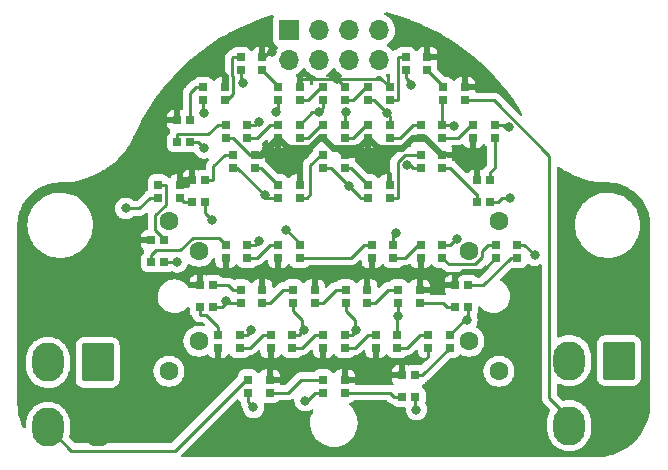
<source format=gbr>
%TF.GenerationSoftware,KiCad,Pcbnew,(6.0.9)*%
%TF.CreationDate,2023-01-27T16:36:23-09:00*%
%TF.ProjectId,GAUGE_Hydraulic Pressure,47415547-455f-4487-9964-7261756c6963,rev?*%
%TF.SameCoordinates,Original*%
%TF.FileFunction,Copper,L1,Top*%
%TF.FilePolarity,Positive*%
%FSLAX46Y46*%
G04 Gerber Fmt 4.6, Leading zero omitted, Abs format (unit mm)*
G04 Created by KiCad (PCBNEW (6.0.9)) date 2023-01-27 16:36:23*
%MOMM*%
%LPD*%
G01*
G04 APERTURE LIST*
G04 Aperture macros list*
%AMRoundRect*
0 Rectangle with rounded corners*
0 $1 Rounding radius*
0 $2 $3 $4 $5 $6 $7 $8 $9 X,Y pos of 4 corners*
0 Add a 4 corners polygon primitive as box body*
4,1,4,$2,$3,$4,$5,$6,$7,$8,$9,$2,$3,0*
0 Add four circle primitives for the rounded corners*
1,1,$1+$1,$2,$3*
1,1,$1+$1,$4,$5*
1,1,$1+$1,$6,$7*
1,1,$1+$1,$8,$9*
0 Add four rect primitives between the rounded corners*
20,1,$1+$1,$2,$3,$4,$5,0*
20,1,$1+$1,$4,$5,$6,$7,0*
20,1,$1+$1,$6,$7,$8,$9,0*
20,1,$1+$1,$8,$9,$2,$3,0*%
G04 Aperture macros list end*
%TA.AperFunction,SMDPad,CuDef*%
%ADD10R,0.700000X0.700000*%
%TD*%
%TA.AperFunction,ComponentPad*%
%ADD11C,1.600000*%
%TD*%
%TA.AperFunction,ComponentPad*%
%ADD12O,2.700000X3.300000*%
%TD*%
%TA.AperFunction,ComponentPad*%
%ADD13RoundRect,0.250001X1.099999X1.399999X-1.099999X1.399999X-1.099999X-1.399999X1.099999X-1.399999X0*%
%TD*%
%TA.AperFunction,ComponentPad*%
%ADD14O,1.700000X1.700000*%
%TD*%
%TA.AperFunction,ComponentPad*%
%ADD15R,1.700000X1.700000*%
%TD*%
%TA.AperFunction,ViaPad*%
%ADD16C,0.800000*%
%TD*%
%TA.AperFunction,Conductor*%
%ADD17C,0.250000*%
%TD*%
%TA.AperFunction,Conductor*%
%ADD18C,0.609600*%
%TD*%
G04 APERTURE END LIST*
D10*
%TO.P,D42,4*%
%TO.N,/LED+5V*%
X191437000Y-108158000D03*
%TO.P,D42,3*%
%TO.N,Net-(D41-Pad1)*%
X191437000Y-107058000D03*
%TO.P,D42,2*%
%TO.N,/LEDGND*%
X193267000Y-107058000D03*
%TO.P,D42,1*%
%TO.N,/DOUT*%
X193267000Y-108158000D03*
%TD*%
%TO.P,D41,4*%
%TO.N,/LED+5V*%
X188262000Y-105618000D03*
%TO.P,D41,3*%
%TO.N,/DOUT4*%
X188262000Y-104518000D03*
%TO.P,D41,2*%
%TO.N,/LEDGND*%
X190092000Y-104518000D03*
%TO.P,D41,1*%
%TO.N,Net-(D41-Pad1)*%
X190092000Y-105618000D03*
%TD*%
%TO.P,D40,4*%
%TO.N,/LED+5V*%
X185087000Y-108158000D03*
%TO.P,D40,3*%
%TO.N,Net-(D39-Pad1)*%
X185087000Y-107058000D03*
%TO.P,D40,2*%
%TO.N,/LEDGND*%
X186917000Y-107058000D03*
%TO.P,D40,1*%
%TO.N,/DOUT4*%
X186917000Y-108158000D03*
%TD*%
%TO.P,D39,4*%
%TO.N,/LED+5V*%
X181277000Y-108158000D03*
%TO.P,D39,3*%
%TO.N,Net-(D38-Pad1)*%
X181277000Y-107058000D03*
%TO.P,D39,2*%
%TO.N,/LEDGND*%
X183107000Y-107058000D03*
%TO.P,D39,1*%
%TO.N,Net-(D39-Pad1)*%
X183107000Y-108158000D03*
%TD*%
%TO.P,D38,4*%
%TO.N,/LED+5V*%
X177467000Y-108158000D03*
%TO.P,D38,3*%
%TO.N,Net-(D37-Pad1)*%
X177467000Y-107058000D03*
%TO.P,D38,2*%
%TO.N,/LEDGND*%
X179297000Y-107058000D03*
%TO.P,D38,1*%
%TO.N,Net-(D38-Pad1)*%
X179297000Y-108158000D03*
%TD*%
%TO.P,D37,4*%
%TO.N,/LED+5V*%
X174292000Y-105618000D03*
%TO.P,D37,3*%
%TO.N,Net-(D36-Pad1)*%
X174292000Y-104518000D03*
%TO.P,D37,2*%
%TO.N,/LEDGND*%
X176122000Y-104518000D03*
%TO.P,D37,1*%
%TO.N,Net-(D37-Pad1)*%
X176122000Y-105618000D03*
%TD*%
%TO.P,D36,4*%
%TO.N,/LED+5V*%
X171117000Y-108158000D03*
%TO.P,D36,3*%
%TO.N,Net-(D35-Pad1)*%
X171117000Y-107058000D03*
%TO.P,D36,2*%
%TO.N,/LEDGND*%
X172947000Y-107058000D03*
%TO.P,D36,1*%
%TO.N,Net-(D36-Pad1)*%
X172947000Y-108158000D03*
%TD*%
%TO.P,D35,4*%
%TO.N,/LED+5V*%
X170042000Y-111698000D03*
%TO.P,D35,3*%
%TO.N,Net-(D34-Pad1)*%
X168942000Y-111698000D03*
%TO.P,D35,2*%
%TO.N,/LEDGND*%
X168942000Y-109868000D03*
%TO.P,D35,1*%
%TO.N,Net-(D35-Pad1)*%
X170042000Y-109868000D03*
%TD*%
%TO.P,D34,4*%
%TO.N,/LED+5V*%
X174852000Y-110233000D03*
%TO.P,D34,3*%
%TO.N,Net-(D33-Pad1)*%
X174852000Y-111333000D03*
%TO.P,D34,2*%
%TO.N,/LEDGND*%
X173022000Y-111333000D03*
%TO.P,D34,1*%
%TO.N,Net-(D34-Pad1)*%
X173022000Y-110233000D03*
%TD*%
%TO.P,D33,4*%
%TO.N,/LED+5V*%
X179297000Y-110233000D03*
%TO.P,D33,3*%
%TO.N,Net-(D32-Pad1)*%
X179297000Y-111333000D03*
%TO.P,D33,2*%
%TO.N,/LEDGND*%
X177467000Y-111333000D03*
%TO.P,D33,1*%
%TO.N,Net-(D33-Pad1)*%
X177467000Y-110233000D03*
%TD*%
%TO.P,D32,4*%
%TO.N,/LED+5V*%
X183107000Y-110233000D03*
%TO.P,D32,3*%
%TO.N,Net-(D31-Pad1)*%
X183107000Y-111333000D03*
%TO.P,D32,2*%
%TO.N,/LEDGND*%
X181277000Y-111333000D03*
%TO.P,D32,1*%
%TO.N,Net-(D32-Pad1)*%
X181277000Y-110233000D03*
%TD*%
%TO.P,D31,4*%
%TO.N,/LED+5V*%
X186917000Y-110233000D03*
%TO.P,D31,3*%
%TO.N,/DOUT3*%
X186917000Y-111333000D03*
%TO.P,D31,2*%
%TO.N,/LEDGND*%
X185087000Y-111333000D03*
%TO.P,D31,1*%
%TO.N,Net-(D31-Pad1)*%
X185087000Y-110233000D03*
%TD*%
%TO.P,D30,4*%
%TO.N,/LED+5V*%
X191362000Y-110233000D03*
%TO.P,D30,3*%
%TO.N,Net-(D29-Pad1)*%
X191362000Y-111333000D03*
%TO.P,D30,2*%
%TO.N,/LEDGND*%
X189532000Y-111333000D03*
%TO.P,D30,1*%
%TO.N,/DOUT3*%
X189532000Y-110233000D03*
%TD*%
%TO.P,D29,4*%
%TO.N,/LED+5V*%
X195807000Y-110233000D03*
%TO.P,D29,3*%
%TO.N,Net-(D28-Pad1)*%
X195807000Y-111333000D03*
%TO.P,D29,2*%
%TO.N,/LEDGND*%
X193977000Y-111333000D03*
%TO.P,D29,1*%
%TO.N,Net-(D29-Pad1)*%
X193977000Y-110233000D03*
%TD*%
%TO.P,D28,4*%
%TO.N,/LED+5V*%
X195442000Y-116778000D03*
%TO.P,D28,3*%
%TO.N,Net-(D27-Pad1)*%
X194342000Y-116778000D03*
%TO.P,D28,2*%
%TO.N,/LEDGND*%
X194342000Y-114948000D03*
%TO.P,D28,1*%
%TO.N,Net-(D28-Pad1)*%
X195442000Y-114948000D03*
%TD*%
%TO.P,D27,4*%
%TO.N,/LED+5V*%
X189532000Y-113873000D03*
%TO.P,D27,3*%
%TO.N,Net-(D26-Pad1)*%
X189532000Y-112773000D03*
%TO.P,D27,2*%
%TO.N,/LEDGND*%
X191362000Y-112773000D03*
%TO.P,D27,1*%
%TO.N,Net-(D27-Pad1)*%
X191362000Y-113873000D03*
%TD*%
%TO.P,D26,4*%
%TO.N,/LED+5V*%
X185087000Y-116413000D03*
%TO.P,D26,3*%
%TO.N,Net-(D25-Pad1)*%
X185087000Y-115313000D03*
%TO.P,D26,2*%
%TO.N,/LEDGND*%
X186917000Y-115313000D03*
%TO.P,D26,1*%
%TO.N,Net-(D26-Pad1)*%
X186917000Y-116413000D03*
%TD*%
%TO.P,D25,4*%
%TO.N,/LED+5V*%
X181277000Y-113873000D03*
%TO.P,D25,3*%
%TO.N,Net-(D24-Pad1)*%
X181277000Y-112773000D03*
%TO.P,D25,2*%
%TO.N,/LEDGND*%
X183107000Y-112773000D03*
%TO.P,D25,1*%
%TO.N,Net-(D25-Pad1)*%
X183107000Y-113873000D03*
%TD*%
%TO.P,D24,4*%
%TO.N,/LED+5V*%
X177467000Y-116413000D03*
%TO.P,D24,3*%
%TO.N,Net-(D23-Pad1)*%
X177467000Y-115313000D03*
%TO.P,D24,2*%
%TO.N,/LEDGND*%
X179297000Y-115313000D03*
%TO.P,D24,1*%
%TO.N,Net-(D24-Pad1)*%
X179297000Y-116413000D03*
%TD*%
%TO.P,D23,4*%
%TO.N,/LED+5V*%
X173657000Y-113873000D03*
%TO.P,D23,3*%
%TO.N,Net-(D22-Pad1)*%
X173657000Y-112773000D03*
%TO.P,D23,2*%
%TO.N,/LEDGND*%
X175487000Y-112773000D03*
%TO.P,D23,1*%
%TO.N,Net-(D23-Pad1)*%
X175487000Y-113873000D03*
%TD*%
%TO.P,D22,4*%
%TO.N,/LED+5V*%
X171312000Y-116778000D03*
%TO.P,D22,3*%
%TO.N,Net-(D21-Pad1)*%
X170212000Y-116778000D03*
%TO.P,D22,2*%
%TO.N,/LEDGND*%
X170212000Y-114948000D03*
%TO.P,D22,1*%
%TO.N,Net-(D22-Pad1)*%
X171312000Y-114948000D03*
%TD*%
%TO.P,D21,4*%
%TO.N,/LED+5V*%
X167307000Y-116413000D03*
%TO.P,D21,3*%
%TO.N,/DOUT2*%
X167307000Y-115313000D03*
%TO.P,D21,2*%
%TO.N,/LEDGND*%
X169137000Y-115313000D03*
%TO.P,D21,1*%
%TO.N,Net-(D21-Pad1)*%
X169137000Y-116413000D03*
%TD*%
%TO.P,D20,4*%
%TO.N,/LED+5V*%
X167819000Y-121858000D03*
%TO.P,D20,3*%
%TO.N,Net-(D19-Pad1)*%
X166719000Y-121858000D03*
%TO.P,D20,2*%
%TO.N,/LEDGND*%
X166719000Y-120028000D03*
%TO.P,D20,1*%
%TO.N,/DOUT2*%
X167819000Y-120028000D03*
%TD*%
%TO.P,D19,4*%
%TO.N,/LED+5V*%
X174852000Y-120393000D03*
%TO.P,D19,3*%
%TO.N,Net-(D18-Pad1)*%
X174852000Y-121493000D03*
%TO.P,D19,2*%
%TO.N,/LEDGND*%
X173022000Y-121493000D03*
%TO.P,D19,1*%
%TO.N,Net-(D19-Pad1)*%
X173022000Y-120393000D03*
%TD*%
%TO.P,D18,4*%
%TO.N,/LED+5V*%
X179297000Y-120393000D03*
%TO.P,D18,3*%
%TO.N,Net-(D17-Pad1)*%
X179297000Y-121493000D03*
%TO.P,D18,2*%
%TO.N,/LEDGND*%
X177467000Y-121493000D03*
%TO.P,D18,1*%
%TO.N,Net-(D18-Pad1)*%
X177467000Y-120393000D03*
%TD*%
%TO.P,D17,4*%
%TO.N,/LED+5V*%
X187234000Y-120393000D03*
%TO.P,D17,3*%
%TO.N,Net-(D16-Pad1)*%
X187234000Y-121493000D03*
%TO.P,D17,2*%
%TO.N,/LEDGND*%
X185404000Y-121493000D03*
%TO.P,D17,1*%
%TO.N,Net-(D17-Pad1)*%
X185404000Y-120393000D03*
%TD*%
%TO.P,D16,4*%
%TO.N,/LED+5V*%
X191362000Y-120393000D03*
%TO.P,D16,3*%
%TO.N,Net-(D15-Pad1)*%
X191362000Y-121493000D03*
%TO.P,D16,2*%
%TO.N,/LEDGND*%
X189532000Y-121493000D03*
%TO.P,D16,1*%
%TO.N,Net-(D16-Pad1)*%
X189532000Y-120393000D03*
%TD*%
%TO.P,D15,4*%
%TO.N,/LED+5V*%
X197712000Y-120393000D03*
%TO.P,D15,3*%
%TO.N,Net-(D14-Pad1)*%
X197712000Y-121493000D03*
%TO.P,D15,2*%
%TO.N,/LEDGND*%
X195882000Y-121493000D03*
%TO.P,D15,1*%
%TO.N,Net-(D15-Pad1)*%
X195882000Y-120393000D03*
%TD*%
%TO.P,D14,4*%
%TO.N,/LED+5V*%
X193537000Y-125668000D03*
%TO.P,D14,3*%
%TO.N,Net-(D13-Pad1)*%
X192437000Y-125668000D03*
%TO.P,D14,2*%
%TO.N,/LEDGND*%
X192437000Y-123838000D03*
%TO.P,D14,1*%
%TO.N,Net-(D14-Pad1)*%
X193537000Y-123838000D03*
%TD*%
%TO.P,D13,4*%
%TO.N,/LED+5V*%
X187627000Y-125303000D03*
%TO.P,D13,3*%
%TO.N,Net-(D12-Pad1)*%
X187627000Y-124203000D03*
%TO.P,D13,2*%
%TO.N,/LEDGND*%
X189457000Y-124203000D03*
%TO.P,D13,1*%
%TO.N,Net-(D13-Pad1)*%
X189457000Y-125303000D03*
%TD*%
%TO.P,D12,4*%
%TO.N,/LED+5V*%
X183182000Y-125303000D03*
%TO.P,D12,3*%
%TO.N,Net-(D11-Pad1)*%
X183182000Y-124203000D03*
%TO.P,D12,2*%
%TO.N,/LEDGND*%
X185012000Y-124203000D03*
%TO.P,D12,1*%
%TO.N,Net-(D12-Pad1)*%
X185012000Y-125303000D03*
%TD*%
%TO.P,D11,4*%
%TO.N,/LED+5V*%
X178737000Y-125303000D03*
%TO.P,D11,3*%
%TO.N,/DOUT1*%
X178737000Y-124203000D03*
%TO.P,D11,2*%
%TO.N,/LEDGND*%
X180567000Y-124203000D03*
%TO.P,D11,1*%
%TO.N,Net-(D11-Pad1)*%
X180567000Y-125303000D03*
%TD*%
%TO.P,D10,4*%
%TO.N,/LED+5V*%
X174292000Y-125303000D03*
%TO.P,D10,3*%
%TO.N,Net-(D10-Pad3)*%
X174292000Y-124203000D03*
%TO.P,D10,2*%
%TO.N,/LEDGND*%
X176122000Y-124203000D03*
%TO.P,D10,1*%
%TO.N,/DOUT1*%
X176122000Y-125303000D03*
%TD*%
%TO.P,D9,4*%
%TO.N,/LED+5V*%
X171947000Y-125668000D03*
%TO.P,D9,3*%
%TO.N,Net-(D8-Pad1)*%
X170847000Y-125668000D03*
%TO.P,D9,2*%
%TO.N,/LEDGND*%
X170847000Y-123838000D03*
%TO.P,D9,1*%
%TO.N,Net-(D10-Pad3)*%
X171947000Y-123838000D03*
%TD*%
%TO.P,D8,4*%
%TO.N,/LED+5V*%
X174217000Y-128013000D03*
%TO.P,D8,3*%
%TO.N,Net-(D7-Pad1)*%
X174217000Y-129113000D03*
%TO.P,D8,2*%
%TO.N,/LEDGND*%
X172387000Y-129113000D03*
%TO.P,D8,1*%
%TO.N,Net-(D8-Pad1)*%
X172387000Y-128013000D03*
%TD*%
%TO.P,D7,4*%
%TO.N,/LED+5V*%
X178662000Y-128013000D03*
%TO.P,D7,3*%
%TO.N,Net-(D6-Pad1)*%
X178662000Y-129113000D03*
%TO.P,D7,2*%
%TO.N,/LEDGND*%
X176832000Y-129113000D03*
%TO.P,D7,1*%
%TO.N,Net-(D7-Pad1)*%
X176832000Y-128013000D03*
%TD*%
%TO.P,D6,4*%
%TO.N,/LED+5V*%
X183107000Y-128013000D03*
%TO.P,D6,3*%
%TO.N,Net-(D5-Pad1)*%
X183107000Y-129113000D03*
%TO.P,D6,2*%
%TO.N,/LEDGND*%
X181277000Y-129113000D03*
%TO.P,D6,1*%
%TO.N,Net-(D6-Pad1)*%
X181277000Y-128013000D03*
%TD*%
%TO.P,D5,4*%
%TO.N,/LED+5V*%
X187552000Y-128013000D03*
%TO.P,D5,3*%
%TO.N,Net-(D4-Pad1)*%
X187552000Y-129113000D03*
%TO.P,D5,2*%
%TO.N,/LEDGND*%
X185722000Y-129113000D03*
%TO.P,D5,1*%
%TO.N,Net-(D5-Pad1)*%
X185722000Y-128013000D03*
%TD*%
%TO.P,D4,4*%
%TO.N,/LED+5V*%
X191997000Y-128013000D03*
%TO.P,D4,3*%
%TO.N,Net-(D3-Pad1)*%
X191997000Y-129113000D03*
%TO.P,D4,2*%
%TO.N,/LEDGND*%
X190167000Y-129113000D03*
%TO.P,D4,1*%
%TO.N,Net-(D4-Pad1)*%
X190167000Y-128013000D03*
%TD*%
%TO.P,D3,4*%
%TO.N,/LED+5V*%
X189092000Y-133288000D03*
%TO.P,D3,3*%
%TO.N,Net-(D2-Pad1)*%
X187992000Y-133288000D03*
%TO.P,D3,2*%
%TO.N,/LEDGND*%
X187992000Y-131458000D03*
%TO.P,D3,1*%
%TO.N,Net-(D3-Pad1)*%
X189092000Y-131458000D03*
%TD*%
%TO.P,D2,4*%
%TO.N,/LED+5V*%
X181277000Y-132923000D03*
%TO.P,D2,3*%
%TO.N,Net-(D1-Pad1)*%
X181277000Y-131823000D03*
%TO.P,D2,2*%
%TO.N,/LEDGND*%
X183107000Y-131823000D03*
%TO.P,D2,1*%
%TO.N,Net-(D2-Pad1)*%
X183107000Y-132923000D03*
%TD*%
%TO.P,D1,4*%
%TO.N,/LED+5V*%
X174927000Y-132923000D03*
%TO.P,D1,3*%
%TO.N,/DIN*%
X174927000Y-131823000D03*
%TO.P,D1,2*%
%TO.N,/LEDGND*%
X176757000Y-131823000D03*
%TO.P,D1,1*%
%TO.N,Net-(D1-Pad1)*%
X176757000Y-132923000D03*
%TD*%
D11*
%TO.P,M1,8*%
%TO.N,/COIL8*%
X193630576Y-128559417D03*
%TO.P,M1,7*%
%TO.N,/COIL7*%
X193630576Y-120939417D03*
%TO.P,M1,6*%
%TO.N,/COIL6*%
X170770576Y-128559417D03*
%TO.P,M1,5*%
%TO.N,/COIL5*%
X170770576Y-120939417D03*
%TO.P,M1,4*%
%TO.N,/COIL4*%
X196170576Y-131099417D03*
%TO.P,M1,3*%
%TO.N,/COIL3*%
X196170576Y-118399417D03*
%TO.P,M1,2*%
%TO.N,/COIL2*%
X168230576Y-131099417D03*
%TO.P,M1,1*%
%TO.N,/COIL1*%
X168222000Y-118393000D03*
%TD*%
D12*
%TO.P,J3,4*%
%TO.N,/DOUT*%
X202122000Y-135710000D03*
%TO.P,J3,3*%
%TO.N,/LEDGND*%
X206322000Y-135710000D03*
%TO.P,J3,2*%
%TO.N,/LED+5V*%
X202122000Y-130210000D03*
D13*
%TO.P,J3,1*%
X206322000Y-130210000D03*
%TD*%
D12*
%TO.P,J1,4*%
%TO.N,/DIN*%
X157989000Y-135863000D03*
%TO.P,J1,3*%
%TO.N,/LEDGND*%
X162189000Y-135863000D03*
%TO.P,J1,2*%
%TO.N,/LED+5V*%
X157989000Y-130363000D03*
D13*
%TO.P,J1,1*%
X162189000Y-130363000D03*
%TD*%
D14*
%TO.P,J2,8*%
%TO.N,/COIL7*%
X186002000Y-104773000D03*
%TO.P,J2,7*%
%TO.N,/COIL3*%
X186002000Y-102233000D03*
%TO.P,J2,6*%
%TO.N,/COIL8*%
X183462000Y-104773000D03*
%TO.P,J2,5*%
%TO.N,/COIL4*%
X183462000Y-102233000D03*
%TO.P,J2,4*%
%TO.N,/COIL6*%
X180922000Y-104773000D03*
%TO.P,J2,3*%
%TO.N,/COIL2*%
X180922000Y-102233000D03*
%TO.P,J2,2*%
%TO.N,/COIL5*%
X178382000Y-104773000D03*
D15*
%TO.P,J2,1*%
%TO.N,/COIL1*%
X178382000Y-102233000D03*
%TD*%
D16*
%TO.N,/LED+5V*%
X183464500Y-115398900D03*
X178173600Y-119173900D03*
X175811900Y-120099700D03*
X174479400Y-106750800D03*
X173088400Y-125141900D03*
X189182000Y-134353100D03*
X183239400Y-109195500D03*
X179755200Y-133598200D03*
X199191900Y-121272300D03*
X197073800Y-116479600D03*
X187419300Y-119418700D03*
X175384500Y-134170600D03*
X171225800Y-109265400D03*
X188690300Y-106874000D03*
X180905000Y-109195500D03*
X177319400Y-109195500D03*
X171216700Y-112197000D03*
X175871500Y-110045100D03*
X186649200Y-109233300D03*
X197004500Y-110433000D03*
X188390100Y-113644100D03*
X171908800Y-118294100D03*
X164574500Y-117330600D03*
X192635600Y-119896200D03*
X193448600Y-126799000D03*
X187607000Y-126418900D03*
X175211000Y-127661400D03*
X179656000Y-127661400D03*
X184101000Y-127661400D03*
X168934165Y-121858000D03*
X176346260Y-116206257D03*
X192344100Y-110332800D03*
%TO.N,/LEDGND*%
X176939341Y-104113176D03*
X182439341Y-106363176D03*
X176563082Y-112236917D03*
X189189341Y-102613176D03*
%TD*%
D17*
%TO.N,Net-(D1-Pad1)*%
X176757000Y-132923000D02*
X178316600Y-132923000D01*
X178316600Y-132923000D02*
X179416600Y-131823000D01*
X179416600Y-131823000D02*
X181277000Y-131823000D01*
%TO.N,/LED+5V*%
X185087000Y-116413000D02*
X184411700Y-116413000D01*
X183464500Y-115398900D02*
X181952300Y-113886700D01*
X181952300Y-113886700D02*
X181952300Y-113873000D01*
X183464500Y-115398900D02*
X184411700Y-116346100D01*
X184411700Y-116346100D02*
X184411700Y-116413000D01*
X181277000Y-113873000D02*
X181952300Y-113873000D01*
X174852000Y-120393000D02*
X175527300Y-120393000D01*
X175811900Y-120099700D02*
X175527300Y-120384300D01*
X175527300Y-120384300D02*
X175527300Y-120393000D01*
X174292000Y-105618000D02*
X174292000Y-106293300D01*
X174479400Y-106750800D02*
X174479400Y-106480700D01*
X174479400Y-106480700D02*
X174292000Y-106293300D01*
X173088400Y-125303000D02*
X172723400Y-125668000D01*
X172723400Y-125668000D02*
X172622300Y-125668000D01*
X173088400Y-125141900D02*
X173088400Y-125303000D01*
X173088400Y-125303000D02*
X173616700Y-125303000D01*
X174292000Y-125303000D02*
X173616700Y-125303000D01*
X171947000Y-125668000D02*
X172622300Y-125668000D01*
X189182000Y-134353100D02*
X189092000Y-134263100D01*
X189092000Y-134263100D02*
X189092000Y-133288000D01*
X183239400Y-109195500D02*
X183107000Y-109327900D01*
X183107000Y-109327900D02*
X183107000Y-110233000D01*
X183941700Y-127661400D02*
X183941700Y-126738000D01*
X183941700Y-126738000D02*
X183182000Y-125978300D01*
X183782300Y-128013000D02*
X183782300Y-127820800D01*
X183782300Y-127820800D02*
X183941700Y-127661400D01*
X184101000Y-127661400D02*
X183941700Y-127661400D01*
X183182000Y-125303000D02*
X183182000Y-125978300D01*
X181277000Y-132923000D02*
X180601700Y-132923000D01*
X179755200Y-133598200D02*
X179926500Y-133598200D01*
X179926500Y-133598200D02*
X180601700Y-132923000D01*
X179496700Y-127661400D02*
X179496700Y-126738000D01*
X179496700Y-126738000D02*
X178737000Y-125978300D01*
X179337300Y-128013000D02*
X179337300Y-127820800D01*
X179337300Y-127820800D02*
X179496700Y-127661400D01*
X179656000Y-127661400D02*
X179496700Y-127661400D01*
X178737000Y-125303000D02*
X178737000Y-125978300D01*
X195442000Y-116778000D02*
X196117300Y-116778000D01*
X197073800Y-116479600D02*
X196415700Y-116479600D01*
X196415700Y-116479600D02*
X196117300Y-116778000D01*
X193448600Y-126799000D02*
X193211000Y-126799000D01*
X193211000Y-126799000D02*
X191997000Y-128013000D01*
X193537000Y-125668000D02*
X193537000Y-126710600D01*
X193537000Y-126710600D02*
X193448600Y-126799000D01*
X187607000Y-126418900D02*
X187552000Y-126473900D01*
X187552000Y-126473900D02*
X187552000Y-128013000D01*
X187627000Y-125303000D02*
X187627000Y-126398900D01*
X187627000Y-126398900D02*
X187607000Y-126418900D01*
X187419300Y-119418700D02*
X187234000Y-119604000D01*
X187234000Y-119604000D02*
X187234000Y-120393000D01*
X180905000Y-109195500D02*
X180334500Y-109195500D01*
X180334500Y-109195500D02*
X179297000Y-110233000D01*
X181277000Y-108833300D02*
X181267200Y-108833300D01*
X181267200Y-108833300D02*
X180905000Y-109195500D01*
X175527300Y-110233000D02*
X175715100Y-110045200D01*
X175715100Y-110045200D02*
X175871500Y-110045200D01*
X175871500Y-110045200D02*
X175871500Y-110045100D01*
X175384500Y-134170600D02*
X174927000Y-133713100D01*
X174927000Y-133713100D02*
X174927000Y-132923000D01*
X171117000Y-108158000D02*
X171117000Y-108833300D01*
X171225800Y-109265400D02*
X171225800Y-108942100D01*
X171225800Y-108942100D02*
X171117000Y-108833300D01*
X188262000Y-105618000D02*
X188262000Y-106293300D01*
X188690300Y-106874000D02*
X188690300Y-106721600D01*
X188690300Y-106721600D02*
X188262000Y-106293300D01*
X181277000Y-108158000D02*
X181277000Y-108833300D01*
X177319400Y-109195500D02*
X177467000Y-109047900D01*
X177467000Y-109047900D02*
X177467000Y-108158000D01*
X170042000Y-111698000D02*
X170717300Y-111698000D01*
X171216700Y-112197000D02*
X171216300Y-112197000D01*
X171216300Y-112197000D02*
X170717300Y-111698000D01*
X174852000Y-110233000D02*
X175527300Y-110233000D01*
X195807000Y-110233000D02*
X196482300Y-110233000D01*
X197004500Y-110433000D02*
X196682300Y-110433000D01*
X196682300Y-110433000D02*
X196482300Y-110233000D01*
X189532000Y-113873000D02*
X188856700Y-113873000D01*
X188390100Y-113644100D02*
X188627800Y-113644100D01*
X188627800Y-113644100D02*
X188856700Y-113873000D01*
X171908800Y-118294100D02*
X171312000Y-117697300D01*
X171312000Y-117697300D02*
X171312000Y-116778000D01*
X167307000Y-116413000D02*
X166631700Y-116413000D01*
X164574500Y-117330600D02*
X165714100Y-117330600D01*
X165714100Y-117330600D02*
X166631700Y-116413000D01*
X191362000Y-120393000D02*
X192037300Y-120393000D01*
X192635600Y-119896200D02*
X192534100Y-119896200D01*
X192534100Y-119896200D02*
X192037300Y-120393000D01*
X174217000Y-128013000D02*
X174892300Y-128013000D01*
X175211000Y-127661400D02*
X174892300Y-127980100D01*
X174892300Y-127980100D02*
X174892300Y-128013000D01*
X178662000Y-128013000D02*
X179337300Y-128013000D01*
X183107000Y-128013000D02*
X183782300Y-128013000D01*
X167819000Y-121858000D02*
X168934165Y-121858000D01*
X198312600Y-120393000D02*
X199191900Y-121272300D01*
X197712000Y-120393000D02*
X198312600Y-120393000D01*
X179297000Y-120297300D02*
X178173600Y-119173900D01*
X179297000Y-120393000D02*
X179297000Y-120297300D01*
X185573900Y-108158000D02*
X186649200Y-109233300D01*
X185087000Y-108158000D02*
X185573900Y-108158000D01*
X186917000Y-109501100D02*
X186649200Y-109233300D01*
X186917000Y-110233000D02*
X186917000Y-109501100D01*
X174013002Y-113873000D02*
X173657000Y-113873000D01*
X176553002Y-116413000D02*
X176346260Y-116206257D01*
X177467000Y-116413000D02*
X176553002Y-116413000D01*
X176346260Y-116206257D02*
X174013002Y-113873000D01*
X191362000Y-108233000D02*
X191437000Y-108158000D01*
X191362000Y-110233000D02*
X191362000Y-108233000D01*
X191362000Y-110233000D02*
X191699700Y-110233000D01*
X191699700Y-110233000D02*
X192037300Y-110233000D01*
X192137100Y-110332800D02*
X192037300Y-110233000D01*
X192344100Y-110332800D02*
X192137100Y-110332800D01*
%TO.N,/DIN*%
X174741998Y-131823000D02*
X174927000Y-131823000D01*
X168726988Y-137838010D02*
X174741998Y-131823000D01*
X159964010Y-137838010D02*
X168726988Y-137838010D01*
X157989000Y-135863000D02*
X159964010Y-137838010D01*
%TO.N,/LEDGND*%
X176122000Y-104518000D02*
X176284517Y-104518000D01*
X176284517Y-104518000D02*
X176689341Y-104113176D01*
X176689341Y-104113176D02*
X176939341Y-104113176D01*
X183107000Y-107058000D02*
X182884165Y-107058000D01*
X183107000Y-107058000D02*
X183107000Y-107030835D01*
X183107000Y-107030835D02*
X182439341Y-106363176D01*
X179297000Y-106458000D02*
X179391824Y-106363176D01*
X179391824Y-106363176D02*
X182439341Y-106363176D01*
X179297000Y-107058000D02*
X179297000Y-106458000D01*
X186222176Y-106363176D02*
X182439341Y-106363176D01*
X186917000Y-107058000D02*
X186222176Y-106363176D01*
D18*
X176027000Y-112773000D02*
X176563082Y-112236917D01*
X175487000Y-112773000D02*
X176027000Y-112773000D01*
X180905642Y-111333000D02*
X180050841Y-112187801D01*
X178321801Y-112187801D02*
X177467000Y-111333000D01*
X180050841Y-112187801D02*
X178321801Y-112187801D01*
X181277000Y-111333000D02*
X180905642Y-111333000D01*
X184232199Y-112187801D02*
X185087000Y-111333000D01*
X182131801Y-112187801D02*
X184232199Y-112187801D01*
X181277000Y-111333000D02*
X182131801Y-112187801D01*
X182521801Y-112187801D02*
X183107000Y-112773000D01*
X182131801Y-112187801D02*
X182521801Y-112187801D01*
X188784815Y-111333000D02*
X189532000Y-111333000D01*
X187930014Y-112187801D02*
X188784815Y-111333000D01*
X185941801Y-112187801D02*
X187930014Y-112187801D01*
X185087000Y-111333000D02*
X185941801Y-112187801D01*
X189922000Y-111333000D02*
X191362000Y-112773000D01*
X189532000Y-111333000D02*
X189922000Y-111333000D01*
X172947000Y-106120835D02*
X172189341Y-105363176D01*
X172947000Y-107058000D02*
X172947000Y-106120835D01*
D17*
X173622000Y-111333000D02*
X175062000Y-112773000D01*
X175062000Y-112773000D02*
X175487000Y-112773000D01*
X173022000Y-111333000D02*
X173622000Y-111333000D01*
X179297000Y-115313000D02*
X179297000Y-114470835D01*
X179297000Y-114470835D02*
X178439341Y-113613176D01*
X186917000Y-115313000D02*
X186917000Y-114340835D01*
X186917000Y-114340835D02*
X186189341Y-113613176D01*
D18*
X176563082Y-112236917D02*
X177467000Y-111333000D01*
D17*
X193151690Y-122523310D02*
X192437000Y-123238000D01*
X194851690Y-122523310D02*
X193151690Y-122523310D01*
X192437000Y-123238000D02*
X192437000Y-123838000D01*
X195882000Y-121493000D02*
X194851690Y-122523310D01*
X187992000Y-131458000D02*
X187992000Y-130310517D01*
X187992000Y-130310517D02*
X188189341Y-130113176D01*
X188189341Y-130113176D02*
X189939341Y-130113176D01*
X190167000Y-129885517D02*
X190167000Y-129113000D01*
X189939341Y-130113176D02*
X190167000Y-129885517D01*
%TO.N,Net-(D2-Pad1)*%
X187992000Y-133288000D02*
X187316700Y-133288000D01*
X183107000Y-132923000D02*
X186951700Y-132923000D01*
X186951700Y-132923000D02*
X187316700Y-133288000D01*
%TO.N,Net-(D3-Pad1)*%
X189652000Y-131458000D02*
X191997000Y-129113000D01*
X189092000Y-131458000D02*
X189652000Y-131458000D01*
%TO.N,Net-(D4-Pad1)*%
X190167000Y-128013000D02*
X189491700Y-128013000D01*
X189491700Y-128013000D02*
X188391700Y-129113000D01*
X188391700Y-129113000D02*
X187552000Y-129113000D01*
%TO.N,/DOUT1*%
X176122000Y-125303000D02*
X176797300Y-125303000D01*
X176797300Y-125303000D02*
X177897300Y-124203000D01*
X177897300Y-124203000D02*
X178737000Y-124203000D01*
%TO.N,Net-(D6-Pad1)*%
X181277000Y-128013000D02*
X180601700Y-128013000D01*
X180601700Y-128013000D02*
X179501700Y-129113000D01*
X179501700Y-129113000D02*
X178662000Y-129113000D01*
%TO.N,Net-(D7-Pad1)*%
X176832000Y-128013000D02*
X176156700Y-128013000D01*
X176156700Y-128013000D02*
X175056700Y-129113000D01*
X175056700Y-129113000D02*
X174217000Y-129113000D01*
%TO.N,Net-(D8-Pad1)*%
X170847000Y-125668000D02*
X170847000Y-126343300D01*
X172387000Y-128013000D02*
X172387000Y-127337700D01*
X172387000Y-127337700D02*
X171392600Y-126343300D01*
X171392600Y-126343300D02*
X170847000Y-126343300D01*
%TO.N,Net-(D10-Pad3)*%
X174292000Y-124203000D02*
X173616700Y-124203000D01*
X171947000Y-123838000D02*
X173251700Y-123838000D01*
X173251700Y-123838000D02*
X173616700Y-124203000D01*
%TO.N,/DOUT2*%
X167307000Y-115313000D02*
X167982300Y-115313000D01*
X167819000Y-120028000D02*
X167819000Y-119913400D01*
X167819000Y-119913400D02*
X167082200Y-119176600D01*
X167082200Y-119176600D02*
X167082200Y-117899100D01*
X167082200Y-117899100D02*
X167982300Y-116999000D01*
X167982300Y-116999000D02*
X167982300Y-115313000D01*
%TO.N,Net-(D11-Pad1)*%
X180567000Y-125303000D02*
X181242300Y-125303000D01*
X181242300Y-125303000D02*
X182342300Y-124203000D01*
X182342300Y-124203000D02*
X183182000Y-124203000D01*
%TO.N,Net-(D12-Pad1)*%
X185012000Y-125303000D02*
X185687300Y-125303000D01*
X185687300Y-125303000D02*
X186787300Y-124203000D01*
X186787300Y-124203000D02*
X187627000Y-124203000D01*
%TO.N,Net-(D13-Pad1)*%
X192437000Y-125668000D02*
X191761700Y-125668000D01*
X189457000Y-125303000D02*
X191396700Y-125303000D01*
X191396700Y-125303000D02*
X191761700Y-125668000D01*
%TO.N,Net-(D14-Pad1)*%
X197167002Y-121493000D02*
X197712000Y-121493000D01*
X194822002Y-123838000D02*
X197167002Y-121493000D01*
X193537000Y-123838000D02*
X194822002Y-123838000D01*
%TO.N,/DOUT*%
X200446700Y-112849200D02*
X195755500Y-108158000D01*
X195755500Y-108158000D02*
X193267000Y-108158000D01*
X202122000Y-135045835D02*
X200446700Y-133370535D01*
X202122000Y-135710000D02*
X202122000Y-135045835D01*
X200446700Y-133370535D02*
X200446700Y-112849200D01*
%TO.N,Net-(D5-Pad1)*%
X185722000Y-128013000D02*
X185046700Y-128013000D01*
X185046700Y-128013000D02*
X183946700Y-129113000D01*
X183946700Y-129113000D02*
X183107000Y-129113000D01*
%TO.N,Net-(D15-Pad1)*%
X191933418Y-122064418D02*
X191362000Y-121493000D01*
X194170577Y-122064418D02*
X191933418Y-122064418D01*
X194755577Y-121479418D02*
X194170577Y-122064418D01*
X194755577Y-120919423D02*
X194755577Y-121479418D01*
X195282000Y-120393000D02*
X194755577Y-120919423D01*
X195882000Y-120393000D02*
X195282000Y-120393000D01*
%TO.N,Net-(D16-Pad1)*%
X189346998Y-120393000D02*
X189532000Y-120393000D01*
X188246998Y-121493000D02*
X189346998Y-120393000D01*
X187234000Y-121493000D02*
X188246998Y-121493000D01*
%TO.N,Net-(D17-Pad1)*%
X185404000Y-120393000D02*
X184728700Y-120393000D01*
X184728700Y-120393000D02*
X183628700Y-121493000D01*
X183628700Y-121493000D02*
X179297000Y-121493000D01*
%TO.N,Net-(D18-Pad1)*%
X177467000Y-120393000D02*
X176791700Y-120393000D01*
X176791700Y-120393000D02*
X175691700Y-121493000D01*
X175691700Y-121493000D02*
X174852000Y-121493000D01*
%TO.N,Net-(D19-Pad1)*%
X170230575Y-119814416D02*
X172443416Y-119814416D01*
X169181815Y-120863176D02*
X170230575Y-119814416D01*
X172443416Y-119814416D02*
X173022000Y-120393000D01*
X167113824Y-120863176D02*
X169181815Y-120863176D01*
X166719000Y-121258000D02*
X167113824Y-120863176D01*
X166719000Y-121858000D02*
X166719000Y-121258000D01*
%TO.N,Net-(D21-Pad1)*%
X170212000Y-116778000D02*
X169536700Y-116778000D01*
X169137000Y-116413000D02*
X169171700Y-116413000D01*
X169171700Y-116413000D02*
X169536700Y-116778000D01*
%TO.N,Net-(D22-Pad1)*%
X173657000Y-112773000D02*
X172981700Y-112773000D01*
X171312000Y-114948000D02*
X171987300Y-114948000D01*
X171987300Y-114948000D02*
X171987300Y-113767400D01*
X171987300Y-113767400D02*
X172981700Y-112773000D01*
%TO.N,Net-(D23-Pad1)*%
X176027000Y-113873000D02*
X177467000Y-115313000D01*
X175487000Y-113873000D02*
X176027000Y-113873000D01*
%TO.N,Net-(D24-Pad1)*%
X179297000Y-116413000D02*
X179897000Y-116413000D01*
X179897000Y-116413000D02*
X180189341Y-116120659D01*
X180189341Y-113675657D02*
X181091998Y-112773000D01*
X181091998Y-112773000D02*
X181277000Y-112773000D01*
X180189341Y-116120659D02*
X180189341Y-113675657D01*
%TO.N,Net-(D25-Pad1)*%
X183647000Y-113873000D02*
X185087000Y-115313000D01*
X183107000Y-113873000D02*
X183647000Y-113873000D01*
%TO.N,Net-(D26-Pad1)*%
X188856700Y-112773000D02*
X188235500Y-112773000D01*
X188235500Y-112773000D02*
X187592300Y-113416200D01*
X187592300Y-113416200D02*
X187592300Y-116413000D01*
X189532000Y-112773000D02*
X188856700Y-112773000D01*
X186917000Y-116413000D02*
X187592300Y-116413000D01*
%TO.N,Net-(D27-Pad1)*%
X194342000Y-116778000D02*
X194342000Y-116102700D01*
X191362000Y-113873000D02*
X192037300Y-113873000D01*
X192037300Y-113873000D02*
X194267000Y-116102700D01*
X194267000Y-116102700D02*
X194342000Y-116102700D01*
%TO.N,Net-(D28-Pad1)*%
X195442000Y-114948000D02*
X195442000Y-114272700D01*
X195442000Y-114272700D02*
X195807000Y-113907700D01*
X195807000Y-113907700D02*
X195807000Y-111333000D01*
%TO.N,Net-(D29-Pad1)*%
X193791998Y-110233000D02*
X193977000Y-110233000D01*
X192691998Y-111333000D02*
X193791998Y-110233000D01*
X191362000Y-111333000D02*
X192691998Y-111333000D01*
%TO.N,/DOUT3*%
X189532000Y-110233000D02*
X188856700Y-110233000D01*
X188856700Y-110233000D02*
X187756700Y-111333000D01*
X187756700Y-111333000D02*
X186917000Y-111333000D01*
%TO.N,Net-(D31-Pad1)*%
X184901998Y-110233000D02*
X185087000Y-110233000D01*
X183801998Y-111333000D02*
X184901998Y-110233000D01*
X183107000Y-111333000D02*
X183801998Y-111333000D01*
%TO.N,Net-(D32-Pad1)*%
X181114958Y-110233000D02*
X181277000Y-110233000D01*
X180014958Y-111333000D02*
X181114958Y-110233000D01*
X179297000Y-111333000D02*
X180014958Y-111333000D01*
%TO.N,Net-(D33-Pad1)*%
X177467000Y-110233000D02*
X176791700Y-110233000D01*
X176791700Y-110233000D02*
X175691700Y-111333000D01*
X175691700Y-111333000D02*
X174852000Y-111333000D01*
%TO.N,Net-(D34-Pad1)*%
X168942000Y-111698000D02*
X168942000Y-111022700D01*
X173022000Y-110233000D02*
X172346700Y-110233000D01*
X172346700Y-110233000D02*
X171557000Y-111022700D01*
X171557000Y-111022700D02*
X168942000Y-111022700D01*
%TO.N,Net-(D35-Pad1)*%
X170042000Y-107533000D02*
X170042000Y-109868000D01*
X170517000Y-107058000D02*
X170042000Y-107533000D01*
X171117000Y-107058000D02*
X170517000Y-107058000D01*
%TO.N,Net-(D36-Pad1)*%
X173132002Y-108158000D02*
X172947000Y-108158000D01*
X173622001Y-107668001D02*
X173132002Y-108158000D01*
X173622001Y-106158369D02*
X173622001Y-107668001D01*
X173576808Y-106113176D02*
X173622001Y-106158369D01*
X173576808Y-104633192D02*
X173576808Y-106113176D01*
X173692000Y-104518000D02*
X173576808Y-104633192D01*
X174292000Y-104518000D02*
X173692000Y-104518000D01*
%TO.N,Net-(D37-Pad1)*%
X177467000Y-106963000D02*
X176122000Y-105618000D01*
X177467000Y-107058000D02*
X177467000Y-106963000D01*
%TO.N,Net-(D38-Pad1)*%
X181091998Y-107058000D02*
X181277000Y-107058000D01*
X179991998Y-108158000D02*
X181091998Y-107058000D01*
X179297000Y-108158000D02*
X179991998Y-108158000D01*
%TO.N,Net-(D39-Pad1)*%
X184901998Y-107058000D02*
X185087000Y-107058000D01*
X183801998Y-108158000D02*
X184901998Y-107058000D01*
X183107000Y-108158000D02*
X183801998Y-108158000D01*
%TO.N,/DOUT4*%
X188262000Y-104518000D02*
X187586700Y-104518000D01*
X186917000Y-108158000D02*
X187592300Y-108158000D01*
X187592300Y-108158000D02*
X187592300Y-106388300D01*
X187592300Y-106388300D02*
X187586700Y-106382700D01*
X187586700Y-106382700D02*
X187586700Y-104518000D01*
%TO.N,Net-(D41-Pad1)*%
X191437000Y-106963000D02*
X190092000Y-105618000D01*
X191437000Y-107058000D02*
X191437000Y-106963000D01*
%TD*%
%TA.AperFunction,Conductor*%
%TO.N,/LEDGND*%
G36*
X201278267Y-113801494D02*
G01*
X201608679Y-114031893D01*
X201610621Y-114033050D01*
X201610627Y-114033054D01*
X202010976Y-114271599D01*
X202030471Y-114283215D01*
X202032481Y-114284225D01*
X202032493Y-114284232D01*
X202167535Y-114352116D01*
X202469153Y-114503737D01*
X202471228Y-114504600D01*
X202471234Y-114504603D01*
X202919580Y-114691124D01*
X202922479Y-114692330D01*
X203073677Y-114742886D01*
X203385977Y-114847310D01*
X203385983Y-114847312D01*
X203388128Y-114848029D01*
X203863718Y-114970036D01*
X203865917Y-114970435D01*
X203865930Y-114970438D01*
X204129991Y-115018370D01*
X204346814Y-115057728D01*
X204623982Y-115087781D01*
X204832708Y-115110414D01*
X204832717Y-115110415D01*
X204834943Y-115110656D01*
X205182815Y-115123340D01*
X205296096Y-115127471D01*
X205303391Y-115128216D01*
X205303411Y-115127994D01*
X205308265Y-115128433D01*
X205313055Y-115129242D01*
X205317908Y-115129305D01*
X205317912Y-115129305D01*
X205319360Y-115129323D01*
X205325607Y-115129404D01*
X205330419Y-115128718D01*
X205335283Y-115128405D01*
X205335298Y-115128635D01*
X205346731Y-115127896D01*
X205354191Y-115127987D01*
X205363060Y-115129368D01*
X205371963Y-115128204D01*
X205382412Y-115126838D01*
X205404929Y-115125926D01*
X205717880Y-115141303D01*
X205730178Y-115142515D01*
X206069244Y-115192813D01*
X206081358Y-115195222D01*
X206413871Y-115278515D01*
X206425703Y-115282105D01*
X206748435Y-115397583D01*
X206759858Y-115402315D01*
X207069709Y-115548865D01*
X207080614Y-115554693D01*
X207374622Y-115730916D01*
X207384903Y-115737786D01*
X207660226Y-115941981D01*
X207669778Y-115949821D01*
X207923760Y-116180019D01*
X207932503Y-116188762D01*
X208162688Y-116442733D01*
X208170532Y-116452291D01*
X208374718Y-116727604D01*
X208381588Y-116737885D01*
X208557809Y-117031892D01*
X208563638Y-117042797D01*
X208710196Y-117352667D01*
X208714927Y-117364091D01*
X208830398Y-117686808D01*
X208833988Y-117698640D01*
X208842280Y-117731742D01*
X208912316Y-118011334D01*
X208917279Y-118031148D01*
X208919689Y-118043267D01*
X208963520Y-118338737D01*
X208969987Y-118382334D01*
X208971199Y-118394637D01*
X208972894Y-118429149D01*
X208986216Y-118700292D01*
X208984868Y-118725859D01*
X208984530Y-118728027D01*
X208984530Y-118728035D01*
X208983149Y-118736903D01*
X208984313Y-118745804D01*
X208984313Y-118745808D01*
X208987276Y-118768462D01*
X208988340Y-118784800D01*
X208988340Y-133780462D01*
X208986840Y-133799848D01*
X208984532Y-133814671D01*
X208983149Y-133823552D01*
X208985824Y-133844012D01*
X208986768Y-133865835D01*
X208973639Y-134166502D01*
X208971182Y-134222763D01*
X208970224Y-134233713D01*
X208966743Y-134260152D01*
X208928674Y-134549306D01*
X208919602Y-134618208D01*
X208917694Y-134629029D01*
X208900287Y-134707544D01*
X208833754Y-135007649D01*
X208830909Y-135018266D01*
X208714295Y-135388116D01*
X208710536Y-135398446D01*
X208562121Y-135756748D01*
X208557475Y-135766710D01*
X208378405Y-136110698D01*
X208372909Y-136120217D01*
X208164539Y-136447293D01*
X208158234Y-136456297D01*
X207922153Y-136763963D01*
X207915088Y-136772383D01*
X207667756Y-137042300D01*
X207653087Y-137058308D01*
X207645318Y-137066077D01*
X207497387Y-137201631D01*
X207359389Y-137328083D01*
X207350969Y-137335148D01*
X207043304Y-137571229D01*
X207034300Y-137577534D01*
X206707224Y-137785905D01*
X206697705Y-137791401D01*
X206353714Y-137970474D01*
X206343759Y-137975117D01*
X205985440Y-138123539D01*
X205975137Y-138127288D01*
X205848717Y-138167149D01*
X205605270Y-138243908D01*
X205594653Y-138246753D01*
X205405347Y-138288722D01*
X205216037Y-138330693D01*
X205205220Y-138332600D01*
X204914764Y-138370841D01*
X204820721Y-138383223D01*
X204809771Y-138384181D01*
X204754754Y-138386584D01*
X204460326Y-138399441D01*
X204435453Y-138398061D01*
X204423112Y-138396140D01*
X204414211Y-138397304D01*
X204414207Y-138397304D01*
X204391553Y-138400267D01*
X204375215Y-138401331D01*
X169363761Y-138401331D01*
X169295640Y-138381329D01*
X169249147Y-138327673D01*
X169239043Y-138257399D01*
X169268537Y-138192819D01*
X169274666Y-138186236D01*
X173944288Y-133516614D01*
X174006600Y-133482588D01*
X174077415Y-133487653D01*
X174134208Y-133530143D01*
X174213739Y-133636261D01*
X174243470Y-133658543D01*
X174285983Y-133715402D01*
X174293500Y-133750733D01*
X174293500Y-133752956D01*
X174293995Y-133756873D01*
X174293995Y-133756877D01*
X174294005Y-133756956D01*
X174294938Y-133768793D01*
X174295548Y-133788207D01*
X174296062Y-133804545D01*
X174296327Y-133812989D01*
X174301978Y-133832439D01*
X174305987Y-133851800D01*
X174308526Y-133871897D01*
X174311445Y-133879268D01*
X174311445Y-133879270D01*
X174324804Y-133913012D01*
X174328649Y-133924242D01*
X174340982Y-133966693D01*
X174345015Y-133973512D01*
X174345017Y-133973517D01*
X174351293Y-133984128D01*
X174359988Y-134001876D01*
X174367448Y-134020717D01*
X174372110Y-134027133D01*
X174372110Y-134027134D01*
X174393436Y-134056487D01*
X174399952Y-134066407D01*
X174409901Y-134083229D01*
X174422458Y-134104462D01*
X174436779Y-134118783D01*
X174449636Y-134133839D01*
X174450262Y-134134701D01*
X174473620Y-134195569D01*
X174482186Y-134277066D01*
X174490958Y-134360528D01*
X174549973Y-134542156D01*
X174645460Y-134707544D01*
X174649878Y-134712451D01*
X174649879Y-134712452D01*
X174686347Y-134752954D01*
X174773247Y-134849466D01*
X174927748Y-134961718D01*
X174933776Y-134964402D01*
X174933778Y-134964403D01*
X175096181Y-135036709D01*
X175102212Y-135039394D01*
X175195613Y-135059247D01*
X175282556Y-135077728D01*
X175282561Y-135077728D01*
X175289013Y-135079100D01*
X175479987Y-135079100D01*
X175486439Y-135077728D01*
X175486444Y-135077728D01*
X175573387Y-135059247D01*
X175666788Y-135039394D01*
X175672819Y-135036709D01*
X175835222Y-134964403D01*
X175835224Y-134964402D01*
X175841252Y-134961718D01*
X175995753Y-134849466D01*
X176082653Y-134752954D01*
X176119121Y-134712452D01*
X176119122Y-134712451D01*
X176123540Y-134707544D01*
X176219027Y-134542156D01*
X176278042Y-134360528D01*
X176298004Y-134170600D01*
X176294473Y-134137002D01*
X176278732Y-133987235D01*
X176278732Y-133987233D01*
X176278042Y-133980672D01*
X176266918Y-133946436D01*
X176264890Y-133875469D01*
X176301553Y-133814671D01*
X176365265Y-133783345D01*
X176386751Y-133781500D01*
X177155134Y-133781500D01*
X177217316Y-133774745D01*
X177353705Y-133723615D01*
X177470261Y-133636261D01*
X177492241Y-133606933D01*
X177549100Y-133564420D01*
X177593066Y-133556500D01*
X178237833Y-133556500D01*
X178249016Y-133557027D01*
X178256509Y-133558702D01*
X178264435Y-133558453D01*
X178264436Y-133558453D01*
X178324586Y-133556562D01*
X178328545Y-133556500D01*
X178356456Y-133556500D01*
X178360391Y-133556003D01*
X178360456Y-133555995D01*
X178372293Y-133555062D01*
X178404551Y-133554048D01*
X178408570Y-133553922D01*
X178416489Y-133553673D01*
X178435943Y-133548021D01*
X178455300Y-133544013D01*
X178467530Y-133542468D01*
X178467531Y-133542468D01*
X178475397Y-133541474D01*
X178482768Y-133538555D01*
X178482770Y-133538555D01*
X178516512Y-133525196D01*
X178527742Y-133521351D01*
X178562583Y-133511229D01*
X178562584Y-133511229D01*
X178570193Y-133509018D01*
X178577012Y-133504985D01*
X178577017Y-133504983D01*
X178587628Y-133498707D01*
X178605376Y-133490012D01*
X178624217Y-133482552D01*
X178643886Y-133468262D01*
X178710754Y-133444405D01*
X178779906Y-133460487D01*
X178829385Y-133511402D01*
X178843254Y-133583373D01*
X178842386Y-133591630D01*
X178842386Y-133591635D01*
X178841696Y-133598200D01*
X178842386Y-133604765D01*
X178860923Y-133781131D01*
X178861658Y-133788128D01*
X178920673Y-133969756D01*
X178923976Y-133975478D01*
X178923977Y-133975479D01*
X178931107Y-133987829D01*
X179016160Y-134135144D01*
X179020578Y-134140051D01*
X179020579Y-134140052D01*
X179131664Y-134263424D01*
X179143947Y-134277066D01*
X179243043Y-134349064D01*
X179281720Y-134377164D01*
X179298448Y-134389318D01*
X179304476Y-134392002D01*
X179304478Y-134392003D01*
X179466881Y-134464309D01*
X179472912Y-134466994D01*
X179566312Y-134486847D01*
X179653256Y-134505328D01*
X179653261Y-134505328D01*
X179659713Y-134506700D01*
X179850687Y-134506700D01*
X179857139Y-134505328D01*
X179857144Y-134505328D01*
X179944088Y-134486847D01*
X180037488Y-134466994D01*
X180043519Y-134464309D01*
X180205922Y-134392003D01*
X180205924Y-134392002D01*
X180211952Y-134389318D01*
X180255725Y-134357515D01*
X180322590Y-134333658D01*
X180391742Y-134349738D01*
X180441222Y-134400651D01*
X180455322Y-134470233D01*
X180438903Y-134522452D01*
X180382364Y-134620381D01*
X180277138Y-134880824D01*
X180276073Y-134885097D01*
X180276072Y-134885099D01*
X180212270Y-135140996D01*
X180209183Y-135153376D01*
X180208724Y-135157744D01*
X180208723Y-135157749D01*
X180183423Y-135398471D01*
X180179822Y-135432733D01*
X180179975Y-135437121D01*
X180179975Y-135437127D01*
X180182059Y-135496779D01*
X180189625Y-135713458D01*
X180190387Y-135717781D01*
X180190388Y-135717788D01*
X180214164Y-135852624D01*
X180238402Y-135990087D01*
X180325203Y-136257235D01*
X180327131Y-136261188D01*
X180327133Y-136261193D01*
X180354902Y-136318127D01*
X180448340Y-136509702D01*
X180450795Y-136513341D01*
X180450798Y-136513347D01*
X180470376Y-136542372D01*
X180605415Y-136742576D01*
X180793371Y-136951322D01*
X181008550Y-137131879D01*
X181246764Y-137280731D01*
X181503375Y-137394982D01*
X181507603Y-137396194D01*
X181507602Y-137396194D01*
X181737414Y-137462091D01*
X181773390Y-137472407D01*
X181777740Y-137473018D01*
X181777743Y-137473019D01*
X181880690Y-137487487D01*
X182051552Y-137511500D01*
X182262146Y-137511500D01*
X182264332Y-137511347D01*
X182264336Y-137511347D01*
X182467827Y-137497118D01*
X182467832Y-137497117D01*
X182472212Y-137496811D01*
X182746970Y-137438409D01*
X182751099Y-137436906D01*
X182751103Y-137436905D01*
X183006781Y-137343846D01*
X183006785Y-137343844D01*
X183010926Y-137342337D01*
X183258942Y-137210464D01*
X183296007Y-137183535D01*
X183482629Y-137047947D01*
X183482632Y-137047944D01*
X183486192Y-137045358D01*
X183505850Y-137026375D01*
X183685087Y-136853287D01*
X183688252Y-136850231D01*
X183861188Y-136628882D01*
X183863384Y-136625078D01*
X183863389Y-136625071D01*
X183999435Y-136389431D01*
X184001636Y-136385619D01*
X184106862Y-136125176D01*
X184107928Y-136120901D01*
X184173753Y-135856893D01*
X184173754Y-135856888D01*
X184174817Y-135852624D01*
X184183847Y-135766715D01*
X184203719Y-135577636D01*
X184203719Y-135577633D01*
X184204178Y-135573267D01*
X184201427Y-135494488D01*
X184194529Y-135296939D01*
X184194528Y-135296933D01*
X184194375Y-135292542D01*
X184188920Y-135261600D01*
X184161809Y-135107853D01*
X184145598Y-135015913D01*
X184058797Y-134748765D01*
X184047039Y-134724656D01*
X184000403Y-134629040D01*
X183935660Y-134496298D01*
X183933205Y-134492659D01*
X183933202Y-134492653D01*
X183820140Y-134325032D01*
X183778585Y-134263424D01*
X183590629Y-134054678D01*
X183516605Y-133992564D01*
X183477280Y-133933457D01*
X183476153Y-133862469D01*
X183513584Y-133802141D01*
X183565647Y-133774926D01*
X183567316Y-133774745D01*
X183574709Y-133771973D01*
X183574711Y-133771973D01*
X183695297Y-133726767D01*
X183703705Y-133723615D01*
X183820261Y-133636261D01*
X183842241Y-133606933D01*
X183899100Y-133564420D01*
X183943066Y-133556500D01*
X186637105Y-133556500D01*
X186705226Y-133576502D01*
X186726200Y-133593405D01*
X186813048Y-133680253D01*
X186820588Y-133688539D01*
X186824700Y-133695018D01*
X186830477Y-133700443D01*
X186874352Y-133741644D01*
X186877194Y-133744399D01*
X186896930Y-133764135D01*
X186900127Y-133766615D01*
X186909147Y-133774318D01*
X186941379Y-133804586D01*
X186948325Y-133808405D01*
X186948328Y-133808407D01*
X186959134Y-133814348D01*
X186975653Y-133825199D01*
X186991659Y-133837614D01*
X186998928Y-133840759D01*
X186998932Y-133840762D01*
X187032237Y-133855174D01*
X187042887Y-133860391D01*
X187081640Y-133881695D01*
X187089315Y-133883666D01*
X187089316Y-133883666D01*
X187101262Y-133886733D01*
X187119967Y-133893137D01*
X187138555Y-133901181D01*
X187146378Y-133902420D01*
X187146388Y-133902423D01*
X187162046Y-133904903D01*
X187226199Y-133935317D01*
X187243156Y-133953783D01*
X187278739Y-134001261D01*
X187395295Y-134088615D01*
X187531684Y-134139745D01*
X187593866Y-134146500D01*
X188150273Y-134146500D01*
X188218394Y-134166502D01*
X188264887Y-134220158D01*
X188275583Y-134285670D01*
X188268496Y-134353100D01*
X188269186Y-134359665D01*
X188284496Y-134505328D01*
X188288458Y-134543028D01*
X188347473Y-134724656D01*
X188442960Y-134890044D01*
X188447378Y-134894951D01*
X188447379Y-134894952D01*
X188566325Y-135027055D01*
X188570747Y-135031966D01*
X188633733Y-135077728D01*
X188687343Y-135116678D01*
X188725248Y-135144218D01*
X188731276Y-135146902D01*
X188731278Y-135146903D01*
X188745817Y-135153376D01*
X188899712Y-135221894D01*
X188993112Y-135241747D01*
X189080056Y-135260228D01*
X189080061Y-135260228D01*
X189086513Y-135261600D01*
X189277487Y-135261600D01*
X189283939Y-135260228D01*
X189283944Y-135260228D01*
X189370888Y-135241747D01*
X189464288Y-135221894D01*
X189618183Y-135153376D01*
X189632722Y-135146903D01*
X189632724Y-135146902D01*
X189638752Y-135144218D01*
X189676658Y-135116678D01*
X189730267Y-135077728D01*
X189793253Y-135031966D01*
X189797675Y-135027055D01*
X189916621Y-134894952D01*
X189916622Y-134894951D01*
X189921040Y-134890044D01*
X190016527Y-134724656D01*
X190075542Y-134543028D01*
X190079505Y-134505328D01*
X190094814Y-134359665D01*
X190095504Y-134353100D01*
X190087513Y-134277066D01*
X190076232Y-134169735D01*
X190076232Y-134169733D01*
X190075542Y-134163172D01*
X190016527Y-133981544D01*
X190013026Y-133975479D01*
X189965485Y-133893137D01*
X189949133Y-133864814D01*
X189932395Y-133795820D01*
X189940268Y-133757590D01*
X189943745Y-133748316D01*
X189946429Y-133723615D01*
X189950131Y-133689531D01*
X189950500Y-133686134D01*
X189950500Y-132889866D01*
X189943745Y-132827684D01*
X189892615Y-132691295D01*
X189805261Y-132574739D01*
X189688705Y-132487385D01*
X189680303Y-132484235D01*
X189678995Y-132483519D01*
X189628849Y-132433261D01*
X189613836Y-132363870D01*
X189638722Y-132297377D01*
X189678995Y-132262481D01*
X189680303Y-132261765D01*
X189688705Y-132258615D01*
X189805261Y-132171261D01*
X189875906Y-132077000D01*
X189881604Y-132069397D01*
X189918285Y-132036512D01*
X189923024Y-132033709D01*
X189940776Y-132025012D01*
X189959617Y-132017552D01*
X189995387Y-131991564D01*
X190005307Y-131985048D01*
X190036535Y-131966580D01*
X190036538Y-131966578D01*
X190043362Y-131962542D01*
X190057683Y-131948221D01*
X190072717Y-131935380D01*
X190074692Y-131933945D01*
X190089107Y-131923472D01*
X190117298Y-131889395D01*
X190125288Y-131880616D01*
X190906487Y-131099417D01*
X194857078Y-131099417D01*
X194877033Y-131327504D01*
X194878457Y-131332817D01*
X194878457Y-131332819D01*
X194909210Y-131447588D01*
X194936292Y-131548660D01*
X194938615Y-131553641D01*
X194938615Y-131553642D01*
X195030727Y-131751179D01*
X195030730Y-131751184D01*
X195033053Y-131756166D01*
X195084358Y-131829437D01*
X195161053Y-131938968D01*
X195164378Y-131943717D01*
X195326276Y-132105615D01*
X195330784Y-132108772D01*
X195330787Y-132108774D01*
X195408944Y-132163500D01*
X195513827Y-132236940D01*
X195518809Y-132239263D01*
X195518814Y-132239266D01*
X195716351Y-132331378D01*
X195721333Y-132333701D01*
X195726641Y-132335123D01*
X195726643Y-132335124D01*
X195937174Y-132391536D01*
X195937176Y-132391536D01*
X195942489Y-132392960D01*
X196170576Y-132412915D01*
X196398663Y-132392960D01*
X196403976Y-132391536D01*
X196403978Y-132391536D01*
X196614509Y-132335124D01*
X196614511Y-132335123D01*
X196619819Y-132333701D01*
X196624801Y-132331378D01*
X196822338Y-132239266D01*
X196822343Y-132239263D01*
X196827325Y-132236940D01*
X196932208Y-132163500D01*
X197010365Y-132108774D01*
X197010368Y-132108772D01*
X197014876Y-132105615D01*
X197176774Y-131943717D01*
X197180100Y-131938968D01*
X197256794Y-131829437D01*
X197308099Y-131756166D01*
X197310422Y-131751184D01*
X197310425Y-131751179D01*
X197402537Y-131553642D01*
X197402537Y-131553641D01*
X197404860Y-131548660D01*
X197431943Y-131447588D01*
X197462695Y-131332819D01*
X197462695Y-131332817D01*
X197464119Y-131327504D01*
X197484074Y-131099417D01*
X197464119Y-130871330D01*
X197461430Y-130861295D01*
X197406283Y-130655484D01*
X197406282Y-130655482D01*
X197404860Y-130650174D01*
X197385904Y-130609522D01*
X197310425Y-130447655D01*
X197310422Y-130447650D01*
X197308099Y-130442668D01*
X197176774Y-130255117D01*
X197014876Y-130093219D01*
X197010368Y-130090062D01*
X197010365Y-130090060D01*
X196893749Y-130008405D01*
X196827325Y-129961894D01*
X196822343Y-129959571D01*
X196822338Y-129959568D01*
X196624801Y-129867456D01*
X196624800Y-129867456D01*
X196619819Y-129865133D01*
X196614511Y-129863711D01*
X196614509Y-129863710D01*
X196403978Y-129807298D01*
X196403976Y-129807298D01*
X196398663Y-129805874D01*
X196170576Y-129785919D01*
X195942489Y-129805874D01*
X195937176Y-129807298D01*
X195937174Y-129807298D01*
X195726643Y-129863710D01*
X195726641Y-129863711D01*
X195721333Y-129865133D01*
X195716352Y-129867456D01*
X195716351Y-129867456D01*
X195518814Y-129959568D01*
X195518809Y-129959571D01*
X195513827Y-129961894D01*
X195447403Y-130008405D01*
X195330787Y-130090060D01*
X195330784Y-130090062D01*
X195326276Y-130093219D01*
X195164378Y-130255117D01*
X195033053Y-130442668D01*
X195030730Y-130447650D01*
X195030727Y-130447655D01*
X194955248Y-130609522D01*
X194936292Y-130650174D01*
X194934870Y-130655482D01*
X194934869Y-130655484D01*
X194879722Y-130861295D01*
X194877033Y-130871330D01*
X194857078Y-131099417D01*
X190906487Y-131099417D01*
X191997500Y-130008405D01*
X192059812Y-129974379D01*
X192086595Y-129971500D01*
X192395134Y-129971500D01*
X192457316Y-129964745D01*
X192593705Y-129913615D01*
X192710261Y-129826261D01*
X192791372Y-129718035D01*
X192848231Y-129675520D01*
X192919050Y-129670494D01*
X192964470Y-129690388D01*
X192973827Y-129696940D01*
X192978809Y-129699263D01*
X192978814Y-129699266D01*
X193172405Y-129789538D01*
X193181333Y-129793701D01*
X193186641Y-129795123D01*
X193186643Y-129795124D01*
X193397174Y-129851536D01*
X193397176Y-129851536D01*
X193402489Y-129852960D01*
X193630576Y-129872915D01*
X193858663Y-129852960D01*
X193863976Y-129851536D01*
X193863978Y-129851536D01*
X194074509Y-129795124D01*
X194074511Y-129795123D01*
X194079819Y-129793701D01*
X194088747Y-129789538D01*
X194282338Y-129699266D01*
X194282343Y-129699263D01*
X194287325Y-129696940D01*
X194453470Y-129580604D01*
X194470365Y-129568774D01*
X194470368Y-129568772D01*
X194474876Y-129565615D01*
X194636774Y-129403717D01*
X194642323Y-129395793D01*
X194764942Y-129220674D01*
X194768099Y-129216166D01*
X194770422Y-129211184D01*
X194770425Y-129211179D01*
X194862537Y-129013642D01*
X194862537Y-129013641D01*
X194864860Y-129008660D01*
X194867851Y-128997500D01*
X194922695Y-128792819D01*
X194922695Y-128792817D01*
X194924119Y-128787504D01*
X194944074Y-128559417D01*
X194924119Y-128331330D01*
X194907453Y-128269132D01*
X194866283Y-128115484D01*
X194866282Y-128115482D01*
X194864860Y-128110174D01*
X194847351Y-128072625D01*
X194770425Y-127907655D01*
X194770422Y-127907650D01*
X194768099Y-127902668D01*
X194636774Y-127715117D01*
X194474876Y-127553219D01*
X194470368Y-127550062D01*
X194470365Y-127550060D01*
X194291828Y-127425047D01*
X194287325Y-127421894D01*
X194283867Y-127420282D01*
X194235232Y-127369278D01*
X194221793Y-127299565D01*
X194238104Y-127248538D01*
X194279823Y-127176279D01*
X194279824Y-127176278D01*
X194283127Y-127170556D01*
X194342142Y-126988928D01*
X194345104Y-126960752D01*
X194361414Y-126805565D01*
X194362104Y-126799000D01*
X194360150Y-126780407D01*
X194342832Y-126615635D01*
X194342832Y-126615633D01*
X194342142Y-126609072D01*
X194283127Y-126427444D01*
X194285900Y-126426543D01*
X194278175Y-126368787D01*
X194301884Y-126312380D01*
X194332235Y-126271884D01*
X194332236Y-126271882D01*
X194337615Y-126264705D01*
X194388745Y-126128316D01*
X194395500Y-126066134D01*
X194395500Y-125745482D01*
X194415502Y-125677361D01*
X194469158Y-125630868D01*
X194539432Y-125620764D01*
X194604012Y-125650258D01*
X194616663Y-125662899D01*
X194706493Y-125766419D01*
X194710619Y-125769802D01*
X194710623Y-125769806D01*
X194809629Y-125850985D01*
X194891333Y-125917978D01*
X194895969Y-125920617D01*
X194895972Y-125920619D01*
X194984774Y-125971168D01*
X195099066Y-126036227D01*
X195323753Y-126117784D01*
X195329002Y-126118733D01*
X195329005Y-126118734D01*
X195554885Y-126159580D01*
X195554893Y-126159581D01*
X195558969Y-126160318D01*
X195577359Y-126161185D01*
X195582544Y-126161430D01*
X195582551Y-126161430D01*
X195584032Y-126161500D01*
X195752012Y-126161500D01*
X195930175Y-126146383D01*
X195935339Y-126145043D01*
X195935343Y-126145042D01*
X196156375Y-126087673D01*
X196156380Y-126087671D01*
X196161540Y-126086332D01*
X196248090Y-126047344D01*
X196374619Y-125990347D01*
X196374622Y-125990346D01*
X196379480Y-125988157D01*
X196577762Y-125854666D01*
X196600398Y-125833073D01*
X196674520Y-125762363D01*
X196750718Y-125689674D01*
X196893402Y-125497900D01*
X196932045Y-125421896D01*
X196999314Y-125289586D01*
X196999314Y-125289585D01*
X197001733Y-125284828D01*
X197053626Y-125117705D01*
X197071032Y-125061651D01*
X197071033Y-125061645D01*
X197072616Y-125056548D01*
X197100009Y-124849876D01*
X197103323Y-124824873D01*
X197103323Y-124824869D01*
X197104023Y-124819589D01*
X197102778Y-124786414D01*
X197098856Y-124681973D01*
X197095055Y-124580726D01*
X197068621Y-124454744D01*
X197047067Y-124352016D01*
X197047066Y-124352013D01*
X197045970Y-124346789D01*
X196958171Y-124124467D01*
X196834168Y-123920117D01*
X196744103Y-123816326D01*
X196681007Y-123743614D01*
X196681005Y-123743612D01*
X196677507Y-123739581D01*
X196673381Y-123736198D01*
X196673377Y-123736194D01*
X196525503Y-123614946D01*
X196492667Y-123588022D01*
X196301858Y-123479406D01*
X196252553Y-123428326D01*
X196238691Y-123358696D01*
X196264674Y-123292625D01*
X196275096Y-123280811D01*
X197172445Y-122383462D01*
X197234757Y-122349436D01*
X197275148Y-122347294D01*
X197309254Y-122350999D01*
X197313866Y-122351500D01*
X198110134Y-122351500D01*
X198172316Y-122344745D01*
X198308705Y-122293615D01*
X198425261Y-122206261D01*
X198478584Y-122135113D01*
X198507229Y-122096892D01*
X198507230Y-122096890D01*
X198512615Y-122089705D01*
X198515767Y-122081297D01*
X198516447Y-122080055D01*
X198566706Y-122029910D01*
X198636097Y-122014896D01*
X198701027Y-122038628D01*
X198729807Y-122059538D01*
X198729810Y-122059540D01*
X198735148Y-122063418D01*
X198741176Y-122066102D01*
X198741178Y-122066103D01*
X198881779Y-122128702D01*
X198909612Y-122141094D01*
X199003013Y-122160947D01*
X199089956Y-122179428D01*
X199089961Y-122179428D01*
X199096413Y-122180800D01*
X199287387Y-122180800D01*
X199293839Y-122179428D01*
X199293844Y-122179428D01*
X199380787Y-122160947D01*
X199474188Y-122141094D01*
X199502021Y-122128702D01*
X199635951Y-122069073D01*
X199706318Y-122059639D01*
X199770615Y-122089746D01*
X199808429Y-122149835D01*
X199813200Y-122184180D01*
X199813200Y-133291768D01*
X199812673Y-133302951D01*
X199810998Y-133310444D01*
X199811247Y-133318370D01*
X199811247Y-133318371D01*
X199813138Y-133378521D01*
X199813200Y-133382480D01*
X199813200Y-133410391D01*
X199813697Y-133414325D01*
X199813697Y-133414326D01*
X199813705Y-133414391D01*
X199814638Y-133426228D01*
X199816027Y-133470424D01*
X199821678Y-133489874D01*
X199825687Y-133509235D01*
X199828226Y-133529332D01*
X199831145Y-133536703D01*
X199831145Y-133536705D01*
X199844504Y-133570447D01*
X199848349Y-133581677D01*
X199857768Y-133614098D01*
X199860682Y-133624128D01*
X199864715Y-133630947D01*
X199864717Y-133630952D01*
X199870993Y-133641563D01*
X199879688Y-133659311D01*
X199887148Y-133678152D01*
X199891810Y-133684568D01*
X199891810Y-133684569D01*
X199913136Y-133713922D01*
X199919652Y-133723842D01*
X199935984Y-133751457D01*
X199942158Y-133761897D01*
X199956479Y-133776218D01*
X199969319Y-133791251D01*
X199981228Y-133807642D01*
X200011588Y-133832758D01*
X200015305Y-133835833D01*
X200024084Y-133843823D01*
X200495113Y-134314852D01*
X200529139Y-134377164D01*
X200524074Y-134447979D01*
X200517728Y-134461265D01*
X200518032Y-134461416D01*
X200397899Y-134702894D01*
X200396478Y-134707228D01*
X200396477Y-134707231D01*
X200382862Y-134748765D01*
X200313882Y-134959186D01*
X200313102Y-134963677D01*
X200313102Y-134963678D01*
X200268735Y-135219209D01*
X200267743Y-135224921D01*
X200267552Y-135228758D01*
X200264078Y-135298547D01*
X200263500Y-135310149D01*
X200263500Y-136078512D01*
X200263665Y-136080780D01*
X200263665Y-136080792D01*
X200267182Y-136129259D01*
X200278047Y-136279004D01*
X200279031Y-136283459D01*
X200279031Y-136283462D01*
X200329786Y-136513347D01*
X200336194Y-136542372D01*
X200381434Y-136661782D01*
X200430060Y-136790126D01*
X200431750Y-136794588D01*
X200562714Y-137030368D01*
X200565486Y-137034000D01*
X200679608Y-137183535D01*
X200726343Y-137244773D01*
X200729609Y-137247966D01*
X200729611Y-137247968D01*
X200815365Y-137331798D01*
X200919208Y-137433312D01*
X201137270Y-137592034D01*
X201237031Y-137644521D01*
X201371921Y-137715490D01*
X201371927Y-137715493D01*
X201375961Y-137717615D01*
X201380266Y-137719135D01*
X201380270Y-137719137D01*
X201577714Y-137788862D01*
X201630280Y-137807425D01*
X201758032Y-137832605D01*
X201890428Y-137858700D01*
X201890434Y-137858701D01*
X201894900Y-137859581D01*
X201899453Y-137859808D01*
X201899456Y-137859808D01*
X202159708Y-137872764D01*
X202159714Y-137872764D01*
X202164277Y-137872991D01*
X202432769Y-137847375D01*
X202437203Y-137846290D01*
X202437209Y-137846289D01*
X202690312Y-137784355D01*
X202694750Y-137783269D01*
X202944733Y-137682015D01*
X203128218Y-137574580D01*
X203173537Y-137548045D01*
X203173538Y-137548044D01*
X203177482Y-137545735D01*
X203365989Y-137394982D01*
X203384553Y-137380136D01*
X203384555Y-137380135D01*
X203388119Y-137377284D01*
X203572234Y-137180191D01*
X203725968Y-136958584D01*
X203846101Y-136717106D01*
X203864237Y-136661782D01*
X203928698Y-136465147D01*
X203928699Y-136465141D01*
X203930118Y-136460814D01*
X203943174Y-136385619D01*
X203975601Y-136198860D01*
X203975602Y-136198852D01*
X203976257Y-136195079D01*
X203980500Y-136109851D01*
X203980500Y-135341488D01*
X203977385Y-135298547D01*
X203970823Y-135208116D01*
X203965953Y-135140996D01*
X203964969Y-135136538D01*
X203908791Y-134882088D01*
X203908790Y-134882084D01*
X203907806Y-134877628D01*
X203847469Y-134718371D01*
X203813868Y-134629682D01*
X203813867Y-134629679D01*
X203812250Y-134625412D01*
X203681286Y-134389632D01*
X203558131Y-134228260D01*
X203520429Y-134178859D01*
X203520428Y-134178858D01*
X203517657Y-134175227D01*
X203505326Y-134163172D01*
X203397679Y-134057940D01*
X203324792Y-133986688D01*
X203106730Y-133827966D01*
X203003135Y-133773462D01*
X202872079Y-133704510D01*
X202872073Y-133704507D01*
X202868039Y-133702385D01*
X202863734Y-133700865D01*
X202863730Y-133700863D01*
X202618033Y-133614098D01*
X202618032Y-133614098D01*
X202613720Y-133612575D01*
X202465560Y-133583373D01*
X202353572Y-133561300D01*
X202353566Y-133561299D01*
X202349100Y-133560419D01*
X202344547Y-133560192D01*
X202344544Y-133560192D01*
X202084292Y-133547236D01*
X202084286Y-133547236D01*
X202079723Y-133547009D01*
X201811231Y-133572625D01*
X201806797Y-133573710D01*
X201806791Y-133573711D01*
X201665985Y-133608166D01*
X201595062Y-133604928D01*
X201546941Y-133574872D01*
X201117104Y-133145034D01*
X201083079Y-133082722D01*
X201080200Y-133055939D01*
X201080200Y-132270675D01*
X201100202Y-132202554D01*
X201153858Y-132156061D01*
X201224132Y-132145957D01*
X201264867Y-132159166D01*
X201371921Y-132215490D01*
X201371927Y-132215493D01*
X201375961Y-132217615D01*
X201380266Y-132219135D01*
X201380270Y-132219137D01*
X201610656Y-132300495D01*
X201630280Y-132307425D01*
X201741291Y-132329305D01*
X201890428Y-132358700D01*
X201890434Y-132358701D01*
X201894900Y-132359581D01*
X201899453Y-132359808D01*
X201899456Y-132359808D01*
X202159708Y-132372764D01*
X202159714Y-132372764D01*
X202164277Y-132372991D01*
X202432769Y-132347375D01*
X202437203Y-132346290D01*
X202437209Y-132346289D01*
X202690312Y-132284355D01*
X202694750Y-132283269D01*
X202944733Y-132182015D01*
X203118967Y-132079997D01*
X203173537Y-132048045D01*
X203173538Y-132048044D01*
X203177482Y-132045735D01*
X203362499Y-131897773D01*
X203384553Y-131880136D01*
X203384555Y-131880135D01*
X203388119Y-131877284D01*
X203572234Y-131680191D01*
X203585963Y-131660400D01*
X204463500Y-131660400D01*
X204463837Y-131663646D01*
X204463837Y-131663650D01*
X204473437Y-131756166D01*
X204474474Y-131766165D01*
X204476655Y-131772701D01*
X204476655Y-131772703D01*
X204490233Y-131813400D01*
X204530450Y-131933945D01*
X204623522Y-132084348D01*
X204748697Y-132209305D01*
X204754927Y-132213145D01*
X204754928Y-132213146D01*
X204892090Y-132297694D01*
X204899262Y-132302115D01*
X204922266Y-132309745D01*
X205060611Y-132355632D01*
X205060613Y-132355632D01*
X205067139Y-132357797D01*
X205073975Y-132358497D01*
X205073978Y-132358498D01*
X205103065Y-132361478D01*
X205171600Y-132368500D01*
X207472400Y-132368500D01*
X207475646Y-132368163D01*
X207475650Y-132368163D01*
X207571307Y-132358238D01*
X207571311Y-132358237D01*
X207578165Y-132357526D01*
X207584701Y-132355345D01*
X207584703Y-132355345D01*
X207726657Y-132307985D01*
X207745945Y-132301550D01*
X207896348Y-132208478D01*
X208021305Y-132083303D01*
X208032668Y-132064869D01*
X208110275Y-131938968D01*
X208110276Y-131938966D01*
X208114115Y-131932738D01*
X208148378Y-131829437D01*
X208167632Y-131771389D01*
X208167632Y-131771387D01*
X208169797Y-131764861D01*
X208180500Y-131660400D01*
X208180500Y-128759600D01*
X208177041Y-128726261D01*
X208170238Y-128660693D01*
X208170237Y-128660689D01*
X208169526Y-128653835D01*
X208167316Y-128647209D01*
X208115868Y-128493003D01*
X208113550Y-128486055D01*
X208020478Y-128335652D01*
X207895303Y-128210695D01*
X207878673Y-128200444D01*
X207750968Y-128121725D01*
X207750966Y-128121724D01*
X207744738Y-128117885D01*
X207608283Y-128072625D01*
X207583389Y-128064368D01*
X207583387Y-128064368D01*
X207576861Y-128062203D01*
X207570025Y-128061503D01*
X207570022Y-128061502D01*
X207526969Y-128057091D01*
X207472400Y-128051500D01*
X205171600Y-128051500D01*
X205168354Y-128051837D01*
X205168350Y-128051837D01*
X205072693Y-128061762D01*
X205072689Y-128061763D01*
X205065835Y-128062474D01*
X205059299Y-128064655D01*
X205059297Y-128064655D01*
X204937794Y-128105192D01*
X204898055Y-128118450D01*
X204747652Y-128211522D01*
X204622695Y-128336697D01*
X204618855Y-128342927D01*
X204618854Y-128342928D01*
X204602866Y-128368866D01*
X204529885Y-128487262D01*
X204527581Y-128494209D01*
X204481605Y-128632824D01*
X204474203Y-128655139D01*
X204473503Y-128661975D01*
X204473502Y-128661978D01*
X204469703Y-128699057D01*
X204463500Y-128759600D01*
X204463500Y-131660400D01*
X203585963Y-131660400D01*
X203725968Y-131458584D01*
X203731439Y-131447588D01*
X203808381Y-131292927D01*
X203846101Y-131217106D01*
X203847523Y-131212769D01*
X203928698Y-130965147D01*
X203928699Y-130965141D01*
X203930118Y-130960814D01*
X203935120Y-130932004D01*
X203975601Y-130698860D01*
X203975602Y-130698852D01*
X203976257Y-130695079D01*
X203978228Y-130655484D01*
X203980422Y-130611422D01*
X203980422Y-130611414D01*
X203980500Y-130609851D01*
X203980500Y-129841488D01*
X203979396Y-129826261D01*
X203968435Y-129675206D01*
X203965953Y-129640996D01*
X203964477Y-129634310D01*
X203908791Y-129382088D01*
X203908790Y-129382084D01*
X203907806Y-129377628D01*
X203812250Y-129125412D01*
X203712128Y-128945158D01*
X203683504Y-128893625D01*
X203683503Y-128893624D01*
X203681286Y-128889632D01*
X203517657Y-128675227D01*
X203490431Y-128648611D01*
X203333172Y-128494880D01*
X203324792Y-128486688D01*
X203106730Y-128327966D01*
X202957687Y-128249551D01*
X202872079Y-128204510D01*
X202872073Y-128204507D01*
X202868039Y-128202385D01*
X202863734Y-128200865D01*
X202863730Y-128200863D01*
X202618033Y-128114098D01*
X202618032Y-128114098D01*
X202613720Y-128112575D01*
X202485968Y-128087395D01*
X202353572Y-128061300D01*
X202353566Y-128061299D01*
X202349100Y-128060419D01*
X202344547Y-128060192D01*
X202344544Y-128060192D01*
X202084292Y-128047236D01*
X202084286Y-128047236D01*
X202079723Y-128047009D01*
X201811231Y-128072625D01*
X201806797Y-128073710D01*
X201806791Y-128073711D01*
X201608200Y-128122306D01*
X201549250Y-128136731D01*
X201299267Y-128237985D01*
X201269862Y-128255202D01*
X201200975Y-128272361D01*
X201133742Y-128249551D01*
X201089514Y-128194013D01*
X201080200Y-128146469D01*
X201080200Y-118728530D01*
X202605496Y-118728530D01*
X202605704Y-118732310D01*
X202605704Y-118732311D01*
X202606302Y-118743173D01*
X202623773Y-119060634D01*
X202624434Y-119064361D01*
X202624434Y-119064365D01*
X202655919Y-119242020D01*
X202681815Y-119388136D01*
X202682920Y-119391761D01*
X202682921Y-119391766D01*
X202723465Y-119524792D01*
X202778782Y-119706293D01*
X202780313Y-119709757D01*
X202780316Y-119709764D01*
X202841537Y-119848242D01*
X202913269Y-120010497D01*
X202915205Y-120013751D01*
X202915208Y-120013757D01*
X203081389Y-120293082D01*
X203083328Y-120296341D01*
X203085643Y-120299342D01*
X203085646Y-120299346D01*
X203099227Y-120316949D01*
X203286496Y-120559684D01*
X203519829Y-120796712D01*
X203621314Y-120877581D01*
X203739261Y-120971568D01*
X203779949Y-121003991D01*
X204063086Y-121178519D01*
X204365140Y-121317768D01*
X204368740Y-121318927D01*
X204368747Y-121318930D01*
X204678126Y-121418558D01*
X204678129Y-121418559D01*
X204681735Y-121419720D01*
X204685451Y-121420439D01*
X204685459Y-121420441D01*
X205004567Y-121482181D01*
X205004573Y-121482182D01*
X205008285Y-121482900D01*
X205012061Y-121483167D01*
X205012066Y-121483168D01*
X205112767Y-121490297D01*
X205270994Y-121501500D01*
X205452635Y-121501500D01*
X205454501Y-121501388D01*
X205454518Y-121501387D01*
X205697228Y-121486755D01*
X205697235Y-121486754D01*
X205701003Y-121486527D01*
X205903506Y-121449543D01*
X206024470Y-121427451D01*
X206024475Y-121427450D01*
X206028197Y-121426770D01*
X206031809Y-121425649D01*
X206031815Y-121425647D01*
X206301293Y-121341972D01*
X206345843Y-121328139D01*
X206649338Y-121192061D01*
X206820656Y-121088919D01*
X206931034Y-121022466D01*
X206931040Y-121022462D01*
X206934287Y-121020507D01*
X206937271Y-121018180D01*
X206937278Y-121018175D01*
X207193575Y-120818294D01*
X207193582Y-120818288D01*
X207196563Y-120815963D01*
X207432366Y-120581392D01*
X207638280Y-120320191D01*
X207811323Y-120036144D01*
X207893161Y-119856151D01*
X207947420Y-119736817D01*
X207947423Y-119736809D01*
X207948989Y-119733365D01*
X208049282Y-119416240D01*
X208106471Y-119112122D01*
X208110051Y-119093087D01*
X208110051Y-119093085D01*
X208110751Y-119089364D01*
X208132504Y-118757470D01*
X208130381Y-118718884D01*
X208114435Y-118429149D01*
X208114227Y-118425366D01*
X208110599Y-118404892D01*
X208056846Y-118101594D01*
X208056185Y-118097864D01*
X208053381Y-118088662D01*
X207966104Y-117802300D01*
X207959218Y-117779707D01*
X207957687Y-117776243D01*
X207957684Y-117776236D01*
X207857091Y-117548700D01*
X207824731Y-117475503D01*
X207814425Y-117458179D01*
X207656611Y-117192918D01*
X207656610Y-117192917D01*
X207654672Y-117189659D01*
X207646859Y-117179531D01*
X207541376Y-117042807D01*
X207451504Y-116926316D01*
X207309496Y-116782059D01*
X207220834Y-116691993D01*
X207220833Y-116691992D01*
X207218171Y-116689288D01*
X206971882Y-116493030D01*
X206961019Y-116484374D01*
X206961018Y-116484373D01*
X206958051Y-116482009D01*
X206674914Y-116307481D01*
X206372860Y-116168232D01*
X206369260Y-116167073D01*
X206369253Y-116167070D01*
X206059874Y-116067442D01*
X206059871Y-116067441D01*
X206056265Y-116066280D01*
X206052549Y-116065561D01*
X206052541Y-116065559D01*
X205733433Y-116003819D01*
X205733427Y-116003818D01*
X205729715Y-116003100D01*
X205725939Y-116002833D01*
X205725934Y-116002832D01*
X205625233Y-115995703D01*
X205467006Y-115984500D01*
X205285365Y-115984500D01*
X205283499Y-115984612D01*
X205283482Y-115984613D01*
X205040772Y-115999245D01*
X205040765Y-115999246D01*
X205036997Y-115999473D01*
X204852599Y-116033151D01*
X204713530Y-116058549D01*
X204713525Y-116058550D01*
X204709803Y-116059230D01*
X204706191Y-116060351D01*
X204706185Y-116060353D01*
X204571026Y-116102321D01*
X204392157Y-116157861D01*
X204088662Y-116293939D01*
X204023339Y-116333267D01*
X203806966Y-116463534D01*
X203806960Y-116463538D01*
X203803713Y-116465493D01*
X203800729Y-116467820D01*
X203800722Y-116467825D01*
X203544425Y-116667706D01*
X203544418Y-116667712D01*
X203541437Y-116670037D01*
X203538752Y-116672708D01*
X203329466Y-116880901D01*
X203305634Y-116904608D01*
X203099720Y-117165809D01*
X202926677Y-117449856D01*
X202874646Y-117564291D01*
X202790580Y-117749183D01*
X202790577Y-117749191D01*
X202789011Y-117752635D01*
X202688718Y-118069760D01*
X202627249Y-118396636D01*
X202605496Y-118728530D01*
X201080200Y-118728530D01*
X201080200Y-113904849D01*
X201100202Y-113836728D01*
X201153858Y-113790235D01*
X201224132Y-113780131D01*
X201278267Y-113801494D01*
G37*
%TD.AperFunction*%
%TA.AperFunction,Conductor*%
G36*
X177059223Y-101005408D02*
G01*
X177089515Y-101069619D01*
X177080799Y-101136075D01*
X177081385Y-101136295D01*
X177030255Y-101272684D01*
X177023500Y-101334866D01*
X177023500Y-103131134D01*
X177030255Y-103193316D01*
X177081385Y-103329705D01*
X177168739Y-103446261D01*
X177285295Y-103533615D01*
X177293704Y-103536767D01*
X177293705Y-103536768D01*
X177402451Y-103577535D01*
X177459216Y-103620176D01*
X177483916Y-103686738D01*
X177468709Y-103756087D01*
X177449316Y-103782568D01*
X177334761Y-103902443D01*
X177322629Y-103915138D01*
X177198352Y-104097322D01*
X177143443Y-104142322D01*
X177072918Y-104150493D01*
X177009171Y-104119239D01*
X176971683Y-104055461D01*
X176970478Y-104050394D01*
X176925324Y-103929946D01*
X176916786Y-103914351D01*
X176840285Y-103812276D01*
X176827724Y-103799715D01*
X176725649Y-103723214D01*
X176710054Y-103714676D01*
X176589606Y-103669522D01*
X176574351Y-103665895D01*
X176523486Y-103660369D01*
X176516672Y-103660000D01*
X176394115Y-103660000D01*
X176378876Y-103664475D01*
X176377671Y-103665865D01*
X176376000Y-103673548D01*
X176376000Y-104633500D01*
X176355998Y-104701621D01*
X176302342Y-104748114D01*
X176250000Y-104759500D01*
X175994000Y-104759500D01*
X175925879Y-104739498D01*
X175879386Y-104685842D01*
X175868000Y-104633500D01*
X175868000Y-103678116D01*
X175863525Y-103662877D01*
X175862135Y-103661672D01*
X175854452Y-103660001D01*
X175727331Y-103660001D01*
X175720510Y-103660371D01*
X175669648Y-103665895D01*
X175654396Y-103669521D01*
X175533946Y-103714676D01*
X175518351Y-103723214D01*
X175416276Y-103799715D01*
X175403715Y-103812276D01*
X175327210Y-103914357D01*
X175317807Y-103931531D01*
X175267548Y-103981677D01*
X175198157Y-103996690D01*
X175131665Y-103971804D01*
X175096769Y-103931531D01*
X175095765Y-103929696D01*
X175092615Y-103921295D01*
X175005261Y-103804739D01*
X174888705Y-103717385D01*
X174752316Y-103666255D01*
X174690134Y-103659500D01*
X173893866Y-103659500D01*
X173831684Y-103666255D01*
X173695295Y-103717385D01*
X173578739Y-103804739D01*
X173573358Y-103811919D01*
X173521140Y-103881593D01*
X173464281Y-103924108D01*
X173455469Y-103927024D01*
X173446023Y-103929769D01*
X173446021Y-103929770D01*
X173438407Y-103931982D01*
X173431584Y-103936017D01*
X173431582Y-103936018D01*
X173420972Y-103942293D01*
X173403224Y-103950988D01*
X173384383Y-103958448D01*
X173377967Y-103963110D01*
X173377966Y-103963110D01*
X173348613Y-103984436D01*
X173338693Y-103990952D01*
X173307465Y-104009420D01*
X173307462Y-104009422D01*
X173300638Y-104013458D01*
X173286314Y-104027782D01*
X173271287Y-104040617D01*
X173254893Y-104052528D01*
X173249840Y-104058636D01*
X173249838Y-104058638D01*
X173226708Y-104086598D01*
X173218718Y-104095378D01*
X173184557Y-104129539D01*
X173176268Y-104137082D01*
X173169790Y-104141192D01*
X173164367Y-104146967D01*
X173123180Y-104190828D01*
X173120424Y-104193672D01*
X173100673Y-104213422D01*
X173098193Y-104216619D01*
X173090490Y-104225639D01*
X173060222Y-104257871D01*
X173056403Y-104264817D01*
X173056401Y-104264820D01*
X173050460Y-104275626D01*
X173039609Y-104292145D01*
X173027194Y-104308151D01*
X173024049Y-104315420D01*
X173024046Y-104315424D01*
X173009634Y-104348729D01*
X173004417Y-104359379D01*
X172983113Y-104398132D01*
X172981142Y-104405807D01*
X172981142Y-104405808D01*
X172978075Y-104417754D01*
X172971671Y-104436458D01*
X172963627Y-104455047D01*
X172962388Y-104462870D01*
X172962385Y-104462880D01*
X172956709Y-104498716D01*
X172954303Y-104510336D01*
X172943308Y-104553162D01*
X172943308Y-104573416D01*
X172941757Y-104593126D01*
X172938588Y-104613135D01*
X172939334Y-104621027D01*
X172942749Y-104657153D01*
X172943308Y-104669011D01*
X172943308Y-106034409D01*
X172942781Y-106045592D01*
X172941106Y-106053085D01*
X172941355Y-106061011D01*
X172941355Y-106061012D01*
X172941639Y-106070042D01*
X172923787Y-106138758D01*
X172871618Y-106186914D01*
X172815701Y-106200001D01*
X172552331Y-106200001D01*
X172545510Y-106200371D01*
X172494648Y-106205895D01*
X172479396Y-106209521D01*
X172358946Y-106254676D01*
X172343351Y-106263214D01*
X172241276Y-106339715D01*
X172228715Y-106352276D01*
X172152210Y-106454357D01*
X172142807Y-106471531D01*
X172092548Y-106521677D01*
X172023157Y-106536690D01*
X171956665Y-106511804D01*
X171921769Y-106471531D01*
X171920765Y-106469696D01*
X171917615Y-106461295D01*
X171830261Y-106344739D01*
X171713705Y-106257385D01*
X171577316Y-106206255D01*
X171515134Y-106199500D01*
X170718866Y-106199500D01*
X170656684Y-106206255D01*
X170520295Y-106257385D01*
X170403739Y-106344739D01*
X170398358Y-106351919D01*
X170398357Y-106351920D01*
X170346139Y-106421594D01*
X170289279Y-106464109D01*
X170280465Y-106467026D01*
X170263406Y-106471982D01*
X170256587Y-106476015D01*
X170256582Y-106476017D01*
X170245971Y-106482293D01*
X170228221Y-106490990D01*
X170209383Y-106498448D01*
X170202967Y-106503109D01*
X170202966Y-106503110D01*
X170173625Y-106524428D01*
X170163701Y-106530947D01*
X170132460Y-106549422D01*
X170132455Y-106549426D01*
X170125637Y-106553458D01*
X170111313Y-106567782D01*
X170096281Y-106580621D01*
X170079893Y-106592528D01*
X170051712Y-106626593D01*
X170043722Y-106635373D01*
X169649747Y-107029348D01*
X169641461Y-107036888D01*
X169634982Y-107041000D01*
X169629557Y-107046777D01*
X169588357Y-107090651D01*
X169585602Y-107093493D01*
X169565865Y-107113230D01*
X169563385Y-107116427D01*
X169555682Y-107125447D01*
X169525414Y-107157679D01*
X169521595Y-107164625D01*
X169521593Y-107164628D01*
X169515652Y-107175434D01*
X169504801Y-107191953D01*
X169492386Y-107207959D01*
X169489241Y-107215228D01*
X169489238Y-107215232D01*
X169474826Y-107248537D01*
X169469609Y-107259187D01*
X169448305Y-107297940D01*
X169446334Y-107305615D01*
X169446334Y-107305616D01*
X169443267Y-107317562D01*
X169436863Y-107336266D01*
X169428819Y-107354855D01*
X169427580Y-107362678D01*
X169427577Y-107362688D01*
X169421901Y-107398524D01*
X169419495Y-107410144D01*
X169408500Y-107452970D01*
X169408500Y-107473224D01*
X169406949Y-107492934D01*
X169403780Y-107512943D01*
X169404526Y-107520835D01*
X169407941Y-107556961D01*
X169408500Y-107568819D01*
X169408500Y-108884000D01*
X169388498Y-108952121D01*
X169334842Y-108998614D01*
X169282500Y-109010000D01*
X169214115Y-109010000D01*
X169198876Y-109014475D01*
X169197671Y-109015865D01*
X169196000Y-109023548D01*
X169196000Y-109373014D01*
X169192699Y-109401165D01*
X169190255Y-109407684D01*
X169189402Y-109415532D01*
X169189402Y-109415534D01*
X169186120Y-109445750D01*
X169183500Y-109469866D01*
X169183500Y-109996000D01*
X169163498Y-110064121D01*
X169109842Y-110110614D01*
X169057500Y-110122000D01*
X168102116Y-110122000D01*
X168086877Y-110126475D01*
X168085672Y-110127865D01*
X168084001Y-110135548D01*
X168084001Y-110262669D01*
X168084371Y-110269490D01*
X168089895Y-110320352D01*
X168093521Y-110335604D01*
X168138676Y-110456054D01*
X168147214Y-110471649D01*
X168223715Y-110573724D01*
X168236272Y-110586281D01*
X168307955Y-110640004D01*
X168350470Y-110696864D01*
X168355496Y-110767682D01*
X168350791Y-110783119D01*
X168348305Y-110787640D01*
X168346334Y-110795317D01*
X168346332Y-110795322D01*
X168346256Y-110795619D01*
X168338224Y-110817928D01*
X168338094Y-110818203D01*
X168338091Y-110818211D01*
X168334717Y-110825382D01*
X168333231Y-110833172D01*
X168326072Y-110870702D01*
X168293660Y-110933868D01*
X168277869Y-110947918D01*
X168228739Y-110984739D01*
X168141385Y-111101295D01*
X168090255Y-111237684D01*
X168083500Y-111299866D01*
X168083500Y-112096134D01*
X168090255Y-112158316D01*
X168141385Y-112294705D01*
X168228739Y-112411261D01*
X168345295Y-112498615D01*
X168481684Y-112549745D01*
X168543866Y-112556500D01*
X169340134Y-112556500D01*
X169343531Y-112556131D01*
X169394466Y-112550598D01*
X169394468Y-112550598D01*
X169402316Y-112549745D01*
X169409709Y-112546973D01*
X169409711Y-112546973D01*
X169447771Y-112532705D01*
X169518578Y-112527522D01*
X169536229Y-112532705D01*
X169574289Y-112546973D01*
X169574291Y-112546973D01*
X169581684Y-112549745D01*
X169589532Y-112550598D01*
X169589534Y-112550598D01*
X169640469Y-112556131D01*
X169643866Y-112556500D01*
X170302467Y-112556500D01*
X170370588Y-112576502D01*
X170411585Y-112619499D01*
X170477660Y-112733944D01*
X170482078Y-112738851D01*
X170482079Y-112738852D01*
X170601025Y-112870955D01*
X170605447Y-112875866D01*
X170664531Y-112918793D01*
X170742277Y-112975279D01*
X170759948Y-112988118D01*
X170765976Y-112990802D01*
X170765978Y-112990803D01*
X170897352Y-113049294D01*
X170934412Y-113065794D01*
X171027812Y-113085647D01*
X171114756Y-113104128D01*
X171114761Y-113104128D01*
X171121213Y-113105500D01*
X171312187Y-113105500D01*
X171318639Y-113104128D01*
X171318644Y-113104128D01*
X171453194Y-113075528D01*
X171523985Y-113080930D01*
X171580617Y-113123747D01*
X171605111Y-113190385D01*
X171589690Y-113259686D01*
X171571242Y-113285027D01*
X171533657Y-113325051D01*
X171530902Y-113327893D01*
X171511165Y-113347630D01*
X171508685Y-113350827D01*
X171500982Y-113359847D01*
X171470714Y-113392079D01*
X171466895Y-113399025D01*
X171466893Y-113399028D01*
X171460952Y-113409834D01*
X171450101Y-113426353D01*
X171437686Y-113442359D01*
X171434541Y-113449628D01*
X171434538Y-113449632D01*
X171420126Y-113482937D01*
X171414909Y-113493587D01*
X171393605Y-113532340D01*
X171391634Y-113540015D01*
X171391634Y-113540016D01*
X171388567Y-113551962D01*
X171382163Y-113570666D01*
X171374119Y-113589255D01*
X171372880Y-113597078D01*
X171372877Y-113597088D01*
X171367201Y-113632924D01*
X171364795Y-113644544D01*
X171355772Y-113679689D01*
X171353800Y-113687370D01*
X171353800Y-113707624D01*
X171352249Y-113727334D01*
X171349080Y-113747343D01*
X171349826Y-113755235D01*
X171353241Y-113791361D01*
X171353800Y-113803219D01*
X171353800Y-113963500D01*
X171333798Y-114031621D01*
X171280142Y-114078114D01*
X171227800Y-114089500D01*
X170913866Y-114089500D01*
X170851684Y-114096255D01*
X170805518Y-114113562D01*
X170734711Y-114118745D01*
X170717058Y-114113562D01*
X170679606Y-114099522D01*
X170664351Y-114095895D01*
X170613486Y-114090369D01*
X170606672Y-114090000D01*
X170484115Y-114090000D01*
X170468876Y-114094475D01*
X170467671Y-114095865D01*
X170466000Y-114103548D01*
X170466000Y-114453014D01*
X170462699Y-114481165D01*
X170460255Y-114487684D01*
X170459402Y-114495532D01*
X170459402Y-114495534D01*
X170456938Y-114518214D01*
X170453500Y-114549866D01*
X170453500Y-115076000D01*
X170433498Y-115144121D01*
X170379842Y-115190614D01*
X170327500Y-115202000D01*
X170053115Y-115202000D01*
X170037876Y-115206475D01*
X170036671Y-115207865D01*
X170035000Y-115215548D01*
X170035000Y-115441000D01*
X170014998Y-115509121D01*
X169961342Y-115555614D01*
X169909000Y-115567000D01*
X169631986Y-115567000D01*
X169603835Y-115563699D01*
X169597316Y-115561255D01*
X169589468Y-115560402D01*
X169589466Y-115560402D01*
X169538531Y-115554869D01*
X169535134Y-115554500D01*
X169009000Y-115554500D01*
X168940879Y-115534498D01*
X168894386Y-115480842D01*
X168883000Y-115428500D01*
X168883000Y-114473116D01*
X168878525Y-114457877D01*
X168877135Y-114456672D01*
X168869452Y-114455001D01*
X168742331Y-114455001D01*
X168735510Y-114455371D01*
X168684648Y-114460895D01*
X168669396Y-114464521D01*
X168548946Y-114509676D01*
X168533351Y-114518214D01*
X168431276Y-114594715D01*
X168418719Y-114607272D01*
X168364996Y-114678955D01*
X168308136Y-114721470D01*
X168237318Y-114726496D01*
X168221881Y-114721791D01*
X168217360Y-114719305D01*
X168209683Y-114717334D01*
X168209678Y-114717332D01*
X168209381Y-114717256D01*
X168187072Y-114709224D01*
X168186797Y-114709094D01*
X168186789Y-114709091D01*
X168179618Y-114705717D01*
X168134298Y-114697072D01*
X168071132Y-114664660D01*
X168057082Y-114648869D01*
X168025643Y-114606920D01*
X168025642Y-114606919D01*
X168020261Y-114599739D01*
X167903705Y-114512385D01*
X167767316Y-114461255D01*
X167705134Y-114454500D01*
X166908866Y-114454500D01*
X166846684Y-114461255D01*
X166710295Y-114512385D01*
X166593739Y-114599739D01*
X166506385Y-114716295D01*
X166455255Y-114852684D01*
X166448500Y-114914866D01*
X166448500Y-115711134D01*
X166447757Y-115711134D01*
X166432225Y-115777036D01*
X166381564Y-115825978D01*
X166378107Y-115826982D01*
X166371283Y-115831018D01*
X166371280Y-115831019D01*
X166360668Y-115837294D01*
X166342918Y-115845990D01*
X166331456Y-115850528D01*
X166331451Y-115850531D01*
X166324083Y-115853448D01*
X166316498Y-115858959D01*
X166288325Y-115879427D01*
X166278407Y-115885943D01*
X166274909Y-115888012D01*
X166240337Y-115908458D01*
X166226013Y-115922782D01*
X166210981Y-115935621D01*
X166194593Y-115947528D01*
X166184378Y-115959876D01*
X166166412Y-115981593D01*
X166158422Y-115990373D01*
X165488600Y-116660195D01*
X165426288Y-116694221D01*
X165399505Y-116697100D01*
X165282700Y-116697100D01*
X165214579Y-116677098D01*
X165195353Y-116660757D01*
X165195080Y-116661060D01*
X165190168Y-116656637D01*
X165185753Y-116651734D01*
X165031252Y-116539482D01*
X165025224Y-116536798D01*
X165025222Y-116536797D01*
X164862819Y-116464491D01*
X164862818Y-116464491D01*
X164856788Y-116461806D01*
X164763388Y-116441953D01*
X164676444Y-116423472D01*
X164676439Y-116423472D01*
X164669987Y-116422100D01*
X164479013Y-116422100D01*
X164472561Y-116423472D01*
X164472556Y-116423472D01*
X164385612Y-116441953D01*
X164292212Y-116461806D01*
X164286182Y-116464491D01*
X164286181Y-116464491D01*
X164123778Y-116536797D01*
X164123776Y-116536798D01*
X164117748Y-116539482D01*
X163963247Y-116651734D01*
X163958826Y-116656644D01*
X163958825Y-116656645D01*
X163840264Y-116788321D01*
X163835460Y-116793656D01*
X163832159Y-116799374D01*
X163751233Y-116939542D01*
X163739973Y-116959044D01*
X163680958Y-117140672D01*
X163680268Y-117147233D01*
X163680268Y-117147235D01*
X163662155Y-117319573D01*
X163660996Y-117330600D01*
X163661686Y-117337165D01*
X163678448Y-117496642D01*
X163680958Y-117520528D01*
X163739973Y-117702156D01*
X163743276Y-117707878D01*
X163743277Y-117707879D01*
X163759658Y-117736251D01*
X163835460Y-117867544D01*
X163839878Y-117872451D01*
X163839879Y-117872452D01*
X163925800Y-117967877D01*
X163963247Y-118009466D01*
X164041249Y-118066138D01*
X164091962Y-118102983D01*
X164117748Y-118121718D01*
X164123776Y-118124402D01*
X164123778Y-118124403D01*
X164241487Y-118176810D01*
X164292212Y-118199394D01*
X164385613Y-118219247D01*
X164472556Y-118237728D01*
X164472561Y-118237728D01*
X164479013Y-118239100D01*
X164669987Y-118239100D01*
X164676439Y-118237728D01*
X164676444Y-118237728D01*
X164763387Y-118219247D01*
X164856788Y-118199394D01*
X164907513Y-118176810D01*
X165025222Y-118124403D01*
X165025224Y-118124402D01*
X165031252Y-118121718D01*
X165057039Y-118102983D01*
X165164171Y-118025146D01*
X165185753Y-118009466D01*
X165190168Y-118004563D01*
X165195080Y-118000140D01*
X165196205Y-118001389D01*
X165249514Y-117968549D01*
X165282700Y-117964100D01*
X165635333Y-117964100D01*
X165646516Y-117964627D01*
X165654009Y-117966302D01*
X165661935Y-117966053D01*
X165661936Y-117966053D01*
X165722086Y-117964162D01*
X165726045Y-117964100D01*
X165753956Y-117964100D01*
X165757891Y-117963603D01*
X165757956Y-117963595D01*
X165769793Y-117962662D01*
X165802051Y-117961648D01*
X165806070Y-117961522D01*
X165813989Y-117961273D01*
X165833443Y-117955621D01*
X165852800Y-117951613D01*
X165865030Y-117950068D01*
X165865031Y-117950068D01*
X165872897Y-117949074D01*
X165880268Y-117946155D01*
X165880270Y-117946155D01*
X165914012Y-117932796D01*
X165925242Y-117928951D01*
X165960083Y-117918829D01*
X165960084Y-117918829D01*
X165967693Y-117916618D01*
X165974512Y-117912585D01*
X165974517Y-117912583D01*
X165985128Y-117906307D01*
X166002876Y-117897612D01*
X166021717Y-117890152D01*
X166037008Y-117879043D01*
X166057487Y-117864164D01*
X166067407Y-117857648D01*
X166098635Y-117839180D01*
X166098638Y-117839178D01*
X166105462Y-117835142D01*
X166119783Y-117820821D01*
X166134817Y-117807980D01*
X166151207Y-117796072D01*
X166179398Y-117761995D01*
X166187388Y-117753216D01*
X166236927Y-117703677D01*
X166299239Y-117669651D01*
X166370054Y-117674716D01*
X166426890Y-117717263D01*
X166451701Y-117783783D01*
X166451029Y-117808563D01*
X166450672Y-117811389D01*
X166448700Y-117819070D01*
X166448700Y-117839324D01*
X166447149Y-117859034D01*
X166443980Y-117879043D01*
X166447151Y-117912583D01*
X166448141Y-117923061D01*
X166448700Y-117934919D01*
X166448700Y-119044001D01*
X166428698Y-119112122D01*
X166375042Y-119158615D01*
X166327679Y-119168918D01*
X166327728Y-119169817D01*
X166317510Y-119170371D01*
X166266648Y-119175895D01*
X166251396Y-119179521D01*
X166130946Y-119224676D01*
X166115351Y-119233214D01*
X166013276Y-119309715D01*
X166000715Y-119322276D01*
X165924214Y-119424351D01*
X165915676Y-119439946D01*
X165870522Y-119560394D01*
X165866895Y-119575649D01*
X165861369Y-119626514D01*
X165861000Y-119633328D01*
X165861000Y-119755885D01*
X165865475Y-119771124D01*
X165866865Y-119772329D01*
X165874548Y-119774000D01*
X166731506Y-119774000D01*
X166799627Y-119794002D01*
X166820601Y-119810905D01*
X166923595Y-119913899D01*
X166957621Y-119976211D01*
X166960500Y-120002994D01*
X166960500Y-120153424D01*
X166940498Y-120221545D01*
X166886842Y-120268038D01*
X166869648Y-120274422D01*
X166860780Y-120276998D01*
X166825632Y-120282000D01*
X165879116Y-120282000D01*
X165863877Y-120286475D01*
X165862672Y-120287865D01*
X165861001Y-120295548D01*
X165861001Y-120422669D01*
X165861371Y-120429490D01*
X165866895Y-120480352D01*
X165870521Y-120495604D01*
X165915676Y-120616054D01*
X165924214Y-120631649D01*
X166000715Y-120733724D01*
X166013276Y-120746285D01*
X166112597Y-120820722D01*
X166155112Y-120877581D01*
X166160138Y-120948400D01*
X166152678Y-120971568D01*
X166151835Y-120973517D01*
X166146609Y-120984187D01*
X166125305Y-121022940D01*
X166123332Y-121030623D01*
X166121808Y-121034473D01*
X166080221Y-121088918D01*
X166005739Y-121144739D01*
X165918385Y-121261295D01*
X165867255Y-121397684D01*
X165860500Y-121459866D01*
X165860500Y-122256134D01*
X165867255Y-122318316D01*
X165918385Y-122454705D01*
X166005739Y-122571261D01*
X166122295Y-122658615D01*
X166258684Y-122709745D01*
X166320866Y-122716500D01*
X167117134Y-122716500D01*
X167120531Y-122716131D01*
X167171466Y-122710598D01*
X167171468Y-122710598D01*
X167179316Y-122709745D01*
X167186709Y-122706973D01*
X167186711Y-122706973D01*
X167224771Y-122692705D01*
X167295578Y-122687522D01*
X167313229Y-122692705D01*
X167351289Y-122706973D01*
X167351291Y-122706973D01*
X167358684Y-122709745D01*
X167366532Y-122710598D01*
X167366534Y-122710598D01*
X167417469Y-122716131D01*
X167420866Y-122716500D01*
X168217134Y-122716500D01*
X168279316Y-122709745D01*
X168286712Y-122706973D01*
X168286718Y-122706971D01*
X168412458Y-122659833D01*
X168483265Y-122654650D01*
X168507935Y-122662708D01*
X168645842Y-122724108D01*
X168645850Y-122724111D01*
X168651877Y-122726794D01*
X168745277Y-122746647D01*
X168832221Y-122765128D01*
X168832226Y-122765128D01*
X168838678Y-122766500D01*
X169029652Y-122766500D01*
X169036104Y-122765128D01*
X169036109Y-122765128D01*
X169123053Y-122746647D01*
X169216453Y-122726794D01*
X169260972Y-122706973D01*
X169384887Y-122651803D01*
X169384889Y-122651802D01*
X169390917Y-122649118D01*
X169415040Y-122631592D01*
X169492137Y-122575577D01*
X169545418Y-122536866D01*
X169557200Y-122523781D01*
X169668786Y-122399852D01*
X169668787Y-122399851D01*
X169673205Y-122394944D01*
X169768692Y-122229556D01*
X169820439Y-122070296D01*
X169860513Y-122011691D01*
X169925910Y-121984054D01*
X169995866Y-121996161D01*
X170012543Y-122006020D01*
X170113827Y-122076940D01*
X170118809Y-122079263D01*
X170118814Y-122079266D01*
X170316351Y-122171378D01*
X170321333Y-122173701D01*
X170326641Y-122175123D01*
X170326643Y-122175124D01*
X170537174Y-122231536D01*
X170537176Y-122231536D01*
X170542489Y-122232960D01*
X170770576Y-122252915D01*
X170998663Y-122232960D01*
X171003976Y-122231536D01*
X171003978Y-122231536D01*
X171214509Y-122175124D01*
X171214511Y-122175123D01*
X171219819Y-122173701D01*
X171224801Y-122171378D01*
X171422338Y-122079266D01*
X171422343Y-122079263D01*
X171427325Y-122076940D01*
X171593470Y-121960604D01*
X171610365Y-121948774D01*
X171610368Y-121948772D01*
X171614876Y-121945615D01*
X171776774Y-121783717D01*
X171782323Y-121775793D01*
X171904942Y-121600674D01*
X171908099Y-121596166D01*
X171910424Y-121591180D01*
X171910428Y-121591173D01*
X171923807Y-121562482D01*
X171970724Y-121509197D01*
X172039002Y-121489737D01*
X172106961Y-121510279D01*
X172153027Y-121564303D01*
X172164001Y-121615733D01*
X172164001Y-121887669D01*
X172164371Y-121894490D01*
X172169895Y-121945352D01*
X172173521Y-121960604D01*
X172218676Y-122081054D01*
X172227214Y-122096649D01*
X172303715Y-122198724D01*
X172316276Y-122211285D01*
X172418351Y-122287786D01*
X172433946Y-122296324D01*
X172554394Y-122341478D01*
X172569649Y-122345105D01*
X172620514Y-122350631D01*
X172627328Y-122351000D01*
X172749885Y-122351000D01*
X172765124Y-122346525D01*
X172766329Y-122345135D01*
X172768000Y-122337452D01*
X172768000Y-121377500D01*
X172788002Y-121309379D01*
X172841658Y-121262886D01*
X172894000Y-121251500D01*
X173150000Y-121251500D01*
X173218121Y-121271502D01*
X173264614Y-121325158D01*
X173276000Y-121377500D01*
X173276000Y-122332884D01*
X173280475Y-122348123D01*
X173281865Y-122349328D01*
X173289548Y-122350999D01*
X173416669Y-122350999D01*
X173423490Y-122350629D01*
X173474352Y-122345105D01*
X173489604Y-122341479D01*
X173610054Y-122296324D01*
X173625649Y-122287786D01*
X173727724Y-122211285D01*
X173740285Y-122198724D01*
X173816790Y-122096643D01*
X173826193Y-122079469D01*
X173876452Y-122029323D01*
X173945843Y-122014310D01*
X174012335Y-122039196D01*
X174047231Y-122079469D01*
X174048235Y-122081304D01*
X174051385Y-122089705D01*
X174138739Y-122206261D01*
X174255295Y-122293615D01*
X174391684Y-122344745D01*
X174453866Y-122351500D01*
X175250134Y-122351500D01*
X175312316Y-122344745D01*
X175448705Y-122293615D01*
X175565261Y-122206261D01*
X175570644Y-122199079D01*
X175586865Y-122177436D01*
X175643725Y-122134921D01*
X175683728Y-122127064D01*
X175696706Y-122126656D01*
X175699688Y-122126562D01*
X175703645Y-122126500D01*
X175731556Y-122126500D01*
X175735491Y-122126003D01*
X175735556Y-122125995D01*
X175747393Y-122125062D01*
X175779651Y-122124048D01*
X175783670Y-122123922D01*
X175791589Y-122123673D01*
X175811043Y-122118021D01*
X175830400Y-122114013D01*
X175842630Y-122112468D01*
X175842631Y-122112468D01*
X175850497Y-122111474D01*
X175857868Y-122108555D01*
X175857870Y-122108555D01*
X175891612Y-122095196D01*
X175902842Y-122091351D01*
X175937683Y-122081229D01*
X175937684Y-122081229D01*
X175945293Y-122079018D01*
X175952112Y-122074985D01*
X175952117Y-122074983D01*
X175962728Y-122068707D01*
X175980476Y-122060012D01*
X175999317Y-122052552D01*
X176031290Y-122029323D01*
X176035087Y-122026564D01*
X176045007Y-122020048D01*
X176076235Y-122001580D01*
X176076238Y-122001578D01*
X176083062Y-121997542D01*
X176097383Y-121983221D01*
X176112417Y-121970380D01*
X176122394Y-121963131D01*
X176128807Y-121958472D01*
X176156998Y-121924395D01*
X176164988Y-121915616D01*
X176393906Y-121686698D01*
X176456218Y-121652672D01*
X176527033Y-121657737D01*
X176583869Y-121700284D01*
X176608680Y-121766804D01*
X176609001Y-121775793D01*
X176609001Y-121887669D01*
X176609371Y-121894490D01*
X176614895Y-121945352D01*
X176618521Y-121960604D01*
X176663676Y-122081054D01*
X176672214Y-122096649D01*
X176748715Y-122198724D01*
X176761276Y-122211285D01*
X176863351Y-122287786D01*
X176878946Y-122296324D01*
X176999394Y-122341478D01*
X177014649Y-122345105D01*
X177065514Y-122350631D01*
X177072328Y-122351000D01*
X177194885Y-122351000D01*
X177210124Y-122346525D01*
X177211329Y-122345135D01*
X177213000Y-122337452D01*
X177213000Y-121377500D01*
X177233002Y-121309379D01*
X177286658Y-121262886D01*
X177339000Y-121251500D01*
X177595000Y-121251500D01*
X177663121Y-121271502D01*
X177709614Y-121325158D01*
X177721000Y-121377500D01*
X177721000Y-122332884D01*
X177725475Y-122348123D01*
X177726865Y-122349328D01*
X177734548Y-122350999D01*
X177861669Y-122350999D01*
X177868490Y-122350629D01*
X177919352Y-122345105D01*
X177934604Y-122341479D01*
X178055054Y-122296324D01*
X178070649Y-122287786D01*
X178172724Y-122211285D01*
X178185285Y-122198724D01*
X178261790Y-122096643D01*
X178271193Y-122079469D01*
X178321452Y-122029323D01*
X178390843Y-122014310D01*
X178457335Y-122039196D01*
X178492231Y-122079469D01*
X178493235Y-122081304D01*
X178496385Y-122089705D01*
X178583739Y-122206261D01*
X178700295Y-122293615D01*
X178836684Y-122344745D01*
X178898866Y-122351500D01*
X179695134Y-122351500D01*
X179757316Y-122344745D01*
X179893705Y-122293615D01*
X180010261Y-122206261D01*
X180032241Y-122176933D01*
X180089100Y-122134420D01*
X180133066Y-122126500D01*
X183549933Y-122126500D01*
X183561116Y-122127027D01*
X183568609Y-122128702D01*
X183576535Y-122128453D01*
X183576536Y-122128453D01*
X183636686Y-122126562D01*
X183640645Y-122126500D01*
X183668556Y-122126500D01*
X183672491Y-122126003D01*
X183672556Y-122125995D01*
X183684393Y-122125062D01*
X183716651Y-122124048D01*
X183720670Y-122123922D01*
X183728589Y-122123673D01*
X183748043Y-122118021D01*
X183767400Y-122114013D01*
X183779630Y-122112468D01*
X183779631Y-122112468D01*
X183787497Y-122111474D01*
X183794868Y-122108555D01*
X183794870Y-122108555D01*
X183828612Y-122095196D01*
X183839842Y-122091351D01*
X183874683Y-122081229D01*
X183874684Y-122081229D01*
X183882293Y-122079018D01*
X183889112Y-122074985D01*
X183889117Y-122074983D01*
X183899728Y-122068707D01*
X183917476Y-122060012D01*
X183936317Y-122052552D01*
X183968290Y-122029323D01*
X183972087Y-122026564D01*
X183982007Y-122020048D01*
X184013235Y-122001580D01*
X184013238Y-122001578D01*
X184020062Y-121997542D01*
X184034383Y-121983221D01*
X184049417Y-121970380D01*
X184059394Y-121963131D01*
X184065807Y-121958472D01*
X184093998Y-121924395D01*
X184101988Y-121915616D01*
X184330906Y-121686698D01*
X184393218Y-121652672D01*
X184464033Y-121657737D01*
X184520869Y-121700284D01*
X184545680Y-121766804D01*
X184546001Y-121775793D01*
X184546001Y-121887669D01*
X184546371Y-121894490D01*
X184551895Y-121945352D01*
X184555521Y-121960604D01*
X184600676Y-122081054D01*
X184609214Y-122096649D01*
X184685715Y-122198724D01*
X184698276Y-122211285D01*
X184800351Y-122287786D01*
X184815946Y-122296324D01*
X184936394Y-122341478D01*
X184951649Y-122345105D01*
X185002514Y-122350631D01*
X185009328Y-122351000D01*
X185131885Y-122351000D01*
X185147124Y-122346525D01*
X185148329Y-122345135D01*
X185150000Y-122337452D01*
X185150000Y-121377500D01*
X185170002Y-121309379D01*
X185223658Y-121262886D01*
X185276000Y-121251500D01*
X185532000Y-121251500D01*
X185600121Y-121271502D01*
X185646614Y-121325158D01*
X185658000Y-121377500D01*
X185658000Y-122332884D01*
X185662475Y-122348123D01*
X185663865Y-122349328D01*
X185671548Y-122350999D01*
X185798669Y-122350999D01*
X185805490Y-122350629D01*
X185856352Y-122345105D01*
X185871604Y-122341479D01*
X185992054Y-122296324D01*
X186007649Y-122287786D01*
X186109724Y-122211285D01*
X186122285Y-122198724D01*
X186198790Y-122096643D01*
X186208193Y-122079469D01*
X186258452Y-122029323D01*
X186327843Y-122014310D01*
X186394335Y-122039196D01*
X186429231Y-122079469D01*
X186430235Y-122081304D01*
X186433385Y-122089705D01*
X186520739Y-122206261D01*
X186637295Y-122293615D01*
X186773684Y-122344745D01*
X186835866Y-122351500D01*
X187632134Y-122351500D01*
X187694316Y-122344745D01*
X187830705Y-122293615D01*
X187947261Y-122206261D01*
X187969241Y-122176933D01*
X188026100Y-122134420D01*
X188070066Y-122126500D01*
X188168231Y-122126500D01*
X188179414Y-122127027D01*
X188186907Y-122128702D01*
X188194833Y-122128453D01*
X188194834Y-122128453D01*
X188254984Y-122126562D01*
X188258943Y-122126500D01*
X188286854Y-122126500D01*
X188290789Y-122126003D01*
X188290854Y-122125995D01*
X188302691Y-122125062D01*
X188334949Y-122124048D01*
X188338968Y-122123922D01*
X188346887Y-122123673D01*
X188366341Y-122118021D01*
X188385698Y-122114013D01*
X188397928Y-122112468D01*
X188397929Y-122112468D01*
X188405795Y-122111474D01*
X188413166Y-122108555D01*
X188413168Y-122108555D01*
X188446910Y-122095196D01*
X188458140Y-122091351D01*
X188492981Y-122081229D01*
X188492982Y-122081229D01*
X188500591Y-122079018D01*
X188507410Y-122074985D01*
X188507415Y-122074983D01*
X188518026Y-122068707D01*
X188535774Y-122060012D01*
X188554615Y-122052552D01*
X188561024Y-122047896D01*
X188565333Y-122045527D01*
X188634664Y-122030240D01*
X188701254Y-122054864D01*
X188731540Y-122089678D01*
X188731828Y-122089462D01*
X188734785Y-122093407D01*
X188736548Y-122095434D01*
X188737210Y-122096644D01*
X188813715Y-122198724D01*
X188826276Y-122211285D01*
X188928351Y-122287786D01*
X188943946Y-122296324D01*
X189064394Y-122341478D01*
X189079649Y-122345105D01*
X189130514Y-122350631D01*
X189137328Y-122351000D01*
X189259885Y-122351000D01*
X189275124Y-122346525D01*
X189276329Y-122345135D01*
X189278000Y-122337452D01*
X189278000Y-121410093D01*
X189298002Y-121341972D01*
X189314905Y-121320998D01*
X189347498Y-121288405D01*
X189409810Y-121254379D01*
X189436593Y-121251500D01*
X189660000Y-121251500D01*
X189728121Y-121271502D01*
X189774614Y-121325158D01*
X189786000Y-121377500D01*
X189786000Y-122332884D01*
X189790475Y-122348123D01*
X189791865Y-122349328D01*
X189799548Y-122350999D01*
X189926669Y-122350999D01*
X189933490Y-122350629D01*
X189984352Y-122345105D01*
X189999604Y-122341479D01*
X190120054Y-122296324D01*
X190135649Y-122287786D01*
X190237724Y-122211285D01*
X190250285Y-122198724D01*
X190326790Y-122096643D01*
X190336193Y-122079469D01*
X190386452Y-122029323D01*
X190455843Y-122014310D01*
X190522335Y-122039196D01*
X190557231Y-122079469D01*
X190558235Y-122081304D01*
X190561385Y-122089705D01*
X190648739Y-122206261D01*
X190765295Y-122293615D01*
X190901684Y-122344745D01*
X190963866Y-122351500D01*
X191272405Y-122351500D01*
X191340526Y-122371502D01*
X191361500Y-122388405D01*
X191429766Y-122456671D01*
X191437306Y-122464957D01*
X191441418Y-122471436D01*
X191447195Y-122476861D01*
X191491069Y-122518061D01*
X191493911Y-122520816D01*
X191513648Y-122540553D01*
X191516845Y-122543033D01*
X191525865Y-122550736D01*
X191558097Y-122581004D01*
X191565043Y-122584823D01*
X191565046Y-122584825D01*
X191575852Y-122590766D01*
X191592371Y-122601617D01*
X191608377Y-122614032D01*
X191615646Y-122617177D01*
X191615650Y-122617180D01*
X191648955Y-122631592D01*
X191659605Y-122636809D01*
X191698358Y-122658113D01*
X191716255Y-122662708D01*
X191717980Y-122663151D01*
X191736685Y-122669555D01*
X191755273Y-122677599D01*
X191763096Y-122678838D01*
X191763106Y-122678841D01*
X191798942Y-122684517D01*
X191810562Y-122686923D01*
X191842377Y-122695091D01*
X191853388Y-122697918D01*
X191873642Y-122697918D01*
X191893352Y-122699469D01*
X191913361Y-122702638D01*
X191921253Y-122701892D01*
X191939998Y-122700120D01*
X191957380Y-122698477D01*
X191969237Y-122697918D01*
X194091810Y-122697918D01*
X194102993Y-122698445D01*
X194110486Y-122700120D01*
X194118412Y-122699871D01*
X194118413Y-122699871D01*
X194178563Y-122697980D01*
X194182522Y-122697918D01*
X194210433Y-122697918D01*
X194214368Y-122697421D01*
X194214433Y-122697413D01*
X194226270Y-122696480D01*
X194258528Y-122695466D01*
X194262547Y-122695340D01*
X194270466Y-122695091D01*
X194289920Y-122689439D01*
X194309277Y-122685431D01*
X194321507Y-122683886D01*
X194321508Y-122683886D01*
X194329374Y-122682892D01*
X194336745Y-122679973D01*
X194336747Y-122679973D01*
X194370489Y-122666614D01*
X194381719Y-122662769D01*
X194416560Y-122652647D01*
X194416561Y-122652647D01*
X194424170Y-122650436D01*
X194430989Y-122646403D01*
X194430994Y-122646401D01*
X194441605Y-122640125D01*
X194459353Y-122631430D01*
X194478194Y-122623970D01*
X194513964Y-122597982D01*
X194523884Y-122591466D01*
X194555112Y-122572998D01*
X194555115Y-122572996D01*
X194561939Y-122568960D01*
X194576260Y-122554639D01*
X194591294Y-122541798D01*
X194601270Y-122534550D01*
X194607684Y-122529890D01*
X194635865Y-122495825D01*
X194643855Y-122487044D01*
X194961762Y-122169138D01*
X195024074Y-122135113D01*
X195094890Y-122140178D01*
X195151685Y-122182671D01*
X195163717Y-122198726D01*
X195176277Y-122211286D01*
X195275212Y-122285434D01*
X195317727Y-122342293D01*
X195322753Y-122413112D01*
X195288742Y-122475355D01*
X194596502Y-123167595D01*
X194534190Y-123201621D01*
X194507407Y-123204500D01*
X194373066Y-123204500D01*
X194304945Y-123184498D01*
X194272242Y-123154068D01*
X194250261Y-123124739D01*
X194133705Y-123037385D01*
X193997316Y-122986255D01*
X193935134Y-122979500D01*
X193138866Y-122979500D01*
X193076684Y-122986255D01*
X193057230Y-122993548D01*
X193030518Y-123003562D01*
X192959711Y-123008745D01*
X192942058Y-123003562D01*
X192904606Y-122989522D01*
X192889351Y-122985895D01*
X192838486Y-122980369D01*
X192831672Y-122980000D01*
X192709115Y-122980000D01*
X192693876Y-122984475D01*
X192692671Y-122985865D01*
X192691000Y-122993548D01*
X192691000Y-123343014D01*
X192687699Y-123371165D01*
X192685255Y-123377684D01*
X192684402Y-123385532D01*
X192684402Y-123385534D01*
X192681938Y-123408214D01*
X192678500Y-123439866D01*
X192678500Y-123966000D01*
X192658498Y-124034121D01*
X192604842Y-124080614D01*
X192552500Y-124092000D01*
X191597116Y-124092000D01*
X191581877Y-124096475D01*
X191580672Y-124097865D01*
X191579001Y-124105548D01*
X191579001Y-124232669D01*
X191579371Y-124239490D01*
X191584895Y-124290352D01*
X191588521Y-124305604D01*
X191633676Y-124426054D01*
X191642214Y-124441649D01*
X191676005Y-124486736D01*
X191700853Y-124553243D01*
X191685800Y-124622625D01*
X191635626Y-124672855D01*
X191566260Y-124687985D01*
X191555464Y-124686749D01*
X191531174Y-124682901D01*
X191519556Y-124680495D01*
X191484411Y-124671472D01*
X191484410Y-124671472D01*
X191476730Y-124669500D01*
X191456476Y-124669500D01*
X191436765Y-124667949D01*
X191424586Y-124666020D01*
X191416757Y-124664780D01*
X191408865Y-124665526D01*
X191372739Y-124668941D01*
X191360881Y-124669500D01*
X190441000Y-124669500D01*
X190372879Y-124649498D01*
X190326386Y-124595842D01*
X190315000Y-124543500D01*
X190315000Y-124475115D01*
X190310525Y-124459876D01*
X190309135Y-124458671D01*
X190301452Y-124457000D01*
X189951986Y-124457000D01*
X189923835Y-124453699D01*
X189917316Y-124451255D01*
X189909468Y-124450402D01*
X189909466Y-124450402D01*
X189858531Y-124444869D01*
X189855134Y-124444500D01*
X189329000Y-124444500D01*
X189260879Y-124424498D01*
X189214386Y-124370842D01*
X189203000Y-124318500D01*
X189203000Y-123930885D01*
X189711000Y-123930885D01*
X189715475Y-123946124D01*
X189716865Y-123947329D01*
X189724548Y-123949000D01*
X190296884Y-123949000D01*
X190312123Y-123944525D01*
X190313328Y-123943135D01*
X190314999Y-123935452D01*
X190314999Y-123808331D01*
X190314629Y-123801510D01*
X190309105Y-123750648D01*
X190305479Y-123735396D01*
X190260324Y-123614946D01*
X190251786Y-123599351D01*
X190226705Y-123565885D01*
X191579000Y-123565885D01*
X191583475Y-123581124D01*
X191584865Y-123582329D01*
X191592548Y-123584000D01*
X192164885Y-123584000D01*
X192180124Y-123579525D01*
X192181329Y-123578135D01*
X192183000Y-123570452D01*
X192183000Y-122998116D01*
X192178525Y-122982877D01*
X192177135Y-122981672D01*
X192169452Y-122980001D01*
X192042331Y-122980001D01*
X192035510Y-122980371D01*
X191984648Y-122985895D01*
X191969396Y-122989521D01*
X191848946Y-123034676D01*
X191833351Y-123043214D01*
X191731276Y-123119715D01*
X191718715Y-123132276D01*
X191642214Y-123234351D01*
X191633676Y-123249946D01*
X191588522Y-123370394D01*
X191584895Y-123385649D01*
X191579369Y-123436514D01*
X191579000Y-123443328D01*
X191579000Y-123565885D01*
X190226705Y-123565885D01*
X190175285Y-123497276D01*
X190162724Y-123484715D01*
X190060649Y-123408214D01*
X190045054Y-123399676D01*
X189924606Y-123354522D01*
X189909351Y-123350895D01*
X189858486Y-123345369D01*
X189851672Y-123345000D01*
X189729115Y-123345000D01*
X189713876Y-123349475D01*
X189712671Y-123350865D01*
X189711000Y-123358548D01*
X189711000Y-123930885D01*
X189203000Y-123930885D01*
X189203000Y-123363116D01*
X189198525Y-123347877D01*
X189197135Y-123346672D01*
X189189452Y-123345001D01*
X189062331Y-123345001D01*
X189055510Y-123345371D01*
X189004648Y-123350895D01*
X188989396Y-123354521D01*
X188868946Y-123399676D01*
X188853351Y-123408214D01*
X188751276Y-123484715D01*
X188738715Y-123497276D01*
X188662210Y-123599357D01*
X188652807Y-123616531D01*
X188602548Y-123666677D01*
X188533157Y-123681690D01*
X188466665Y-123656804D01*
X188431769Y-123616531D01*
X188430765Y-123614696D01*
X188427615Y-123606295D01*
X188340261Y-123489739D01*
X188223705Y-123402385D01*
X188087316Y-123351255D01*
X188025134Y-123344500D01*
X187228866Y-123344500D01*
X187166684Y-123351255D01*
X187030295Y-123402385D01*
X186913739Y-123489739D01*
X186908358Y-123496919D01*
X186908356Y-123496921D01*
X186892135Y-123518564D01*
X186835275Y-123561079D01*
X186795269Y-123568936D01*
X186782994Y-123569322D01*
X186779299Y-123569438D01*
X186775343Y-123569500D01*
X186747444Y-123569500D01*
X186743454Y-123570004D01*
X186731620Y-123570936D01*
X186687411Y-123572326D01*
X186679797Y-123574538D01*
X186679792Y-123574539D01*
X186667959Y-123577977D01*
X186648596Y-123581988D01*
X186628503Y-123584526D01*
X186621136Y-123587443D01*
X186621131Y-123587444D01*
X186587392Y-123600802D01*
X186576165Y-123604646D01*
X186533707Y-123616982D01*
X186526881Y-123621019D01*
X186516272Y-123627293D01*
X186498524Y-123635988D01*
X186479683Y-123643448D01*
X186473267Y-123648110D01*
X186473266Y-123648110D01*
X186443913Y-123669436D01*
X186433993Y-123675952D01*
X186402765Y-123694420D01*
X186402762Y-123694422D01*
X186395938Y-123698458D01*
X186381617Y-123712779D01*
X186366584Y-123725619D01*
X186350193Y-123737528D01*
X186345142Y-123743634D01*
X186322002Y-123771605D01*
X186314012Y-123780384D01*
X186085094Y-124009302D01*
X186022782Y-124043328D01*
X185951967Y-124038263D01*
X185895131Y-123995716D01*
X185870320Y-123929196D01*
X185869999Y-123920207D01*
X185869999Y-123808331D01*
X185869629Y-123801510D01*
X185864105Y-123750648D01*
X185860479Y-123735396D01*
X185815324Y-123614946D01*
X185806786Y-123599351D01*
X185730285Y-123497276D01*
X185717724Y-123484715D01*
X185615649Y-123408214D01*
X185600054Y-123399676D01*
X185479606Y-123354522D01*
X185464351Y-123350895D01*
X185413486Y-123345369D01*
X185406672Y-123345000D01*
X185284115Y-123345000D01*
X185268876Y-123349475D01*
X185267671Y-123350865D01*
X185266000Y-123358548D01*
X185266000Y-124318500D01*
X185245998Y-124386621D01*
X185192342Y-124433114D01*
X185140000Y-124444500D01*
X184884000Y-124444500D01*
X184815879Y-124424498D01*
X184769386Y-124370842D01*
X184758000Y-124318500D01*
X184758000Y-123363116D01*
X184753525Y-123347877D01*
X184752135Y-123346672D01*
X184744452Y-123345001D01*
X184617331Y-123345001D01*
X184610510Y-123345371D01*
X184559648Y-123350895D01*
X184544396Y-123354521D01*
X184423946Y-123399676D01*
X184408351Y-123408214D01*
X184306276Y-123484715D01*
X184293715Y-123497276D01*
X184217210Y-123599357D01*
X184207807Y-123616531D01*
X184157548Y-123666677D01*
X184088157Y-123681690D01*
X184021665Y-123656804D01*
X183986769Y-123616531D01*
X183985765Y-123614696D01*
X183982615Y-123606295D01*
X183895261Y-123489739D01*
X183778705Y-123402385D01*
X183642316Y-123351255D01*
X183580134Y-123344500D01*
X182783866Y-123344500D01*
X182721684Y-123351255D01*
X182585295Y-123402385D01*
X182468739Y-123489739D01*
X182463358Y-123496919D01*
X182463356Y-123496921D01*
X182447135Y-123518564D01*
X182390275Y-123561079D01*
X182350269Y-123568936D01*
X182337994Y-123569322D01*
X182334299Y-123569438D01*
X182330343Y-123569500D01*
X182302444Y-123569500D01*
X182298454Y-123570004D01*
X182286620Y-123570936D01*
X182242411Y-123572326D01*
X182234797Y-123574538D01*
X182234792Y-123574539D01*
X182222959Y-123577977D01*
X182203596Y-123581988D01*
X182183503Y-123584526D01*
X182176136Y-123587443D01*
X182176131Y-123587444D01*
X182142392Y-123600802D01*
X182131165Y-123604646D01*
X182088707Y-123616982D01*
X182081881Y-123621019D01*
X182071272Y-123627293D01*
X182053524Y-123635988D01*
X182034683Y-123643448D01*
X182028267Y-123648110D01*
X182028266Y-123648110D01*
X181998913Y-123669436D01*
X181988993Y-123675952D01*
X181957765Y-123694420D01*
X181957762Y-123694422D01*
X181950938Y-123698458D01*
X181936617Y-123712779D01*
X181921584Y-123725619D01*
X181905193Y-123737528D01*
X181900142Y-123743634D01*
X181877002Y-123771605D01*
X181869012Y-123780384D01*
X181640094Y-124009302D01*
X181577782Y-124043328D01*
X181506967Y-124038263D01*
X181450131Y-123995716D01*
X181425320Y-123929196D01*
X181424999Y-123920207D01*
X181424999Y-123808331D01*
X181424629Y-123801510D01*
X181419105Y-123750648D01*
X181415479Y-123735396D01*
X181370324Y-123614946D01*
X181361786Y-123599351D01*
X181285285Y-123497276D01*
X181272724Y-123484715D01*
X181170649Y-123408214D01*
X181155054Y-123399676D01*
X181034606Y-123354522D01*
X181019351Y-123350895D01*
X180968486Y-123345369D01*
X180961672Y-123345000D01*
X180839115Y-123345000D01*
X180823876Y-123349475D01*
X180822671Y-123350865D01*
X180821000Y-123358548D01*
X180821000Y-124318500D01*
X180800998Y-124386621D01*
X180747342Y-124433114D01*
X180695000Y-124444500D01*
X180439000Y-124444500D01*
X180370879Y-124424498D01*
X180324386Y-124370842D01*
X180313000Y-124318500D01*
X180313000Y-123363116D01*
X180308525Y-123347877D01*
X180307135Y-123346672D01*
X180299452Y-123345001D01*
X180172331Y-123345001D01*
X180165510Y-123345371D01*
X180114648Y-123350895D01*
X180099396Y-123354521D01*
X179978946Y-123399676D01*
X179963351Y-123408214D01*
X179861276Y-123484715D01*
X179848715Y-123497276D01*
X179772210Y-123599357D01*
X179762807Y-123616531D01*
X179712548Y-123666677D01*
X179643157Y-123681690D01*
X179576665Y-123656804D01*
X179541769Y-123616531D01*
X179540765Y-123614696D01*
X179537615Y-123606295D01*
X179450261Y-123489739D01*
X179333705Y-123402385D01*
X179197316Y-123351255D01*
X179135134Y-123344500D01*
X178338866Y-123344500D01*
X178276684Y-123351255D01*
X178140295Y-123402385D01*
X178023739Y-123489739D01*
X178018358Y-123496919D01*
X178018356Y-123496921D01*
X178002135Y-123518564D01*
X177945275Y-123561079D01*
X177905269Y-123568936D01*
X177892994Y-123569322D01*
X177889299Y-123569438D01*
X177885343Y-123569500D01*
X177857444Y-123569500D01*
X177853454Y-123570004D01*
X177841620Y-123570936D01*
X177797411Y-123572326D01*
X177789797Y-123574538D01*
X177789792Y-123574539D01*
X177777959Y-123577977D01*
X177758596Y-123581988D01*
X177738503Y-123584526D01*
X177731136Y-123587443D01*
X177731131Y-123587444D01*
X177697392Y-123600802D01*
X177686165Y-123604646D01*
X177643707Y-123616982D01*
X177636881Y-123621019D01*
X177626272Y-123627293D01*
X177608524Y-123635988D01*
X177589683Y-123643448D01*
X177583267Y-123648110D01*
X177583266Y-123648110D01*
X177553913Y-123669436D01*
X177543993Y-123675952D01*
X177512765Y-123694420D01*
X177512762Y-123694422D01*
X177505938Y-123698458D01*
X177491617Y-123712779D01*
X177476584Y-123725619D01*
X177460193Y-123737528D01*
X177455142Y-123743634D01*
X177432002Y-123771605D01*
X177424012Y-123780384D01*
X177195094Y-124009302D01*
X177132782Y-124043328D01*
X177061967Y-124038263D01*
X177005131Y-123995716D01*
X176980320Y-123929196D01*
X176979999Y-123920207D01*
X176979999Y-123808331D01*
X176979629Y-123801510D01*
X176974105Y-123750648D01*
X176970479Y-123735396D01*
X176925324Y-123614946D01*
X176916786Y-123599351D01*
X176840285Y-123497276D01*
X176827724Y-123484715D01*
X176725649Y-123408214D01*
X176710054Y-123399676D01*
X176589606Y-123354522D01*
X176574351Y-123350895D01*
X176523486Y-123345369D01*
X176516672Y-123345000D01*
X176394115Y-123345000D01*
X176378876Y-123349475D01*
X176377671Y-123350865D01*
X176376000Y-123358548D01*
X176376000Y-124318500D01*
X176355998Y-124386621D01*
X176302342Y-124433114D01*
X176250000Y-124444500D01*
X175994000Y-124444500D01*
X175925879Y-124424498D01*
X175879386Y-124370842D01*
X175868000Y-124318500D01*
X175868000Y-123363116D01*
X175863525Y-123347877D01*
X175862135Y-123346672D01*
X175854452Y-123345001D01*
X175727331Y-123345001D01*
X175720510Y-123345371D01*
X175669648Y-123350895D01*
X175654396Y-123354521D01*
X175533946Y-123399676D01*
X175518351Y-123408214D01*
X175416276Y-123484715D01*
X175403715Y-123497276D01*
X175327210Y-123599357D01*
X175317807Y-123616531D01*
X175267548Y-123666677D01*
X175198157Y-123681690D01*
X175131665Y-123656804D01*
X175096769Y-123616531D01*
X175095765Y-123614696D01*
X175092615Y-123606295D01*
X175005261Y-123489739D01*
X174888705Y-123402385D01*
X174752316Y-123351255D01*
X174690134Y-123344500D01*
X173893866Y-123344500D01*
X173890469Y-123344869D01*
X173839534Y-123350402D01*
X173839532Y-123350402D01*
X173831684Y-123351255D01*
X173781489Y-123370072D01*
X173710684Y-123375255D01*
X173651009Y-123343940D01*
X173627021Y-123321414D01*
X173620075Y-123317595D01*
X173620072Y-123317593D01*
X173609266Y-123311652D01*
X173592747Y-123300801D01*
X173592283Y-123300441D01*
X173576741Y-123288386D01*
X173569472Y-123285241D01*
X173569468Y-123285238D01*
X173536163Y-123270826D01*
X173525513Y-123265609D01*
X173486760Y-123244305D01*
X173467137Y-123239267D01*
X173448434Y-123232863D01*
X173437120Y-123227967D01*
X173437119Y-123227967D01*
X173429845Y-123224819D01*
X173422022Y-123223580D01*
X173422012Y-123223577D01*
X173386176Y-123217901D01*
X173374556Y-123215495D01*
X173339411Y-123206472D01*
X173339410Y-123206472D01*
X173331730Y-123204500D01*
X173311476Y-123204500D01*
X173291765Y-123202949D01*
X173283381Y-123201621D01*
X173271757Y-123199780D01*
X173263865Y-123200526D01*
X173227739Y-123203941D01*
X173215881Y-123204500D01*
X172783066Y-123204500D01*
X172714945Y-123184498D01*
X172682242Y-123154068D01*
X172660261Y-123124739D01*
X172543705Y-123037385D01*
X172407316Y-122986255D01*
X172345134Y-122979500D01*
X171548866Y-122979500D01*
X171486684Y-122986255D01*
X171467230Y-122993548D01*
X171440518Y-123003562D01*
X171369711Y-123008745D01*
X171352058Y-123003562D01*
X171314606Y-122989522D01*
X171299351Y-122985895D01*
X171248486Y-122980369D01*
X171241672Y-122980000D01*
X171119115Y-122980000D01*
X171103876Y-122984475D01*
X171102671Y-122985865D01*
X171101000Y-122993548D01*
X171101000Y-123343014D01*
X171097699Y-123371165D01*
X171095255Y-123377684D01*
X171094402Y-123385532D01*
X171094402Y-123385534D01*
X171091938Y-123408214D01*
X171088500Y-123439866D01*
X171088500Y-123966000D01*
X171068498Y-124034121D01*
X171014842Y-124080614D01*
X170962500Y-124092000D01*
X170009395Y-124092000D01*
X169941274Y-124071998D01*
X169901676Y-124031366D01*
X169848136Y-123943135D01*
X169834168Y-123920117D01*
X169744103Y-123816326D01*
X169681007Y-123743614D01*
X169681005Y-123743612D01*
X169677507Y-123739581D01*
X169673381Y-123736198D01*
X169673377Y-123736194D01*
X169525503Y-123614946D01*
X169492667Y-123588022D01*
X169488029Y-123585382D01*
X169488028Y-123585381D01*
X169453778Y-123565885D01*
X169989000Y-123565885D01*
X169993475Y-123581124D01*
X169994865Y-123582329D01*
X170002548Y-123584000D01*
X170574885Y-123584000D01*
X170590124Y-123579525D01*
X170591329Y-123578135D01*
X170593000Y-123570452D01*
X170593000Y-122998116D01*
X170588525Y-122982877D01*
X170587135Y-122981672D01*
X170579452Y-122980001D01*
X170452331Y-122980001D01*
X170445510Y-122980371D01*
X170394648Y-122985895D01*
X170379396Y-122989521D01*
X170258946Y-123034676D01*
X170243351Y-123043214D01*
X170141276Y-123119715D01*
X170128715Y-123132276D01*
X170052214Y-123234351D01*
X170043676Y-123249946D01*
X169998522Y-123370394D01*
X169994895Y-123385649D01*
X169989369Y-123436514D01*
X169989000Y-123443328D01*
X169989000Y-123565885D01*
X169453778Y-123565885D01*
X169289577Y-123472416D01*
X169284934Y-123469773D01*
X169060247Y-123388216D01*
X169054998Y-123387267D01*
X169054995Y-123387266D01*
X168829115Y-123346420D01*
X168829107Y-123346419D01*
X168825031Y-123345682D01*
X168806641Y-123344815D01*
X168801456Y-123344570D01*
X168801449Y-123344570D01*
X168799968Y-123344500D01*
X168631988Y-123344500D01*
X168453825Y-123359617D01*
X168448661Y-123360957D01*
X168448657Y-123360958D01*
X168227625Y-123418327D01*
X168227620Y-123418329D01*
X168222460Y-123419668D01*
X168217594Y-123421860D01*
X168009381Y-123515653D01*
X168009378Y-123515654D01*
X168004520Y-123517843D01*
X167806238Y-123651334D01*
X167802381Y-123655013D01*
X167802379Y-123655015D01*
X167741827Y-123712779D01*
X167633282Y-123816326D01*
X167490598Y-124008100D01*
X167488182Y-124012851D01*
X167488180Y-124012855D01*
X167453730Y-124080614D01*
X167382267Y-124221172D01*
X167360786Y-124290352D01*
X167312968Y-124444349D01*
X167312967Y-124444355D01*
X167311384Y-124449452D01*
X167304368Y-124502385D01*
X167281774Y-124672855D01*
X167279977Y-124686411D01*
X167280177Y-124691740D01*
X167280177Y-124691741D01*
X167281744Y-124733467D01*
X167288945Y-124925274D01*
X167338030Y-125159211D01*
X167425829Y-125381533D01*
X167549832Y-125585883D01*
X167553329Y-125589913D01*
X167688325Y-125745482D01*
X167706493Y-125766419D01*
X167710619Y-125769802D01*
X167710623Y-125769806D01*
X167809629Y-125850985D01*
X167891333Y-125917978D01*
X167895969Y-125920617D01*
X167895972Y-125920619D01*
X167984774Y-125971168D01*
X168099066Y-126036227D01*
X168323753Y-126117784D01*
X168329002Y-126118733D01*
X168329005Y-126118734D01*
X168554885Y-126159580D01*
X168554893Y-126159581D01*
X168558969Y-126160318D01*
X168577359Y-126161185D01*
X168582544Y-126161430D01*
X168582551Y-126161430D01*
X168584032Y-126161500D01*
X168752012Y-126161500D01*
X168930175Y-126146383D01*
X168935339Y-126145043D01*
X168935343Y-126145042D01*
X169156375Y-126087673D01*
X169156380Y-126087671D01*
X169161540Y-126086332D01*
X169248090Y-126047344D01*
X169374619Y-125990347D01*
X169374622Y-125990346D01*
X169379480Y-125988157D01*
X169577762Y-125854666D01*
X169600398Y-125833073D01*
X169674520Y-125762363D01*
X169750718Y-125689674D01*
X169761411Y-125675302D01*
X169818121Y-125632589D01*
X169888921Y-125627316D01*
X169951333Y-125661158D01*
X169985541Y-125723370D01*
X169988500Y-125750515D01*
X169988500Y-126066134D01*
X169995255Y-126128316D01*
X170046385Y-126264705D01*
X170133739Y-126381261D01*
X170146730Y-126390997D01*
X170178832Y-126415056D01*
X170221346Y-126471916D01*
X170224982Y-126486706D01*
X170225561Y-126486557D01*
X170227533Y-126494237D01*
X170228526Y-126502097D01*
X170231442Y-126509462D01*
X170231443Y-126509466D01*
X170249199Y-126554311D01*
X170251871Y-126561730D01*
X170269236Y-126615175D01*
X170273486Y-126621871D01*
X170273486Y-126621872D01*
X170273650Y-126622131D01*
X170284415Y-126643258D01*
X170284529Y-126643546D01*
X170284532Y-126643551D01*
X170287448Y-126650917D01*
X170292104Y-126657325D01*
X170292107Y-126657331D01*
X170320458Y-126696352D01*
X170324901Y-126702889D01*
X170355000Y-126750318D01*
X170360778Y-126755744D01*
X170360779Y-126755745D01*
X170361007Y-126755959D01*
X170376688Y-126773746D01*
X170381528Y-126780407D01*
X170387637Y-126785461D01*
X170387638Y-126785462D01*
X170424796Y-126816203D01*
X170430730Y-126821434D01*
X170465898Y-126854458D01*
X170465901Y-126854460D01*
X170471679Y-126859886D01*
X170478903Y-126863858D01*
X170498506Y-126877181D01*
X170498746Y-126877380D01*
X170498753Y-126877384D01*
X170504856Y-126882433D01*
X170532706Y-126895538D01*
X170555676Y-126906347D01*
X170562708Y-126909929D01*
X170611940Y-126936995D01*
X170619615Y-126938965D01*
X170619621Y-126938968D01*
X170619919Y-126939044D01*
X170642228Y-126947076D01*
X170642503Y-126947206D01*
X170642511Y-126947209D01*
X170649682Y-126950583D01*
X170704849Y-126961106D01*
X170712558Y-126962829D01*
X170746551Y-126971557D01*
X170759293Y-126974829D01*
X170759294Y-126974829D01*
X170766970Y-126976800D01*
X170775207Y-126976800D01*
X170798816Y-126979032D01*
X170799119Y-126979090D01*
X170799123Y-126979090D01*
X170806906Y-126980575D01*
X170862951Y-126977049D01*
X170870862Y-126976800D01*
X171078005Y-126976800D01*
X171146126Y-126996802D01*
X171167100Y-127013705D01*
X171240713Y-127087318D01*
X171274739Y-127149630D01*
X171269674Y-127220445D01*
X171227127Y-127277281D01*
X171160607Y-127302092D01*
X171119007Y-127298120D01*
X171003978Y-127267298D01*
X171003976Y-127267298D01*
X170998663Y-127265874D01*
X170770576Y-127245919D01*
X170542489Y-127265874D01*
X170537176Y-127267298D01*
X170537174Y-127267298D01*
X170326643Y-127323710D01*
X170326641Y-127323711D01*
X170321333Y-127325133D01*
X170316352Y-127327456D01*
X170316351Y-127327456D01*
X170118814Y-127419568D01*
X170118809Y-127419571D01*
X170113827Y-127421894D01*
X170008965Y-127495319D01*
X169930787Y-127550060D01*
X169930784Y-127550062D01*
X169926276Y-127553219D01*
X169764378Y-127715117D01*
X169633053Y-127902668D01*
X169630730Y-127907650D01*
X169630727Y-127907655D01*
X169553801Y-128072625D01*
X169536292Y-128110174D01*
X169534870Y-128115482D01*
X169534869Y-128115484D01*
X169493699Y-128269132D01*
X169477033Y-128331330D01*
X169457078Y-128559417D01*
X169477033Y-128787504D01*
X169478457Y-128792817D01*
X169478457Y-128792819D01*
X169533302Y-128997500D01*
X169536292Y-129008660D01*
X169538615Y-129013641D01*
X169538615Y-129013642D01*
X169630727Y-129211179D01*
X169630730Y-129211184D01*
X169633053Y-129216166D01*
X169636210Y-129220674D01*
X169758830Y-129395793D01*
X169764378Y-129403717D01*
X169926276Y-129565615D01*
X169930784Y-129568772D01*
X169930787Y-129568774D01*
X169947682Y-129580604D01*
X170113827Y-129696940D01*
X170118809Y-129699263D01*
X170118814Y-129699266D01*
X170312405Y-129789538D01*
X170321333Y-129793701D01*
X170326641Y-129795123D01*
X170326643Y-129795124D01*
X170537174Y-129851536D01*
X170537176Y-129851536D01*
X170542489Y-129852960D01*
X170770576Y-129872915D01*
X170998663Y-129852960D01*
X171003976Y-129851536D01*
X171003978Y-129851536D01*
X171214509Y-129795124D01*
X171214511Y-129795123D01*
X171219819Y-129793701D01*
X171235481Y-129786398D01*
X171268113Y-129771181D01*
X171427325Y-129696940D01*
X171431834Y-129693783D01*
X171435019Y-129691944D01*
X171504015Y-129675206D01*
X171571107Y-129698426D01*
X171598846Y-129725498D01*
X171668715Y-129818724D01*
X171681276Y-129831285D01*
X171783351Y-129907786D01*
X171798946Y-129916324D01*
X171919394Y-129961478D01*
X171934649Y-129965105D01*
X171985514Y-129970631D01*
X171992328Y-129971000D01*
X172114885Y-129971000D01*
X172130124Y-129966525D01*
X172131329Y-129965135D01*
X172133000Y-129957452D01*
X172133000Y-128997500D01*
X172153002Y-128929379D01*
X172206658Y-128882886D01*
X172259000Y-128871500D01*
X172515000Y-128871500D01*
X172583121Y-128891502D01*
X172629614Y-128945158D01*
X172641000Y-128997500D01*
X172641000Y-129952884D01*
X172645475Y-129968123D01*
X172646865Y-129969328D01*
X172654548Y-129970999D01*
X172781669Y-129970999D01*
X172788490Y-129970629D01*
X172839352Y-129965105D01*
X172854604Y-129961479D01*
X172975054Y-129916324D01*
X172990649Y-129907786D01*
X173092724Y-129831285D01*
X173105285Y-129818724D01*
X173181790Y-129716643D01*
X173191193Y-129699469D01*
X173241452Y-129649323D01*
X173310843Y-129634310D01*
X173377335Y-129659196D01*
X173412231Y-129699469D01*
X173413235Y-129701304D01*
X173416385Y-129709705D01*
X173503739Y-129826261D01*
X173620295Y-129913615D01*
X173756684Y-129964745D01*
X173818866Y-129971500D01*
X174615134Y-129971500D01*
X174677316Y-129964745D01*
X174813705Y-129913615D01*
X174930261Y-129826261D01*
X174935910Y-129818724D01*
X174951865Y-129797436D01*
X175008725Y-129754921D01*
X175048728Y-129747064D01*
X175061706Y-129746656D01*
X175064688Y-129746562D01*
X175068645Y-129746500D01*
X175096556Y-129746500D01*
X175100491Y-129746003D01*
X175100556Y-129745995D01*
X175112393Y-129745062D01*
X175144651Y-129744048D01*
X175148670Y-129743922D01*
X175156589Y-129743673D01*
X175176043Y-129738021D01*
X175195400Y-129734013D01*
X175207630Y-129732468D01*
X175207631Y-129732468D01*
X175215497Y-129731474D01*
X175222868Y-129728555D01*
X175222870Y-129728555D01*
X175256612Y-129715196D01*
X175267842Y-129711351D01*
X175302683Y-129701229D01*
X175302684Y-129701229D01*
X175310293Y-129699018D01*
X175317112Y-129694985D01*
X175317117Y-129694983D01*
X175327728Y-129688707D01*
X175345476Y-129680012D01*
X175364317Y-129672552D01*
X175396290Y-129649323D01*
X175400087Y-129646564D01*
X175410007Y-129640048D01*
X175441235Y-129621580D01*
X175441238Y-129621578D01*
X175448062Y-129617542D01*
X175462383Y-129603221D01*
X175477417Y-129590380D01*
X175487394Y-129583131D01*
X175493807Y-129578472D01*
X175521998Y-129544395D01*
X175529988Y-129535616D01*
X175758906Y-129306698D01*
X175821218Y-129272672D01*
X175892033Y-129277737D01*
X175948869Y-129320284D01*
X175973680Y-129386804D01*
X175974001Y-129395793D01*
X175974001Y-129507669D01*
X175974371Y-129514490D01*
X175979895Y-129565352D01*
X175983521Y-129580604D01*
X176028676Y-129701054D01*
X176037214Y-129716649D01*
X176113715Y-129818724D01*
X176126276Y-129831285D01*
X176228351Y-129907786D01*
X176243946Y-129916324D01*
X176364394Y-129961478D01*
X176379649Y-129965105D01*
X176430514Y-129970631D01*
X176437328Y-129971000D01*
X176559885Y-129971000D01*
X176575124Y-129966525D01*
X176576329Y-129965135D01*
X176578000Y-129957452D01*
X176578000Y-128997500D01*
X176598002Y-128929379D01*
X176651658Y-128882886D01*
X176704000Y-128871500D01*
X176960000Y-128871500D01*
X177028121Y-128891502D01*
X177074614Y-128945158D01*
X177086000Y-128997500D01*
X177086000Y-129952884D01*
X177090475Y-129968123D01*
X177091865Y-129969328D01*
X177099548Y-129970999D01*
X177226669Y-129970999D01*
X177233490Y-129970629D01*
X177284352Y-129965105D01*
X177299604Y-129961479D01*
X177420054Y-129916324D01*
X177435649Y-129907786D01*
X177537724Y-129831285D01*
X177550285Y-129818724D01*
X177626790Y-129716643D01*
X177636193Y-129699469D01*
X177686452Y-129649323D01*
X177755843Y-129634310D01*
X177822335Y-129659196D01*
X177857231Y-129699469D01*
X177858235Y-129701304D01*
X177861385Y-129709705D01*
X177948739Y-129826261D01*
X178065295Y-129913615D01*
X178201684Y-129964745D01*
X178263866Y-129971500D01*
X179060134Y-129971500D01*
X179122316Y-129964745D01*
X179258705Y-129913615D01*
X179375261Y-129826261D01*
X179380910Y-129818724D01*
X179396865Y-129797436D01*
X179453725Y-129754921D01*
X179493728Y-129747064D01*
X179506706Y-129746656D01*
X179509688Y-129746562D01*
X179513645Y-129746500D01*
X179541556Y-129746500D01*
X179545491Y-129746003D01*
X179545556Y-129745995D01*
X179557393Y-129745062D01*
X179589651Y-129744048D01*
X179593670Y-129743922D01*
X179601589Y-129743673D01*
X179621043Y-129738021D01*
X179640400Y-129734013D01*
X179652630Y-129732468D01*
X179652631Y-129732468D01*
X179660497Y-129731474D01*
X179667868Y-129728555D01*
X179667870Y-129728555D01*
X179701612Y-129715196D01*
X179712842Y-129711351D01*
X179747683Y-129701229D01*
X179747684Y-129701229D01*
X179755293Y-129699018D01*
X179762112Y-129694985D01*
X179762117Y-129694983D01*
X179772728Y-129688707D01*
X179790476Y-129680012D01*
X179809317Y-129672552D01*
X179841290Y-129649323D01*
X179845087Y-129646564D01*
X179855007Y-129640048D01*
X179886235Y-129621580D01*
X179886238Y-129621578D01*
X179893062Y-129617542D01*
X179907383Y-129603221D01*
X179922417Y-129590380D01*
X179932394Y-129583131D01*
X179938807Y-129578472D01*
X179966998Y-129544395D01*
X179974988Y-129535616D01*
X180203906Y-129306698D01*
X180266218Y-129272672D01*
X180337033Y-129277737D01*
X180393869Y-129320284D01*
X180418680Y-129386804D01*
X180419001Y-129395793D01*
X180419001Y-129507669D01*
X180419371Y-129514490D01*
X180424895Y-129565352D01*
X180428521Y-129580604D01*
X180473676Y-129701054D01*
X180482214Y-129716649D01*
X180558715Y-129818724D01*
X180571276Y-129831285D01*
X180673351Y-129907786D01*
X180688946Y-129916324D01*
X180809394Y-129961478D01*
X180824649Y-129965105D01*
X180875514Y-129970631D01*
X180882328Y-129971000D01*
X181004885Y-129971000D01*
X181020124Y-129966525D01*
X181021329Y-129965135D01*
X181023000Y-129957452D01*
X181023000Y-128997500D01*
X181043002Y-128929379D01*
X181096658Y-128882886D01*
X181149000Y-128871500D01*
X181405000Y-128871500D01*
X181473121Y-128891502D01*
X181519614Y-128945158D01*
X181531000Y-128997500D01*
X181531000Y-129952884D01*
X181535475Y-129968123D01*
X181536865Y-129969328D01*
X181544548Y-129970999D01*
X181671669Y-129970999D01*
X181678490Y-129970629D01*
X181729352Y-129965105D01*
X181744604Y-129961479D01*
X181865054Y-129916324D01*
X181880649Y-129907786D01*
X181982724Y-129831285D01*
X181995285Y-129818724D01*
X182071790Y-129716643D01*
X182081193Y-129699469D01*
X182131452Y-129649323D01*
X182200843Y-129634310D01*
X182267335Y-129659196D01*
X182302231Y-129699469D01*
X182303235Y-129701304D01*
X182306385Y-129709705D01*
X182393739Y-129826261D01*
X182510295Y-129913615D01*
X182646684Y-129964745D01*
X182708866Y-129971500D01*
X183505134Y-129971500D01*
X183567316Y-129964745D01*
X183703705Y-129913615D01*
X183820261Y-129826261D01*
X183825910Y-129818724D01*
X183841865Y-129797436D01*
X183898725Y-129754921D01*
X183938728Y-129747064D01*
X183951706Y-129746656D01*
X183954688Y-129746562D01*
X183958645Y-129746500D01*
X183986556Y-129746500D01*
X183990491Y-129746003D01*
X183990556Y-129745995D01*
X184002393Y-129745062D01*
X184034651Y-129744048D01*
X184038670Y-129743922D01*
X184046589Y-129743673D01*
X184066043Y-129738021D01*
X184085400Y-129734013D01*
X184097630Y-129732468D01*
X184097631Y-129732468D01*
X184105497Y-129731474D01*
X184112868Y-129728555D01*
X184112870Y-129728555D01*
X184146612Y-129715196D01*
X184157842Y-129711351D01*
X184192683Y-129701229D01*
X184192684Y-129701229D01*
X184200293Y-129699018D01*
X184207112Y-129694985D01*
X184207117Y-129694983D01*
X184217728Y-129688707D01*
X184235476Y-129680012D01*
X184254317Y-129672552D01*
X184286290Y-129649323D01*
X184290087Y-129646564D01*
X184300007Y-129640048D01*
X184331235Y-129621580D01*
X184331238Y-129621578D01*
X184338062Y-129617542D01*
X184352383Y-129603221D01*
X184367417Y-129590380D01*
X184377394Y-129583131D01*
X184383807Y-129578472D01*
X184411998Y-129544395D01*
X184419988Y-129535616D01*
X184648906Y-129306698D01*
X184711218Y-129272672D01*
X184782033Y-129277737D01*
X184838869Y-129320284D01*
X184863680Y-129386804D01*
X184864001Y-129395793D01*
X184864001Y-129507669D01*
X184864371Y-129514490D01*
X184869895Y-129565352D01*
X184873521Y-129580604D01*
X184918676Y-129701054D01*
X184927214Y-129716649D01*
X185003715Y-129818724D01*
X185016276Y-129831285D01*
X185118351Y-129907786D01*
X185133946Y-129916324D01*
X185254394Y-129961478D01*
X185269649Y-129965105D01*
X185320514Y-129970631D01*
X185327328Y-129971000D01*
X185449885Y-129971000D01*
X185465124Y-129966525D01*
X185466329Y-129965135D01*
X185468000Y-129957452D01*
X185468000Y-128997500D01*
X185488002Y-128929379D01*
X185541658Y-128882886D01*
X185594000Y-128871500D01*
X185850000Y-128871500D01*
X185918121Y-128891502D01*
X185964614Y-128945158D01*
X185976000Y-128997500D01*
X185976000Y-129952884D01*
X185980475Y-129968123D01*
X185981865Y-129969328D01*
X185989548Y-129970999D01*
X186116669Y-129970999D01*
X186123490Y-129970629D01*
X186174352Y-129965105D01*
X186189604Y-129961479D01*
X186310054Y-129916324D01*
X186325649Y-129907786D01*
X186427724Y-129831285D01*
X186440285Y-129818724D01*
X186516790Y-129716643D01*
X186526193Y-129699469D01*
X186576452Y-129649323D01*
X186645843Y-129634310D01*
X186712335Y-129659196D01*
X186747231Y-129699469D01*
X186748235Y-129701304D01*
X186751385Y-129709705D01*
X186838739Y-129826261D01*
X186955295Y-129913615D01*
X187091684Y-129964745D01*
X187153866Y-129971500D01*
X187950134Y-129971500D01*
X188012316Y-129964745D01*
X188148705Y-129913615D01*
X188265261Y-129826261D01*
X188270910Y-129818724D01*
X188286865Y-129797436D01*
X188343725Y-129754921D01*
X188383728Y-129747064D01*
X188396706Y-129746656D01*
X188399688Y-129746562D01*
X188403645Y-129746500D01*
X188431556Y-129746500D01*
X188435491Y-129746003D01*
X188435556Y-129745995D01*
X188447393Y-129745062D01*
X188479651Y-129744048D01*
X188483670Y-129743922D01*
X188491589Y-129743673D01*
X188511043Y-129738021D01*
X188530400Y-129734013D01*
X188542630Y-129732468D01*
X188542631Y-129732468D01*
X188550497Y-129731474D01*
X188557868Y-129728555D01*
X188557870Y-129728555D01*
X188591612Y-129715196D01*
X188602842Y-129711351D01*
X188637683Y-129701229D01*
X188637684Y-129701229D01*
X188645293Y-129699018D01*
X188652112Y-129694985D01*
X188652117Y-129694983D01*
X188662728Y-129688707D01*
X188680476Y-129680012D01*
X188699317Y-129672552D01*
X188731290Y-129649323D01*
X188735087Y-129646564D01*
X188745007Y-129640048D01*
X188776235Y-129621580D01*
X188776238Y-129621578D01*
X188783062Y-129617542D01*
X188797383Y-129603221D01*
X188812417Y-129590380D01*
X188822394Y-129583131D01*
X188828807Y-129578472D01*
X188856998Y-129544395D01*
X188864988Y-129535616D01*
X189093906Y-129306698D01*
X189156218Y-129272672D01*
X189227033Y-129277737D01*
X189283869Y-129320284D01*
X189308680Y-129386804D01*
X189309001Y-129395793D01*
X189309001Y-129507669D01*
X189309371Y-129514490D01*
X189314895Y-129565352D01*
X189318521Y-129580604D01*
X189363676Y-129701054D01*
X189372214Y-129716649D01*
X189448715Y-129818724D01*
X189461276Y-129831285D01*
X189563351Y-129907786D01*
X189578946Y-129916324D01*
X189699394Y-129961478D01*
X189714649Y-129965105D01*
X189765514Y-129970631D01*
X189772328Y-129971000D01*
X189938906Y-129971000D01*
X190007027Y-129991002D01*
X190053520Y-130044658D01*
X190063624Y-130114932D01*
X190034130Y-130179512D01*
X190028001Y-130186095D01*
X189645088Y-130569008D01*
X189582776Y-130603034D01*
X189542386Y-130605176D01*
X189493533Y-130599869D01*
X189493529Y-130599869D01*
X189490134Y-130599500D01*
X188693866Y-130599500D01*
X188631684Y-130606255D01*
X188585518Y-130623562D01*
X188514711Y-130628745D01*
X188497058Y-130623562D01*
X188459606Y-130609522D01*
X188444351Y-130605895D01*
X188393486Y-130600369D01*
X188386672Y-130600000D01*
X188264115Y-130600000D01*
X188248876Y-130604475D01*
X188247671Y-130605865D01*
X188246000Y-130613548D01*
X188246000Y-130963014D01*
X188242699Y-130991165D01*
X188240255Y-130997684D01*
X188239402Y-131005532D01*
X188239402Y-131005534D01*
X188236938Y-131028214D01*
X188233500Y-131059866D01*
X188233500Y-131586000D01*
X188213498Y-131654121D01*
X188159842Y-131700614D01*
X188107500Y-131712000D01*
X187152116Y-131712000D01*
X187136877Y-131716475D01*
X187135672Y-131717865D01*
X187134001Y-131725548D01*
X187134001Y-131852669D01*
X187134371Y-131859490D01*
X187139895Y-131910352D01*
X187143521Y-131925604D01*
X187188676Y-132046054D01*
X187197214Y-132061649D01*
X187231005Y-132106736D01*
X187255853Y-132173243D01*
X187240800Y-132242625D01*
X187190626Y-132292855D01*
X187121260Y-132307985D01*
X187110464Y-132306749D01*
X187086174Y-132302901D01*
X187074556Y-132300495D01*
X187039411Y-132291472D01*
X187039410Y-132291472D01*
X187031730Y-132289500D01*
X187011476Y-132289500D01*
X186991765Y-132287949D01*
X186983381Y-132286621D01*
X186971757Y-132284780D01*
X186963865Y-132285526D01*
X186927739Y-132288941D01*
X186915881Y-132289500D01*
X184091000Y-132289500D01*
X184022879Y-132269498D01*
X183976386Y-132215842D01*
X183965000Y-132163500D01*
X183965000Y-132095115D01*
X183960525Y-132079876D01*
X183959135Y-132078671D01*
X183951452Y-132077000D01*
X183601986Y-132077000D01*
X183573835Y-132073699D01*
X183567316Y-132071255D01*
X183559468Y-132070402D01*
X183559466Y-132070402D01*
X183508531Y-132064869D01*
X183505134Y-132064500D01*
X182979000Y-132064500D01*
X182910879Y-132044498D01*
X182864386Y-131990842D01*
X182853000Y-131938500D01*
X182853000Y-131550885D01*
X183361000Y-131550885D01*
X183365475Y-131566124D01*
X183366865Y-131567329D01*
X183374548Y-131569000D01*
X183946884Y-131569000D01*
X183962123Y-131564525D01*
X183963328Y-131563135D01*
X183964999Y-131555452D01*
X183964999Y-131428331D01*
X183964629Y-131421510D01*
X183959105Y-131370648D01*
X183955479Y-131355396D01*
X183910324Y-131234946D01*
X183901786Y-131219351D01*
X183876705Y-131185885D01*
X187134000Y-131185885D01*
X187138475Y-131201124D01*
X187139865Y-131202329D01*
X187147548Y-131204000D01*
X187719885Y-131204000D01*
X187735124Y-131199525D01*
X187736329Y-131198135D01*
X187738000Y-131190452D01*
X187738000Y-130618116D01*
X187733525Y-130602877D01*
X187732135Y-130601672D01*
X187724452Y-130600001D01*
X187597331Y-130600001D01*
X187590510Y-130600371D01*
X187539648Y-130605895D01*
X187524396Y-130609521D01*
X187403946Y-130654676D01*
X187388351Y-130663214D01*
X187286276Y-130739715D01*
X187273715Y-130752276D01*
X187197214Y-130854351D01*
X187188676Y-130869946D01*
X187143522Y-130990394D01*
X187139895Y-131005649D01*
X187134369Y-131056514D01*
X187134000Y-131063328D01*
X187134000Y-131185885D01*
X183876705Y-131185885D01*
X183825285Y-131117276D01*
X183812724Y-131104715D01*
X183710649Y-131028214D01*
X183695054Y-131019676D01*
X183574606Y-130974522D01*
X183559351Y-130970895D01*
X183508486Y-130965369D01*
X183501672Y-130965000D01*
X183379115Y-130965000D01*
X183363876Y-130969475D01*
X183362671Y-130970865D01*
X183361000Y-130978548D01*
X183361000Y-131550885D01*
X182853000Y-131550885D01*
X182853000Y-130983116D01*
X182848525Y-130967877D01*
X182847135Y-130966672D01*
X182839452Y-130965001D01*
X182712331Y-130965001D01*
X182705510Y-130965371D01*
X182654648Y-130970895D01*
X182639396Y-130974521D01*
X182518946Y-131019676D01*
X182503351Y-131028214D01*
X182401276Y-131104715D01*
X182388715Y-131117276D01*
X182312210Y-131219357D01*
X182302807Y-131236531D01*
X182252548Y-131286677D01*
X182183157Y-131301690D01*
X182116665Y-131276804D01*
X182081769Y-131236531D01*
X182080765Y-131234696D01*
X182077615Y-131226295D01*
X181990261Y-131109739D01*
X181873705Y-131022385D01*
X181737316Y-130971255D01*
X181675134Y-130964500D01*
X180878866Y-130964500D01*
X180816684Y-130971255D01*
X180680295Y-131022385D01*
X180563739Y-131109739D01*
X180541759Y-131139067D01*
X180484900Y-131181580D01*
X180440934Y-131189500D01*
X179495367Y-131189500D01*
X179484184Y-131188973D01*
X179476691Y-131187298D01*
X179468765Y-131187547D01*
X179468764Y-131187547D01*
X179408601Y-131189438D01*
X179404643Y-131189500D01*
X179376744Y-131189500D01*
X179372754Y-131190004D01*
X179360920Y-131190936D01*
X179316711Y-131192326D01*
X179309097Y-131194538D01*
X179309092Y-131194539D01*
X179297259Y-131197977D01*
X179277896Y-131201988D01*
X179257803Y-131204526D01*
X179250436Y-131207443D01*
X179250431Y-131207444D01*
X179216692Y-131220802D01*
X179205465Y-131224646D01*
X179163007Y-131236982D01*
X179156181Y-131241019D01*
X179145572Y-131247293D01*
X179127824Y-131255988D01*
X179108983Y-131263448D01*
X179102567Y-131268110D01*
X179102566Y-131268110D01*
X179073213Y-131289436D01*
X179063293Y-131295952D01*
X179032065Y-131314420D01*
X179032062Y-131314422D01*
X179025238Y-131318458D01*
X179010917Y-131332779D01*
X178995884Y-131345619D01*
X178979493Y-131357528D01*
X178974443Y-131363632D01*
X178974438Y-131363637D01*
X178951307Y-131391598D01*
X178943317Y-131400379D01*
X178091099Y-132252596D01*
X178028787Y-132286621D01*
X178002004Y-132289500D01*
X177741000Y-132289500D01*
X177672879Y-132269498D01*
X177626386Y-132215842D01*
X177615000Y-132163500D01*
X177615000Y-132095115D01*
X177610525Y-132079876D01*
X177609135Y-132078671D01*
X177601452Y-132077000D01*
X177251986Y-132077000D01*
X177223835Y-132073699D01*
X177217316Y-132071255D01*
X177209468Y-132070402D01*
X177209466Y-132070402D01*
X177158531Y-132064869D01*
X177155134Y-132064500D01*
X176629000Y-132064500D01*
X176560879Y-132044498D01*
X176514386Y-131990842D01*
X176503000Y-131938500D01*
X176503000Y-131550885D01*
X177011000Y-131550885D01*
X177015475Y-131566124D01*
X177016865Y-131567329D01*
X177024548Y-131569000D01*
X177596884Y-131569000D01*
X177612123Y-131564525D01*
X177613328Y-131563135D01*
X177614999Y-131555452D01*
X177614999Y-131428331D01*
X177614629Y-131421510D01*
X177609105Y-131370648D01*
X177605479Y-131355396D01*
X177560324Y-131234946D01*
X177551786Y-131219351D01*
X177475285Y-131117276D01*
X177462724Y-131104715D01*
X177360649Y-131028214D01*
X177345054Y-131019676D01*
X177224606Y-130974522D01*
X177209351Y-130970895D01*
X177158486Y-130965369D01*
X177151672Y-130965000D01*
X177029115Y-130965000D01*
X177013876Y-130969475D01*
X177012671Y-130970865D01*
X177011000Y-130978548D01*
X177011000Y-131550885D01*
X176503000Y-131550885D01*
X176503000Y-130983116D01*
X176498525Y-130967877D01*
X176497135Y-130966672D01*
X176489452Y-130965001D01*
X176362331Y-130965001D01*
X176355510Y-130965371D01*
X176304648Y-130970895D01*
X176289396Y-130974521D01*
X176168946Y-131019676D01*
X176153351Y-131028214D01*
X176051276Y-131104715D01*
X176038715Y-131117276D01*
X175962210Y-131219357D01*
X175952807Y-131236531D01*
X175902548Y-131286677D01*
X175833157Y-131301690D01*
X175766665Y-131276804D01*
X175731769Y-131236531D01*
X175730765Y-131234696D01*
X175727615Y-131226295D01*
X175640261Y-131109739D01*
X175523705Y-131022385D01*
X175387316Y-130971255D01*
X175325134Y-130964500D01*
X174528866Y-130964500D01*
X174466684Y-130971255D01*
X174330295Y-131022385D01*
X174213739Y-131109739D01*
X174126385Y-131226295D01*
X174075255Y-131362684D01*
X174068500Y-131424866D01*
X174068500Y-131548404D01*
X174048498Y-131616525D01*
X174031595Y-131637499D01*
X168501488Y-137167605D01*
X168439176Y-137201631D01*
X168412393Y-137204510D01*
X160278604Y-137204510D01*
X160210483Y-137184508D01*
X160189509Y-137167605D01*
X159812030Y-136790126D01*
X159778004Y-136727814D01*
X159781394Y-136661782D01*
X159795696Y-136618152D01*
X159795696Y-136618151D01*
X159797118Y-136613814D01*
X159824463Y-136456322D01*
X159842601Y-136351860D01*
X159842602Y-136351852D01*
X159843257Y-136348079D01*
X159846696Y-136279004D01*
X159847422Y-136264422D01*
X159847422Y-136264414D01*
X159847500Y-136262851D01*
X159847500Y-135494488D01*
X159843020Y-135432733D01*
X159833283Y-135298547D01*
X159832953Y-135293996D01*
X159818550Y-135228758D01*
X159775791Y-135035088D01*
X159775790Y-135035084D01*
X159774806Y-135030628D01*
X159716840Y-134877628D01*
X159680868Y-134782682D01*
X159680867Y-134782679D01*
X159679250Y-134778412D01*
X159551993Y-134549306D01*
X159550504Y-134546625D01*
X159550503Y-134546624D01*
X159548286Y-134542632D01*
X159439929Y-134400651D01*
X159387429Y-134331859D01*
X159387428Y-134331858D01*
X159384657Y-134328227D01*
X159327299Y-134272155D01*
X159252523Y-134199057D01*
X159191792Y-134139688D01*
X158973730Y-133980966D01*
X158855060Y-133918531D01*
X158739079Y-133857510D01*
X158739073Y-133857507D01*
X158735039Y-133855385D01*
X158730734Y-133853865D01*
X158730730Y-133853863D01*
X158485033Y-133767098D01*
X158485032Y-133767098D01*
X158480720Y-133765575D01*
X158352968Y-133740395D01*
X158220572Y-133714300D01*
X158220566Y-133714299D01*
X158216100Y-133713419D01*
X158211547Y-133713192D01*
X158211544Y-133713192D01*
X157951292Y-133700236D01*
X157951286Y-133700236D01*
X157946723Y-133700009D01*
X157678231Y-133725625D01*
X157673797Y-133726710D01*
X157673791Y-133726711D01*
X157426961Y-133787110D01*
X157416250Y-133789731D01*
X157166267Y-133890985D01*
X157093730Y-133933457D01*
X156977930Y-134001261D01*
X156933518Y-134027265D01*
X156845525Y-134097635D01*
X156743960Y-134178859D01*
X156722881Y-134195716D01*
X156538766Y-134392809D01*
X156385032Y-134614416D01*
X156383001Y-134618499D01*
X156382999Y-134618502D01*
X156377437Y-134629682D01*
X156264899Y-134855894D01*
X156263478Y-134860228D01*
X156263477Y-134860231D01*
X156204295Y-135040766D01*
X156180882Y-135112186D01*
X156180102Y-135116677D01*
X156180102Y-135116678D01*
X156141069Y-135341488D01*
X156134743Y-135377921D01*
X156130500Y-135463149D01*
X156130500Y-135836470D01*
X156110498Y-135904591D01*
X156056842Y-135951084D01*
X155986568Y-135961188D01*
X155921988Y-135931694D01*
X155892737Y-135894651D01*
X155826137Y-135766715D01*
X155821492Y-135756753D01*
X155699874Y-135463149D01*
X155673082Y-135398468D01*
X155669323Y-135388141D01*
X155552702Y-135018272D01*
X155549857Y-135007655D01*
X155481384Y-134698806D01*
X155465916Y-134629033D01*
X155464008Y-134618215D01*
X155413386Y-134233717D01*
X155412428Y-134222767D01*
X155409259Y-134150207D01*
X155397182Y-133873640D01*
X155398563Y-133848758D01*
X155399152Y-133844979D01*
X155399152Y-133844973D01*
X155400533Y-133836104D01*
X155399369Y-133827203D01*
X155399369Y-133827199D01*
X155396406Y-133804545D01*
X155395342Y-133788207D01*
X155395342Y-130731512D01*
X156130500Y-130731512D01*
X156130665Y-130733780D01*
X156130665Y-130733792D01*
X156132660Y-130761281D01*
X156145047Y-130932004D01*
X156146031Y-130936459D01*
X156146031Y-130936462D01*
X156202174Y-131190750D01*
X156203194Y-131195372D01*
X156204812Y-131199642D01*
X156279271Y-131396173D01*
X156298750Y-131447588D01*
X156356126Y-131550885D01*
X156415170Y-131657183D01*
X156429714Y-131683368D01*
X156432486Y-131687000D01*
X156546608Y-131836535D01*
X156593343Y-131897773D01*
X156596609Y-131900966D01*
X156596611Y-131900968D01*
X156685715Y-131988073D01*
X156786208Y-132086312D01*
X157004270Y-132245034D01*
X157079007Y-132284355D01*
X157238921Y-132368490D01*
X157238927Y-132368493D01*
X157242961Y-132370615D01*
X157247266Y-132372135D01*
X157247270Y-132372137D01*
X157480643Y-132454550D01*
X157497280Y-132460425D01*
X157609661Y-132482575D01*
X157757428Y-132511700D01*
X157757434Y-132511701D01*
X157761900Y-132512581D01*
X157766453Y-132512808D01*
X157766456Y-132512808D01*
X158026708Y-132525764D01*
X158026714Y-132525764D01*
X158031277Y-132525991D01*
X158299769Y-132500375D01*
X158304203Y-132499290D01*
X158304209Y-132499289D01*
X158557312Y-132437355D01*
X158561750Y-132436269D01*
X158811733Y-132335015D01*
X159012237Y-132217615D01*
X159040537Y-132201045D01*
X159040538Y-132201044D01*
X159044482Y-132198735D01*
X159185777Y-132085738D01*
X159251553Y-132033136D01*
X159251555Y-132033135D01*
X159255119Y-132030284D01*
X159439234Y-131833191D01*
X159452963Y-131813400D01*
X160330500Y-131813400D01*
X160330837Y-131816646D01*
X160330837Y-131816650D01*
X160340560Y-131910352D01*
X160341474Y-131919165D01*
X160343655Y-131925701D01*
X160343655Y-131925703D01*
X160383701Y-132045735D01*
X160397450Y-132086945D01*
X160490522Y-132237348D01*
X160615697Y-132362305D01*
X160621927Y-132366145D01*
X160621928Y-132366146D01*
X160759090Y-132450694D01*
X160766262Y-132455115D01*
X160846005Y-132481564D01*
X160927611Y-132508632D01*
X160927613Y-132508632D01*
X160934139Y-132510797D01*
X160940975Y-132511497D01*
X160940978Y-132511498D01*
X160984031Y-132515909D01*
X161038600Y-132521500D01*
X163339400Y-132521500D01*
X163342646Y-132521163D01*
X163342650Y-132521163D01*
X163438307Y-132511238D01*
X163438311Y-132511237D01*
X163445165Y-132510526D01*
X163451701Y-132508345D01*
X163451703Y-132508345D01*
X163583805Y-132464272D01*
X163612945Y-132454550D01*
X163763348Y-132361478D01*
X163888305Y-132236303D01*
X163898886Y-132219137D01*
X163977275Y-132091968D01*
X163977276Y-132091966D01*
X163981115Y-132085738D01*
X164026727Y-131948221D01*
X164034632Y-131924389D01*
X164034632Y-131924387D01*
X164036797Y-131917861D01*
X164037567Y-131910352D01*
X164042778Y-131859490D01*
X164047500Y-131813400D01*
X164047500Y-131099417D01*
X166917078Y-131099417D01*
X166937033Y-131327504D01*
X166938457Y-131332817D01*
X166938457Y-131332819D01*
X166969210Y-131447588D01*
X166996292Y-131548660D01*
X166998615Y-131553641D01*
X166998615Y-131553642D01*
X167090727Y-131751179D01*
X167090730Y-131751184D01*
X167093053Y-131756166D01*
X167144358Y-131829437D01*
X167221053Y-131938968D01*
X167224378Y-131943717D01*
X167386276Y-132105615D01*
X167390784Y-132108772D01*
X167390787Y-132108774D01*
X167468944Y-132163500D01*
X167573827Y-132236940D01*
X167578809Y-132239263D01*
X167578814Y-132239266D01*
X167776351Y-132331378D01*
X167781333Y-132333701D01*
X167786641Y-132335123D01*
X167786643Y-132335124D01*
X167997174Y-132391536D01*
X167997176Y-132391536D01*
X168002489Y-132392960D01*
X168230576Y-132412915D01*
X168458663Y-132392960D01*
X168463976Y-132391536D01*
X168463978Y-132391536D01*
X168674509Y-132335124D01*
X168674511Y-132335123D01*
X168679819Y-132333701D01*
X168684801Y-132331378D01*
X168882338Y-132239266D01*
X168882343Y-132239263D01*
X168887325Y-132236940D01*
X168992208Y-132163500D01*
X169070365Y-132108774D01*
X169070368Y-132108772D01*
X169074876Y-132105615D01*
X169236774Y-131943717D01*
X169240100Y-131938968D01*
X169316794Y-131829437D01*
X169368099Y-131756166D01*
X169370422Y-131751184D01*
X169370425Y-131751179D01*
X169462537Y-131553642D01*
X169462537Y-131553641D01*
X169464860Y-131548660D01*
X169491943Y-131447588D01*
X169522695Y-131332819D01*
X169522695Y-131332817D01*
X169524119Y-131327504D01*
X169544074Y-131099417D01*
X169524119Y-130871330D01*
X169521430Y-130861295D01*
X169466283Y-130655484D01*
X169466282Y-130655482D01*
X169464860Y-130650174D01*
X169445904Y-130609522D01*
X169370425Y-130447655D01*
X169370422Y-130447650D01*
X169368099Y-130442668D01*
X169236774Y-130255117D01*
X169074876Y-130093219D01*
X169070368Y-130090062D01*
X169070365Y-130090060D01*
X168953749Y-130008405D01*
X168887325Y-129961894D01*
X168882343Y-129959571D01*
X168882338Y-129959568D01*
X168684801Y-129867456D01*
X168684800Y-129867456D01*
X168679819Y-129865133D01*
X168674511Y-129863711D01*
X168674509Y-129863710D01*
X168463978Y-129807298D01*
X168463976Y-129807298D01*
X168458663Y-129805874D01*
X168230576Y-129785919D01*
X168002489Y-129805874D01*
X167997176Y-129807298D01*
X167997174Y-129807298D01*
X167786643Y-129863710D01*
X167786641Y-129863711D01*
X167781333Y-129865133D01*
X167776352Y-129867456D01*
X167776351Y-129867456D01*
X167578814Y-129959568D01*
X167578809Y-129959571D01*
X167573827Y-129961894D01*
X167507403Y-130008405D01*
X167390787Y-130090060D01*
X167390784Y-130090062D01*
X167386276Y-130093219D01*
X167224378Y-130255117D01*
X167093053Y-130442668D01*
X167090730Y-130447650D01*
X167090727Y-130447655D01*
X167015248Y-130609522D01*
X166996292Y-130650174D01*
X166994870Y-130655482D01*
X166994869Y-130655484D01*
X166939722Y-130861295D01*
X166937033Y-130871330D01*
X166917078Y-131099417D01*
X164047500Y-131099417D01*
X164047500Y-128912600D01*
X164042535Y-128864745D01*
X164037238Y-128813693D01*
X164037237Y-128813689D01*
X164036526Y-128806835D01*
X164028249Y-128782024D01*
X163982868Y-128646003D01*
X163980550Y-128639055D01*
X163887478Y-128488652D01*
X163762303Y-128363695D01*
X163718688Y-128336810D01*
X163617968Y-128274725D01*
X163617966Y-128274724D01*
X163611738Y-128270885D01*
X163512547Y-128237985D01*
X163450389Y-128217368D01*
X163450387Y-128217368D01*
X163443861Y-128215203D01*
X163437025Y-128214503D01*
X163437022Y-128214502D01*
X163393969Y-128210091D01*
X163339400Y-128204500D01*
X161038600Y-128204500D01*
X161035354Y-128204837D01*
X161035350Y-128204837D01*
X160939693Y-128214762D01*
X160939689Y-128214763D01*
X160932835Y-128215474D01*
X160926299Y-128217655D01*
X160926297Y-128217655D01*
X160830694Y-128249551D01*
X160765055Y-128271450D01*
X160614652Y-128364522D01*
X160489695Y-128489697D01*
X160485855Y-128495927D01*
X160485854Y-128495928D01*
X160415721Y-128609705D01*
X160396885Y-128640262D01*
X160385288Y-128675227D01*
X160356236Y-128762817D01*
X160341203Y-128808139D01*
X160340503Y-128814975D01*
X160340502Y-128814978D01*
X160336091Y-128858031D01*
X160330500Y-128912600D01*
X160330500Y-131813400D01*
X159452963Y-131813400D01*
X159592968Y-131611584D01*
X159598436Y-131600594D01*
X159676679Y-131443318D01*
X159713101Y-131370106D01*
X159715534Y-131362684D01*
X159795698Y-131118147D01*
X159795699Y-131118141D01*
X159797118Y-131113814D01*
X159811981Y-131028214D01*
X159842601Y-130851860D01*
X159842602Y-130851852D01*
X159843257Y-130848079D01*
X159847500Y-130762851D01*
X159847500Y-129994488D01*
X159845806Y-129971131D01*
X159835684Y-129831642D01*
X159832953Y-129793996D01*
X159831969Y-129789538D01*
X159775791Y-129535088D01*
X159775790Y-129535084D01*
X159774806Y-129530628D01*
X159715222Y-129373358D01*
X159680868Y-129282682D01*
X159680867Y-129282679D01*
X159679250Y-129278412D01*
X159548286Y-129042632D01*
X159446568Y-128909350D01*
X159387429Y-128831859D01*
X159387428Y-128831858D01*
X159384657Y-128828227D01*
X159357431Y-128801611D01*
X159252523Y-128699057D01*
X159191792Y-128639688D01*
X158973730Y-128480966D01*
X158841001Y-128411134D01*
X158739079Y-128357510D01*
X158739073Y-128357507D01*
X158735039Y-128355385D01*
X158730734Y-128353865D01*
X158730730Y-128353863D01*
X158485033Y-128267098D01*
X158485032Y-128267098D01*
X158480720Y-128265575D01*
X158332048Y-128236272D01*
X158220572Y-128214300D01*
X158220566Y-128214299D01*
X158216100Y-128213419D01*
X158211547Y-128213192D01*
X158211544Y-128213192D01*
X157951292Y-128200236D01*
X157951286Y-128200236D01*
X157946723Y-128200009D01*
X157678231Y-128225625D01*
X157673797Y-128226710D01*
X157673791Y-128226711D01*
X157475200Y-128275306D01*
X157416250Y-128289731D01*
X157166267Y-128390985D01*
X156933518Y-128527265D01*
X156893314Y-128559417D01*
X156743960Y-128678859D01*
X156722881Y-128695716D01*
X156538766Y-128892809D01*
X156385032Y-129114416D01*
X156383001Y-129118499D01*
X156382999Y-129118502D01*
X156377437Y-129129682D01*
X156264899Y-129355894D01*
X156263478Y-129360228D01*
X156263477Y-129360231D01*
X156183821Y-129603221D01*
X156180882Y-129612186D01*
X156180102Y-129616677D01*
X156180102Y-129616678D01*
X156138994Y-129853439D01*
X156134743Y-129877921D01*
X156134552Y-129881758D01*
X156130784Y-129957452D01*
X156130500Y-129963149D01*
X156130500Y-130731512D01*
X155395342Y-130731512D01*
X155395342Y-118792539D01*
X155396842Y-118773152D01*
X155399151Y-118758325D01*
X155399151Y-118758324D01*
X155400532Y-118749455D01*
X155398891Y-118736903D01*
X155398002Y-118730101D01*
X155397938Y-118728530D01*
X156250496Y-118728530D01*
X156250704Y-118732310D01*
X156250704Y-118732311D01*
X156251302Y-118743173D01*
X156268773Y-119060634D01*
X156269434Y-119064361D01*
X156269434Y-119064365D01*
X156300919Y-119242020D01*
X156326815Y-119388136D01*
X156327920Y-119391761D01*
X156327921Y-119391766D01*
X156368465Y-119524792D01*
X156423782Y-119706293D01*
X156425313Y-119709757D01*
X156425316Y-119709764D01*
X156486537Y-119848242D01*
X156558269Y-120010497D01*
X156560205Y-120013751D01*
X156560208Y-120013757D01*
X156726389Y-120293082D01*
X156728328Y-120296341D01*
X156730643Y-120299342D01*
X156730646Y-120299346D01*
X156744227Y-120316949D01*
X156931496Y-120559684D01*
X157164829Y-120796712D01*
X157266314Y-120877581D01*
X157384261Y-120971568D01*
X157424949Y-121003991D01*
X157708086Y-121178519D01*
X158010140Y-121317768D01*
X158013740Y-121318927D01*
X158013747Y-121318930D01*
X158323126Y-121418558D01*
X158323129Y-121418559D01*
X158326735Y-121419720D01*
X158330451Y-121420439D01*
X158330459Y-121420441D01*
X158649567Y-121482181D01*
X158649573Y-121482182D01*
X158653285Y-121482900D01*
X158657061Y-121483167D01*
X158657066Y-121483168D01*
X158757767Y-121490297D01*
X158915994Y-121501500D01*
X159097635Y-121501500D01*
X159099501Y-121501388D01*
X159099518Y-121501387D01*
X159342228Y-121486755D01*
X159342235Y-121486754D01*
X159346003Y-121486527D01*
X159548506Y-121449543D01*
X159669470Y-121427451D01*
X159669475Y-121427450D01*
X159673197Y-121426770D01*
X159676809Y-121425649D01*
X159676815Y-121425647D01*
X159946293Y-121341972D01*
X159990843Y-121328139D01*
X160294338Y-121192061D01*
X160465656Y-121088919D01*
X160576034Y-121022466D01*
X160576040Y-121022462D01*
X160579287Y-121020507D01*
X160582271Y-121018180D01*
X160582278Y-121018175D01*
X160838575Y-120818294D01*
X160838582Y-120818288D01*
X160841563Y-120815963D01*
X161077366Y-120581392D01*
X161283280Y-120320191D01*
X161456323Y-120036144D01*
X161538161Y-119856151D01*
X161592420Y-119736817D01*
X161592423Y-119736809D01*
X161593989Y-119733365D01*
X161694282Y-119416240D01*
X161751471Y-119112122D01*
X161755051Y-119093087D01*
X161755051Y-119093085D01*
X161755751Y-119089364D01*
X161777504Y-118757470D01*
X161775381Y-118718884D01*
X161759435Y-118429149D01*
X161759227Y-118425366D01*
X161755599Y-118404892D01*
X161701846Y-118101594D01*
X161701185Y-118097864D01*
X161698381Y-118088662D01*
X161611104Y-117802300D01*
X161604218Y-117779707D01*
X161602687Y-117776243D01*
X161602684Y-117776236D01*
X161502091Y-117548700D01*
X161469731Y-117475503D01*
X161459425Y-117458179D01*
X161301611Y-117192918D01*
X161301610Y-117192917D01*
X161299672Y-117189659D01*
X161291859Y-117179531D01*
X161186376Y-117042807D01*
X161096504Y-116926316D01*
X160954496Y-116782059D01*
X160865834Y-116691993D01*
X160865833Y-116691992D01*
X160863171Y-116689288D01*
X160616882Y-116493030D01*
X160606019Y-116484374D01*
X160606018Y-116484373D01*
X160603051Y-116482009D01*
X160319914Y-116307481D01*
X160017860Y-116168232D01*
X160014260Y-116167073D01*
X160014253Y-116167070D01*
X159704874Y-116067442D01*
X159704871Y-116067441D01*
X159701265Y-116066280D01*
X159697549Y-116065561D01*
X159697541Y-116065559D01*
X159378433Y-116003819D01*
X159378427Y-116003818D01*
X159374715Y-116003100D01*
X159370939Y-116002833D01*
X159370934Y-116002832D01*
X159270233Y-115995703D01*
X159112006Y-115984500D01*
X158930365Y-115984500D01*
X158928499Y-115984612D01*
X158928482Y-115984613D01*
X158685772Y-115999245D01*
X158685765Y-115999246D01*
X158681997Y-115999473D01*
X158497599Y-116033151D01*
X158358530Y-116058549D01*
X158358525Y-116058550D01*
X158354803Y-116059230D01*
X158351191Y-116060351D01*
X158351185Y-116060353D01*
X158216026Y-116102321D01*
X158037157Y-116157861D01*
X157733662Y-116293939D01*
X157668339Y-116333267D01*
X157451966Y-116463534D01*
X157451960Y-116463538D01*
X157448713Y-116465493D01*
X157445729Y-116467820D01*
X157445722Y-116467825D01*
X157189425Y-116667706D01*
X157189418Y-116667712D01*
X157186437Y-116670037D01*
X157183752Y-116672708D01*
X156974466Y-116880901D01*
X156950634Y-116904608D01*
X156744720Y-117165809D01*
X156571677Y-117449856D01*
X156519646Y-117564291D01*
X156435580Y-117749183D01*
X156435577Y-117749191D01*
X156434011Y-117752635D01*
X156333718Y-118069760D01*
X156272249Y-118396636D01*
X156250496Y-118728530D01*
X155397938Y-118728530D01*
X155397090Y-118707581D01*
X155401021Y-118627582D01*
X155412465Y-118394638D01*
X155413677Y-118382336D01*
X155423101Y-118318807D01*
X155463975Y-118043275D01*
X155466386Y-118031153D01*
X155471819Y-118009466D01*
X155519073Y-117820821D01*
X155549676Y-117698650D01*
X155553266Y-117686817D01*
X155636776Y-117453425D01*
X155668743Y-117364084D01*
X155673473Y-117352666D01*
X155676764Y-117345709D01*
X155773741Y-117140672D01*
X155820029Y-117042807D01*
X155825858Y-117031902D01*
X156002075Y-116737906D01*
X156008944Y-116727625D01*
X156148482Y-116539482D01*
X156213142Y-116452300D01*
X156220985Y-116442744D01*
X156238453Y-116423472D01*
X156353776Y-116296235D01*
X156451173Y-116188776D01*
X156459916Y-116180033D01*
X156713891Y-115949847D01*
X156723450Y-115942002D01*
X156998770Y-115737814D01*
X157009051Y-115730945D01*
X157009100Y-115730916D01*
X157209494Y-115610806D01*
X157303050Y-115554732D01*
X157313955Y-115548903D01*
X157623817Y-115402353D01*
X157635241Y-115397621D01*
X157957981Y-115282146D01*
X157969808Y-115278559D01*
X158070428Y-115253356D01*
X158302307Y-115195276D01*
X158314434Y-115192864D01*
X158501646Y-115165095D01*
X158653498Y-115142571D01*
X158665790Y-115141361D01*
X158971690Y-115126336D01*
X158997248Y-115127684D01*
X159008060Y-115129367D01*
X159016964Y-115128203D01*
X159025935Y-115128312D01*
X159025929Y-115128801D01*
X159036945Y-115128576D01*
X159040967Y-115129253D01*
X159047243Y-115129330D01*
X159048652Y-115129347D01*
X159048656Y-115129347D01*
X159053519Y-115129406D01*
X159058338Y-115128716D01*
X159063189Y-115128400D01*
X159063195Y-115128486D01*
X159067918Y-115128065D01*
X159541941Y-115111096D01*
X159541946Y-115111096D01*
X159544199Y-115111015D01*
X159546431Y-115110775D01*
X159546438Y-115110774D01*
X160030131Y-115058654D01*
X160030136Y-115058653D01*
X160032366Y-115058413D01*
X160515523Y-114971042D01*
X160991197Y-114849350D01*
X161456953Y-114693961D01*
X161910407Y-114505668D01*
X162038142Y-114441563D01*
X169390937Y-114441563D01*
X169391000Y-114441812D01*
X169391000Y-114675885D01*
X169395475Y-114691124D01*
X169396865Y-114692329D01*
X169404548Y-114694000D01*
X169939885Y-114694000D01*
X169955124Y-114689525D01*
X169956329Y-114688135D01*
X169958000Y-114680452D01*
X169958000Y-114108116D01*
X169953525Y-114092877D01*
X169952135Y-114091672D01*
X169944452Y-114090001D01*
X169817331Y-114090001D01*
X169810510Y-114090371D01*
X169759648Y-114095895D01*
X169744396Y-114099521D01*
X169623946Y-114144676D01*
X169608351Y-114153214D01*
X169506276Y-114229715D01*
X169493715Y-114242276D01*
X169417214Y-114344351D01*
X169408676Y-114359946D01*
X169394396Y-114398036D01*
X169392481Y-114424200D01*
X169391000Y-114428150D01*
X169391000Y-114439828D01*
X169390937Y-114441563D01*
X162038142Y-114441563D01*
X162349238Y-114285437D01*
X162638179Y-114113534D01*
X162769264Y-114035546D01*
X162769268Y-114035544D01*
X162771200Y-114034394D01*
X163027225Y-113856119D01*
X163172284Y-113755112D01*
X163172293Y-113755105D01*
X163174133Y-113753824D01*
X163555975Y-113445164D01*
X163914771Y-113109992D01*
X163925495Y-113098432D01*
X164247149Y-112751682D01*
X164247151Y-112751680D01*
X164248685Y-112750026D01*
X164556007Y-112367106D01*
X164557292Y-112365247D01*
X164557300Y-112365236D01*
X164833890Y-111965041D01*
X164833897Y-111965031D01*
X164835166Y-111963194D01*
X164846190Y-111944517D01*
X164890570Y-111869323D01*
X165084731Y-111540357D01*
X165101870Y-111505907D01*
X165184343Y-111340128D01*
X165290282Y-111127180D01*
X165293968Y-111120853D01*
X165293771Y-111120742D01*
X165296172Y-111116504D01*
X165298881Y-111112479D01*
X165301617Y-111106640D01*
X165301772Y-111106402D01*
X165301853Y-111106134D01*
X165304206Y-111101112D01*
X165310263Y-111080332D01*
X165317657Y-111061024D01*
X165666333Y-110335306D01*
X165668952Y-110330160D01*
X166064119Y-109595885D01*
X168084000Y-109595885D01*
X168088475Y-109611124D01*
X168089865Y-109612329D01*
X168097548Y-109614000D01*
X168669885Y-109614000D01*
X168685124Y-109609525D01*
X168686329Y-109608135D01*
X168688000Y-109600452D01*
X168688000Y-109028116D01*
X168683525Y-109012877D01*
X168682135Y-109011672D01*
X168674452Y-109010001D01*
X168547331Y-109010001D01*
X168540510Y-109010371D01*
X168489648Y-109015895D01*
X168474396Y-109019521D01*
X168353946Y-109064676D01*
X168338351Y-109073214D01*
X168236276Y-109149715D01*
X168223715Y-109162276D01*
X168147214Y-109264351D01*
X168138676Y-109279946D01*
X168093522Y-109400394D01*
X168089895Y-109415649D01*
X168084369Y-109466514D01*
X168084000Y-109473328D01*
X168084000Y-109595885D01*
X166064119Y-109595885D01*
X166068872Y-109587054D01*
X166071724Y-109582034D01*
X166101403Y-109532471D01*
X166505269Y-108858028D01*
X166508326Y-108853178D01*
X166974608Y-108149758D01*
X166977899Y-108145032D01*
X166980080Y-108142049D01*
X167328698Y-107665118D01*
X167475879Y-107463765D01*
X167479392Y-107459183D01*
X168008076Y-106801422D01*
X168011784Y-106797019D01*
X168570054Y-106164161D01*
X168573950Y-106159944D01*
X168686823Y-106043234D01*
X169160618Y-105553336D01*
X169164704Y-105549299D01*
X169571490Y-105165540D01*
X169778558Y-104970194D01*
X169782848Y-104966329D01*
X170422564Y-104415973D01*
X170427026Y-104412309D01*
X170878402Y-104058638D01*
X171091287Y-103891834D01*
X171095903Y-103888385D01*
X171096999Y-103887605D01*
X171522310Y-103584745D01*
X171783321Y-103398882D01*
X171788100Y-103395642D01*
X172497182Y-102938170D01*
X172502104Y-102935151D01*
X173213491Y-102521069D01*
X173231460Y-102510610D01*
X173236512Y-102507823D01*
X173635215Y-102299590D01*
X173984500Y-102117167D01*
X173989671Y-102114615D01*
X174754811Y-101758617D01*
X174760081Y-101756312D01*
X175311057Y-101530054D01*
X175540694Y-101435754D01*
X175546084Y-101433683D01*
X176340588Y-101149216D01*
X176346067Y-101147395D01*
X176599292Y-101069619D01*
X176928036Y-100968648D01*
X176999026Y-100967768D01*
X177059223Y-101005408D01*
G37*
%TD.AperFunction*%
%TA.AperFunction,Conductor*%
G36*
X185283121Y-111111502D02*
G01*
X185329614Y-111165158D01*
X185341000Y-111217500D01*
X185341000Y-112172884D01*
X185345475Y-112188123D01*
X185346865Y-112189328D01*
X185354548Y-112190999D01*
X185481669Y-112190999D01*
X185488490Y-112190629D01*
X185539352Y-112185105D01*
X185554604Y-112181479D01*
X185675054Y-112136324D01*
X185690649Y-112127786D01*
X185792724Y-112051285D01*
X185805285Y-112038724D01*
X185881790Y-111936643D01*
X185891193Y-111919469D01*
X185941452Y-111869323D01*
X186010843Y-111854310D01*
X186077335Y-111879196D01*
X186112231Y-111919469D01*
X186113235Y-111921304D01*
X186116385Y-111929705D01*
X186203739Y-112046261D01*
X186320295Y-112133615D01*
X186456684Y-112184745D01*
X186518866Y-112191500D01*
X187315134Y-112191500D01*
X187377316Y-112184745D01*
X187513705Y-112133615D01*
X187630261Y-112046261D01*
X187635910Y-112038724D01*
X187651865Y-112017436D01*
X187708725Y-111974921D01*
X187748728Y-111967064D01*
X187761706Y-111966656D01*
X187764688Y-111966562D01*
X187768645Y-111966500D01*
X187796556Y-111966500D01*
X187800491Y-111966003D01*
X187800556Y-111965995D01*
X187812393Y-111965062D01*
X187844651Y-111964048D01*
X187848670Y-111963922D01*
X187856589Y-111963673D01*
X187876043Y-111958021D01*
X187895393Y-111954014D01*
X187903084Y-111953042D01*
X187966847Y-111963327D01*
X187968499Y-111958037D01*
X188011928Y-111921785D01*
X188010292Y-111919019D01*
X188027728Y-111908707D01*
X188045476Y-111900012D01*
X188064317Y-111892552D01*
X188087448Y-111875747D01*
X188100087Y-111866564D01*
X188110007Y-111860048D01*
X188141235Y-111841580D01*
X188141238Y-111841578D01*
X188148062Y-111837542D01*
X188162383Y-111823221D01*
X188177417Y-111810380D01*
X188187394Y-111803131D01*
X188193807Y-111798472D01*
X188221998Y-111764395D01*
X188229988Y-111755616D01*
X188458906Y-111526698D01*
X188521218Y-111492672D01*
X188592033Y-111497737D01*
X188648869Y-111540284D01*
X188673680Y-111606804D01*
X188674001Y-111615793D01*
X188674001Y-111727669D01*
X188674371Y-111734490D01*
X188679895Y-111785352D01*
X188683521Y-111800604D01*
X188728676Y-111921054D01*
X188737214Y-111936648D01*
X188738179Y-111937936D01*
X188738738Y-111939432D01*
X188741522Y-111944517D01*
X188740788Y-111944919D01*
X188763026Y-112004443D01*
X188747972Y-112073825D01*
X188697797Y-112124055D01*
X188637352Y-112139500D01*
X188314267Y-112139500D01*
X188303084Y-112138973D01*
X188295591Y-112137298D01*
X188287665Y-112137547D01*
X188287664Y-112137547D01*
X188227514Y-112139438D01*
X188223555Y-112139500D01*
X188195644Y-112139500D01*
X188191710Y-112139997D01*
X188191709Y-112139997D01*
X188191644Y-112140005D01*
X188179807Y-112140938D01*
X188147990Y-112141938D01*
X188143529Y-112142078D01*
X188135610Y-112142327D01*
X188121938Y-112146299D01*
X188116158Y-112147978D01*
X188096816Y-112151985D01*
X188089125Y-112152957D01*
X188025348Y-112142675D01*
X188023694Y-112147973D01*
X187980268Y-112184216D01*
X187981904Y-112186983D01*
X187964468Y-112197294D01*
X187946718Y-112205990D01*
X187935256Y-112210528D01*
X187935251Y-112210531D01*
X187927883Y-112213448D01*
X187921468Y-112218109D01*
X187892125Y-112239427D01*
X187882207Y-112245943D01*
X187872490Y-112251690D01*
X187844137Y-112268458D01*
X187829813Y-112282782D01*
X187814781Y-112295621D01*
X187798393Y-112307528D01*
X187770212Y-112341593D01*
X187762222Y-112350373D01*
X187200047Y-112912548D01*
X187191761Y-112920088D01*
X187185282Y-112924200D01*
X187179857Y-112929977D01*
X187138657Y-112973851D01*
X187135902Y-112976693D01*
X187116165Y-112996430D01*
X187113685Y-112999627D01*
X187105982Y-113008647D01*
X187075714Y-113040879D01*
X187071895Y-113047825D01*
X187071893Y-113047828D01*
X187065952Y-113058634D01*
X187055101Y-113075153D01*
X187042686Y-113091159D01*
X187039541Y-113098428D01*
X187039538Y-113098432D01*
X187025126Y-113131737D01*
X187019909Y-113142387D01*
X186998605Y-113181140D01*
X186996634Y-113188815D01*
X186996634Y-113188816D01*
X186993567Y-113200762D01*
X186987163Y-113219466D01*
X186979119Y-113238055D01*
X186977880Y-113245878D01*
X186977877Y-113245888D01*
X186972201Y-113281724D01*
X186969795Y-113293344D01*
X186966216Y-113307285D01*
X186958800Y-113336170D01*
X186958800Y-113356424D01*
X186957249Y-113376134D01*
X186954080Y-113396143D01*
X186954826Y-113404035D01*
X186958241Y-113440161D01*
X186958800Y-113452019D01*
X186958800Y-115428500D01*
X186938798Y-115496621D01*
X186885142Y-115543114D01*
X186832800Y-115554500D01*
X186789000Y-115554500D01*
X186720879Y-115534498D01*
X186674386Y-115480842D01*
X186663000Y-115428500D01*
X186663000Y-114473116D01*
X186658525Y-114457877D01*
X186657135Y-114456672D01*
X186649452Y-114455001D01*
X186522331Y-114455001D01*
X186515510Y-114455371D01*
X186464648Y-114460895D01*
X186449396Y-114464521D01*
X186328946Y-114509676D01*
X186313351Y-114518214D01*
X186211276Y-114594715D01*
X186198715Y-114607276D01*
X186122210Y-114709357D01*
X186112807Y-114726531D01*
X186062548Y-114776677D01*
X185993157Y-114791690D01*
X185926665Y-114766804D01*
X185891769Y-114726531D01*
X185890765Y-114724696D01*
X185887615Y-114716295D01*
X185800261Y-114599739D01*
X185683705Y-114512385D01*
X185547316Y-114461255D01*
X185485134Y-114454500D01*
X185176594Y-114454500D01*
X185108473Y-114434498D01*
X185087503Y-114417599D01*
X184150641Y-113480736D01*
X184143112Y-113472462D01*
X184139000Y-113465982D01*
X184089348Y-113419356D01*
X184086507Y-113416602D01*
X184066770Y-113396865D01*
X184063573Y-113394385D01*
X184054551Y-113386680D01*
X184054147Y-113386300D01*
X184022321Y-113356414D01*
X184015377Y-113352596D01*
X184009497Y-113348324D01*
X183966145Y-113292101D01*
X183958298Y-113232782D01*
X183964631Y-113174486D01*
X183965000Y-113167672D01*
X183965000Y-113045115D01*
X183960525Y-113029876D01*
X183959135Y-113028671D01*
X183951452Y-113027000D01*
X183601986Y-113027000D01*
X183573835Y-113023699D01*
X183567316Y-113021255D01*
X183559468Y-113020402D01*
X183559466Y-113020402D01*
X183508531Y-113014869D01*
X183505134Y-113014500D01*
X182979000Y-113014500D01*
X182910879Y-112994498D01*
X182864386Y-112940842D01*
X182853000Y-112888500D01*
X182853000Y-112645000D01*
X182873002Y-112576879D01*
X182926658Y-112530386D01*
X182979000Y-112519000D01*
X183946884Y-112519000D01*
X183962123Y-112514525D01*
X183963328Y-112513135D01*
X183964999Y-112505452D01*
X183964999Y-112378331D01*
X183964629Y-112371510D01*
X183959105Y-112320648D01*
X183955479Y-112305396D01*
X183910324Y-112184946D01*
X183901789Y-112169356D01*
X183886708Y-112149234D01*
X183861861Y-112082727D01*
X183876914Y-112013345D01*
X183927089Y-111963115D01*
X183954609Y-111952256D01*
X183960795Y-111951474D01*
X183968172Y-111948553D01*
X183968173Y-111948553D01*
X184001910Y-111935196D01*
X184013140Y-111931351D01*
X184047981Y-111921229D01*
X184047982Y-111921229D01*
X184055591Y-111919018D01*
X184062410Y-111914985D01*
X184062415Y-111914983D01*
X184073026Y-111908707D01*
X184090774Y-111900012D01*
X184109615Y-111892552D01*
X184116024Y-111887896D01*
X184120333Y-111885527D01*
X184189664Y-111870240D01*
X184256254Y-111894864D01*
X184286540Y-111929678D01*
X184286828Y-111929462D01*
X184289785Y-111933407D01*
X184291548Y-111935434D01*
X184292210Y-111936644D01*
X184368715Y-112038724D01*
X184381276Y-112051285D01*
X184483351Y-112127786D01*
X184498946Y-112136324D01*
X184619394Y-112181478D01*
X184634649Y-112185105D01*
X184685514Y-112190631D01*
X184692328Y-112191000D01*
X184814885Y-112191000D01*
X184830124Y-112186525D01*
X184831329Y-112185135D01*
X184833000Y-112177452D01*
X184833000Y-111250093D01*
X184853002Y-111181972D01*
X184869905Y-111160998D01*
X184902498Y-111128405D01*
X184964810Y-111094379D01*
X184991593Y-111091500D01*
X185215000Y-111091500D01*
X185283121Y-111111502D01*
G37*
%TD.AperFunction*%
%TA.AperFunction,Conductor*%
G36*
X177663121Y-111111502D02*
G01*
X177709614Y-111165158D01*
X177721000Y-111217500D01*
X177721000Y-112172884D01*
X177725475Y-112188123D01*
X177726865Y-112189328D01*
X177734548Y-112190999D01*
X177861669Y-112190999D01*
X177868490Y-112190629D01*
X177919352Y-112185105D01*
X177934604Y-112181479D01*
X178055054Y-112136324D01*
X178070649Y-112127786D01*
X178172724Y-112051285D01*
X178185285Y-112038724D01*
X178261790Y-111936643D01*
X178271193Y-111919469D01*
X178321452Y-111869323D01*
X178390843Y-111854310D01*
X178457335Y-111879196D01*
X178492231Y-111919469D01*
X178493235Y-111921304D01*
X178496385Y-111929705D01*
X178583739Y-112046261D01*
X178700295Y-112133615D01*
X178836684Y-112184745D01*
X178898866Y-112191500D01*
X179695134Y-112191500D01*
X179757316Y-112184745D01*
X179893705Y-112133615D01*
X179961605Y-112082727D01*
X180003078Y-112051645D01*
X180003081Y-112051642D01*
X180010261Y-112046261D01*
X180015644Y-112039079D01*
X180015647Y-112039076D01*
X180036618Y-112011094D01*
X180093477Y-111968579D01*
X180111796Y-111963769D01*
X180114847Y-111963673D01*
X180134301Y-111958021D01*
X180153658Y-111954013D01*
X180165888Y-111952468D01*
X180165889Y-111952468D01*
X180173755Y-111951474D01*
X180181126Y-111948555D01*
X180181128Y-111948555D01*
X180214870Y-111935196D01*
X180226100Y-111931351D01*
X180260941Y-111921229D01*
X180260942Y-111921229D01*
X180268551Y-111919018D01*
X180275370Y-111914985D01*
X180275375Y-111914983D01*
X180285986Y-111908707D01*
X180303734Y-111900012D01*
X180322575Y-111892552D01*
X180322983Y-111893581D01*
X180385069Y-111879894D01*
X180451658Y-111904519D01*
X180477255Y-111930032D01*
X180512469Y-111977018D01*
X180537317Y-112043524D01*
X180522264Y-112112907D01*
X180512469Y-112128148D01*
X180481803Y-112169066D01*
X180476385Y-112176295D01*
X180425255Y-112312684D01*
X180418500Y-112374866D01*
X180418500Y-112498403D01*
X180398498Y-112566524D01*
X180381595Y-112587499D01*
X180080593Y-112888500D01*
X179797083Y-113172010D01*
X179788804Y-113179544D01*
X179782323Y-113183657D01*
X179738072Y-113230780D01*
X179735698Y-113233308D01*
X179732943Y-113236150D01*
X179713206Y-113255887D01*
X179710726Y-113259084D01*
X179703023Y-113268104D01*
X179672755Y-113300336D01*
X179668936Y-113307282D01*
X179668934Y-113307285D01*
X179662993Y-113318091D01*
X179652142Y-113334610D01*
X179639727Y-113350616D01*
X179636582Y-113357885D01*
X179636579Y-113357889D01*
X179622167Y-113391194D01*
X179616950Y-113401844D01*
X179595646Y-113440597D01*
X179593675Y-113448272D01*
X179593675Y-113448273D01*
X179590608Y-113460219D01*
X179584204Y-113478923D01*
X179576160Y-113497512D01*
X179574921Y-113505335D01*
X179574918Y-113505345D01*
X179569242Y-113541181D01*
X179566836Y-113552801D01*
X179559345Y-113581980D01*
X179555841Y-113595627D01*
X179555841Y-113615881D01*
X179554290Y-113635591D01*
X179551121Y-113655600D01*
X179551867Y-113663492D01*
X179555282Y-113699618D01*
X179555841Y-113711476D01*
X179555841Y-114432746D01*
X179552962Y-114459529D01*
X179551000Y-114468548D01*
X179551000Y-115428500D01*
X179530998Y-115496621D01*
X179477342Y-115543114D01*
X179425000Y-115554500D01*
X179169000Y-115554500D01*
X179100879Y-115534498D01*
X179054386Y-115480842D01*
X179043000Y-115428500D01*
X179043000Y-114473116D01*
X179038525Y-114457877D01*
X179037135Y-114456672D01*
X179029452Y-114455001D01*
X178902331Y-114455001D01*
X178895510Y-114455371D01*
X178844648Y-114460895D01*
X178829396Y-114464521D01*
X178708946Y-114509676D01*
X178693351Y-114518214D01*
X178591276Y-114594715D01*
X178578715Y-114607276D01*
X178502210Y-114709357D01*
X178492807Y-114726531D01*
X178442548Y-114776677D01*
X178373157Y-114791690D01*
X178306665Y-114766804D01*
X178271769Y-114726531D01*
X178270765Y-114724696D01*
X178267615Y-114716295D01*
X178180261Y-114599739D01*
X178063705Y-114512385D01*
X177927316Y-114461255D01*
X177865134Y-114454500D01*
X177556594Y-114454500D01*
X177488473Y-114434498D01*
X177467503Y-114417599D01*
X176530641Y-113480736D01*
X176523112Y-113472462D01*
X176519000Y-113465982D01*
X176469348Y-113419356D01*
X176466507Y-113416602D01*
X176446770Y-113396865D01*
X176443573Y-113394385D01*
X176434551Y-113386680D01*
X176434147Y-113386300D01*
X176402321Y-113356414D01*
X176395377Y-113352596D01*
X176389497Y-113348324D01*
X176346145Y-113292101D01*
X176338298Y-113232782D01*
X176344631Y-113174486D01*
X176345000Y-113167672D01*
X176345000Y-113045115D01*
X176340525Y-113029876D01*
X176339135Y-113028671D01*
X176331452Y-113027000D01*
X175981986Y-113027000D01*
X175953835Y-113023699D01*
X175947316Y-113021255D01*
X175939468Y-113020402D01*
X175939466Y-113020402D01*
X175888531Y-113014869D01*
X175885134Y-113014500D01*
X175359000Y-113014500D01*
X175290879Y-112994498D01*
X175244386Y-112940842D01*
X175233000Y-112888500D01*
X175233000Y-112645000D01*
X175253002Y-112576879D01*
X175306658Y-112530386D01*
X175359000Y-112519000D01*
X176326884Y-112519000D01*
X176342123Y-112514525D01*
X176343328Y-112513135D01*
X176344999Y-112505452D01*
X176344999Y-112378331D01*
X176344629Y-112371510D01*
X176339105Y-112320648D01*
X176335479Y-112305396D01*
X176290324Y-112184946D01*
X176281786Y-112169351D01*
X176205285Y-112067276D01*
X176192724Y-112054715D01*
X176124288Y-112003425D01*
X176081773Y-111946566D01*
X176076747Y-111875747D01*
X176110807Y-111813454D01*
X176117343Y-111807874D01*
X176122394Y-111803131D01*
X176128807Y-111798472D01*
X176156998Y-111764395D01*
X176164988Y-111755616D01*
X176393906Y-111526698D01*
X176456218Y-111492672D01*
X176527033Y-111497737D01*
X176583869Y-111540284D01*
X176608680Y-111606804D01*
X176609001Y-111615793D01*
X176609001Y-111727669D01*
X176609371Y-111734490D01*
X176614895Y-111785352D01*
X176618521Y-111800604D01*
X176663676Y-111921054D01*
X176672214Y-111936649D01*
X176748715Y-112038724D01*
X176761276Y-112051285D01*
X176863351Y-112127786D01*
X176878946Y-112136324D01*
X176999394Y-112181478D01*
X177014649Y-112185105D01*
X177065514Y-112190631D01*
X177072328Y-112191000D01*
X177194885Y-112191000D01*
X177210124Y-112186525D01*
X177211329Y-112185135D01*
X177213000Y-112177452D01*
X177213000Y-111217500D01*
X177233002Y-111149379D01*
X177286658Y-111102886D01*
X177339000Y-111091500D01*
X177595000Y-111091500D01*
X177663121Y-111111502D01*
G37*
%TD.AperFunction*%
%TA.AperFunction,Conductor*%
G36*
X194173121Y-111111502D02*
G01*
X194219614Y-111165158D01*
X194231000Y-111217500D01*
X194231000Y-112172884D01*
X194235475Y-112188123D01*
X194236865Y-112189328D01*
X194244548Y-112190999D01*
X194371669Y-112190999D01*
X194378490Y-112190629D01*
X194429352Y-112185105D01*
X194444604Y-112181479D01*
X194565054Y-112136324D01*
X194580649Y-112127786D01*
X194682724Y-112051285D01*
X194695285Y-112038724D01*
X194771790Y-111936643D01*
X194781193Y-111919469D01*
X194831452Y-111869323D01*
X194900843Y-111854310D01*
X194967335Y-111879196D01*
X195002231Y-111919469D01*
X195003235Y-111921304D01*
X195006385Y-111929705D01*
X195093739Y-112046261D01*
X195123067Y-112068241D01*
X195165580Y-112125100D01*
X195173500Y-112169066D01*
X195173500Y-113593105D01*
X195153498Y-113661226D01*
X195136595Y-113682200D01*
X195049747Y-113769048D01*
X195041461Y-113776588D01*
X195034982Y-113780700D01*
X195029557Y-113786477D01*
X194988356Y-113830352D01*
X194985601Y-113833194D01*
X194965865Y-113852930D01*
X194963385Y-113856127D01*
X194955682Y-113865147D01*
X194925414Y-113897379D01*
X194921595Y-113904325D01*
X194921593Y-113904328D01*
X194915652Y-113915134D01*
X194904801Y-113931653D01*
X194892386Y-113947659D01*
X194889241Y-113954928D01*
X194889238Y-113954932D01*
X194874826Y-113988237D01*
X194869604Y-113998897D01*
X194855277Y-114024958D01*
X194804932Y-114075017D01*
X194740089Y-114089617D01*
X194740089Y-114090000D01*
X194738390Y-114090000D01*
X194738061Y-114090074D01*
X194736692Y-114090000D01*
X194614115Y-114090000D01*
X194598876Y-114094475D01*
X194597671Y-114095865D01*
X194596000Y-114103548D01*
X194596000Y-114453014D01*
X194592699Y-114481165D01*
X194590255Y-114487684D01*
X194589402Y-114495532D01*
X194589402Y-114495534D01*
X194586938Y-114518214D01*
X194583500Y-114549866D01*
X194583500Y-115076000D01*
X194563498Y-115144121D01*
X194509842Y-115190614D01*
X194457500Y-115202000D01*
X194314394Y-115202000D01*
X194246273Y-115181998D01*
X194225299Y-115165095D01*
X194124905Y-115064701D01*
X194090879Y-115002389D01*
X194088000Y-114975606D01*
X194088000Y-114108116D01*
X194083525Y-114092877D01*
X194082135Y-114091672D01*
X194074452Y-114090001D01*
X193947331Y-114090001D01*
X193940510Y-114090371D01*
X193889648Y-114095895D01*
X193874396Y-114099521D01*
X193753946Y-114144676D01*
X193738351Y-114153214D01*
X193636276Y-114229715D01*
X193623715Y-114242276D01*
X193573258Y-114309601D01*
X193516399Y-114352116D01*
X193445581Y-114357142D01*
X193383337Y-114323131D01*
X192540948Y-113480742D01*
X192533413Y-113472462D01*
X192529300Y-113465982D01*
X192479648Y-113419356D01*
X192476807Y-113416602D01*
X192457070Y-113396865D01*
X192453873Y-113394385D01*
X192444851Y-113386680D01*
X192412621Y-113356414D01*
X192405675Y-113352595D01*
X192405672Y-113352593D01*
X192394866Y-113346652D01*
X192378347Y-113335801D01*
X192370881Y-113330010D01*
X192362341Y-113323386D01*
X192355072Y-113320241D01*
X192355068Y-113320238D01*
X192321763Y-113305826D01*
X192311103Y-113300604D01*
X192300104Y-113294557D01*
X192285042Y-113286277D01*
X192234983Y-113235932D01*
X192220383Y-113171089D01*
X192220000Y-113171089D01*
X192220000Y-113169390D01*
X192219926Y-113169061D01*
X192220000Y-113167692D01*
X192220000Y-113045115D01*
X192215525Y-113029876D01*
X192214135Y-113028671D01*
X192206452Y-113027000D01*
X191856986Y-113027000D01*
X191828835Y-113023699D01*
X191822316Y-113021255D01*
X191814468Y-113020402D01*
X191814466Y-113020402D01*
X191763531Y-113014869D01*
X191760134Y-113014500D01*
X191234000Y-113014500D01*
X191165879Y-112994498D01*
X191119386Y-112940842D01*
X191108000Y-112888500D01*
X191108000Y-112645000D01*
X191128002Y-112576879D01*
X191181658Y-112530386D01*
X191234000Y-112519000D01*
X192201884Y-112519000D01*
X192217123Y-112514525D01*
X192218328Y-112513135D01*
X192219999Y-112505452D01*
X192219999Y-112378331D01*
X192219629Y-112371510D01*
X192214105Y-112320648D01*
X192210479Y-112305396D01*
X192165324Y-112184946D01*
X192156786Y-112169352D01*
X192155821Y-112168064D01*
X192155262Y-112166568D01*
X192152478Y-112161483D01*
X192153212Y-112161081D01*
X192130974Y-112101557D01*
X192146028Y-112032175D01*
X192196203Y-111981945D01*
X192256648Y-111966500D01*
X192613231Y-111966500D01*
X192624414Y-111967027D01*
X192631907Y-111968702D01*
X192639833Y-111968453D01*
X192639834Y-111968453D01*
X192699984Y-111966562D01*
X192703943Y-111966500D01*
X192731854Y-111966500D01*
X192735789Y-111966003D01*
X192735854Y-111965995D01*
X192747691Y-111965062D01*
X192779949Y-111964048D01*
X192783968Y-111963922D01*
X192791887Y-111963673D01*
X192811341Y-111958021D01*
X192830698Y-111954013D01*
X192842928Y-111952468D01*
X192842929Y-111952468D01*
X192850795Y-111951474D01*
X192858166Y-111948555D01*
X192858168Y-111948555D01*
X192891910Y-111935196D01*
X192903140Y-111931351D01*
X192937981Y-111921229D01*
X192937982Y-111921229D01*
X192945591Y-111919018D01*
X192952410Y-111914985D01*
X192952415Y-111914983D01*
X192963026Y-111908707D01*
X192980774Y-111900012D01*
X192999615Y-111892552D01*
X193006024Y-111887896D01*
X193010333Y-111885527D01*
X193079664Y-111870240D01*
X193146254Y-111894864D01*
X193176540Y-111929678D01*
X193176828Y-111929462D01*
X193179785Y-111933407D01*
X193181548Y-111935434D01*
X193182210Y-111936644D01*
X193258715Y-112038724D01*
X193271276Y-112051285D01*
X193373351Y-112127786D01*
X193388946Y-112136324D01*
X193509394Y-112181478D01*
X193524649Y-112185105D01*
X193575514Y-112190631D01*
X193582328Y-112191000D01*
X193704885Y-112191000D01*
X193720124Y-112186525D01*
X193721329Y-112185135D01*
X193723000Y-112177452D01*
X193723000Y-111250093D01*
X193743002Y-111181972D01*
X193759905Y-111160998D01*
X193792498Y-111128405D01*
X193854810Y-111094379D01*
X193881593Y-111091500D01*
X194105000Y-111091500D01*
X194173121Y-111111502D01*
G37*
%TD.AperFunction*%
%TA.AperFunction,Conductor*%
G36*
X186602807Y-100737706D02*
G01*
X187171238Y-100884029D01*
X187221429Y-100896949D01*
X187226985Y-100898516D01*
X187452637Y-100967768D01*
X188033740Y-101146108D01*
X188039187Y-101147917D01*
X188759432Y-101405617D01*
X188833757Y-101432210D01*
X188839141Y-101434277D01*
X189144712Y-101559680D01*
X189619840Y-101754668D01*
X189625130Y-101756982D01*
X190390321Y-102112797D01*
X190395500Y-102115351D01*
X191143587Y-102505848D01*
X191148641Y-102508635D01*
X191809065Y-102892857D01*
X191878063Y-102932999D01*
X191882986Y-102936017D01*
X192592210Y-103393359D01*
X192596989Y-103396598D01*
X193284490Y-103885931D01*
X193289116Y-103889386D01*
X193953484Y-104409706D01*
X193957947Y-104413369D01*
X194597795Y-104963593D01*
X194602085Y-104967457D01*
X195216045Y-105546407D01*
X195220154Y-105550464D01*
X195806934Y-106156920D01*
X195810853Y-106161160D01*
X196369261Y-106793892D01*
X196372981Y-106798308D01*
X196901781Y-107455915D01*
X196905296Y-107460496D01*
X197403447Y-108141682D01*
X197406746Y-108146418D01*
X197694432Y-108580204D01*
X197873155Y-108849692D01*
X197876235Y-108854576D01*
X198141089Y-109296652D01*
X198158941Y-109365368D01*
X198136808Y-109432826D01*
X198081718Y-109477610D01*
X198011161Y-109485500D01*
X197943908Y-109450503D01*
X196259152Y-107765747D01*
X196251612Y-107757461D01*
X196247500Y-107750982D01*
X196234135Y-107738431D01*
X196197849Y-107704357D01*
X196195007Y-107701602D01*
X196175270Y-107681865D01*
X196172073Y-107679385D01*
X196163051Y-107671680D01*
X196130821Y-107641414D01*
X196123875Y-107637595D01*
X196123872Y-107637593D01*
X196113066Y-107631652D01*
X196096547Y-107620801D01*
X196091529Y-107616909D01*
X196080541Y-107608386D01*
X196073272Y-107605241D01*
X196073268Y-107605238D01*
X196039963Y-107590826D01*
X196029313Y-107585609D01*
X195990560Y-107564305D01*
X195970937Y-107559267D01*
X195952234Y-107552863D01*
X195940920Y-107547967D01*
X195940919Y-107547967D01*
X195933645Y-107544819D01*
X195925822Y-107543580D01*
X195925812Y-107543577D01*
X195889976Y-107537901D01*
X195878356Y-107535495D01*
X195843211Y-107526472D01*
X195843210Y-107526472D01*
X195835530Y-107524500D01*
X195815276Y-107524500D01*
X195795565Y-107522949D01*
X195783386Y-107521020D01*
X195775557Y-107519780D01*
X195767665Y-107520526D01*
X195731539Y-107523941D01*
X195719681Y-107524500D01*
X194251000Y-107524500D01*
X194182879Y-107504498D01*
X194136386Y-107450842D01*
X194125000Y-107398500D01*
X194125000Y-107330115D01*
X194120525Y-107314876D01*
X194119135Y-107313671D01*
X194111452Y-107312000D01*
X193761986Y-107312000D01*
X193733835Y-107308699D01*
X193727316Y-107306255D01*
X193719468Y-107305402D01*
X193719466Y-107305402D01*
X193668531Y-107299869D01*
X193665134Y-107299500D01*
X193139000Y-107299500D01*
X193070879Y-107279498D01*
X193024386Y-107225842D01*
X193013000Y-107173500D01*
X193013000Y-106785885D01*
X193521000Y-106785885D01*
X193525475Y-106801124D01*
X193526865Y-106802329D01*
X193534548Y-106804000D01*
X194106884Y-106804000D01*
X194122123Y-106799525D01*
X194123328Y-106798135D01*
X194124999Y-106790452D01*
X194124999Y-106663331D01*
X194124629Y-106656510D01*
X194119105Y-106605648D01*
X194115479Y-106590396D01*
X194070324Y-106469946D01*
X194061786Y-106454351D01*
X193985285Y-106352276D01*
X193972724Y-106339715D01*
X193870649Y-106263214D01*
X193855054Y-106254676D01*
X193734606Y-106209522D01*
X193719351Y-106205895D01*
X193668486Y-106200369D01*
X193661672Y-106200000D01*
X193539115Y-106200000D01*
X193523876Y-106204475D01*
X193522671Y-106205865D01*
X193521000Y-106213548D01*
X193521000Y-106785885D01*
X193013000Y-106785885D01*
X193013000Y-106218116D01*
X193008525Y-106202877D01*
X193007135Y-106201672D01*
X192999452Y-106200001D01*
X192872331Y-106200001D01*
X192865510Y-106200371D01*
X192814648Y-106205895D01*
X192799396Y-106209521D01*
X192678946Y-106254676D01*
X192663351Y-106263214D01*
X192561276Y-106339715D01*
X192548715Y-106352276D01*
X192472210Y-106454357D01*
X192462807Y-106471531D01*
X192412548Y-106521677D01*
X192343157Y-106536690D01*
X192276665Y-106511804D01*
X192241769Y-106471531D01*
X192240765Y-106469696D01*
X192237615Y-106461295D01*
X192150261Y-106344739D01*
X192033705Y-106257385D01*
X191897316Y-106206255D01*
X191835134Y-106199500D01*
X191621595Y-106199500D01*
X191553474Y-106179498D01*
X191532500Y-106162595D01*
X190987405Y-105617500D01*
X190953379Y-105555188D01*
X190950500Y-105528405D01*
X190950500Y-105219866D01*
X190943745Y-105157684D01*
X190926438Y-105111518D01*
X190921255Y-105040711D01*
X190926438Y-105023058D01*
X190940478Y-104985606D01*
X190944105Y-104970351D01*
X190949631Y-104919486D01*
X190950000Y-104912672D01*
X190950000Y-104790115D01*
X190945525Y-104774876D01*
X190944135Y-104773671D01*
X190936452Y-104772000D01*
X190586986Y-104772000D01*
X190558835Y-104768699D01*
X190552316Y-104766255D01*
X190544468Y-104765402D01*
X190544466Y-104765402D01*
X190493531Y-104759869D01*
X190490134Y-104759500D01*
X189964000Y-104759500D01*
X189895879Y-104739498D01*
X189849386Y-104685842D01*
X189838000Y-104633500D01*
X189838000Y-104245885D01*
X190346000Y-104245885D01*
X190350475Y-104261124D01*
X190351865Y-104262329D01*
X190359548Y-104264000D01*
X190931884Y-104264000D01*
X190947123Y-104259525D01*
X190948328Y-104258135D01*
X190949999Y-104250452D01*
X190949999Y-104123331D01*
X190949629Y-104116510D01*
X190944105Y-104065648D01*
X190940479Y-104050396D01*
X190895324Y-103929946D01*
X190886786Y-103914351D01*
X190810285Y-103812276D01*
X190797724Y-103799715D01*
X190695649Y-103723214D01*
X190680054Y-103714676D01*
X190559606Y-103669522D01*
X190544351Y-103665895D01*
X190493486Y-103660369D01*
X190486672Y-103660000D01*
X190364115Y-103660000D01*
X190348876Y-103664475D01*
X190347671Y-103665865D01*
X190346000Y-103673548D01*
X190346000Y-104245885D01*
X189838000Y-104245885D01*
X189838000Y-103678116D01*
X189833525Y-103662877D01*
X189832135Y-103661672D01*
X189824452Y-103660001D01*
X189697331Y-103660001D01*
X189690510Y-103660371D01*
X189639648Y-103665895D01*
X189624396Y-103669521D01*
X189503946Y-103714676D01*
X189488351Y-103723214D01*
X189386276Y-103799715D01*
X189373715Y-103812276D01*
X189297210Y-103914357D01*
X189287807Y-103931531D01*
X189237548Y-103981677D01*
X189168157Y-103996690D01*
X189101665Y-103971804D01*
X189066769Y-103931531D01*
X189065765Y-103929696D01*
X189062615Y-103921295D01*
X188975261Y-103804739D01*
X188858705Y-103717385D01*
X188722316Y-103666255D01*
X188660134Y-103659500D01*
X187863866Y-103659500D01*
X187801684Y-103666255D01*
X187665295Y-103717385D01*
X187548739Y-103804739D01*
X187514944Y-103849832D01*
X187458084Y-103892346D01*
X187443294Y-103895982D01*
X187443443Y-103896561D01*
X187435763Y-103898533D01*
X187427903Y-103899526D01*
X187420538Y-103902442D01*
X187420534Y-103902443D01*
X187375689Y-103920199D01*
X187368270Y-103922871D01*
X187314825Y-103940236D01*
X187308129Y-103944486D01*
X187308128Y-103944486D01*
X187307869Y-103944650D01*
X187286742Y-103955415D01*
X187286454Y-103955529D01*
X187286449Y-103955532D01*
X187279083Y-103958448D01*
X187272675Y-103963104D01*
X187272669Y-103963107D01*
X187259982Y-103972325D01*
X187193114Y-103996183D01*
X187123963Y-103980103D01*
X187086090Y-103947264D01*
X187084821Y-103945617D01*
X187082014Y-103941277D01*
X186931670Y-103776051D01*
X186927619Y-103772852D01*
X186927615Y-103772848D01*
X186760414Y-103640800D01*
X186760410Y-103640798D01*
X186756359Y-103637598D01*
X186715053Y-103614796D01*
X186665084Y-103564364D01*
X186650312Y-103494921D01*
X186675428Y-103428516D01*
X186702780Y-103401909D01*
X186746603Y-103370650D01*
X186881860Y-103274173D01*
X187040096Y-103116489D01*
X187170453Y-102935077D01*
X187191320Y-102892857D01*
X187267136Y-102739453D01*
X187267137Y-102739451D01*
X187269430Y-102734811D01*
X187334370Y-102521069D01*
X187363529Y-102299590D01*
X187365156Y-102233000D01*
X187346852Y-102010361D01*
X187292431Y-101793702D01*
X187203354Y-101588840D01*
X187104318Y-101435754D01*
X187084822Y-101405617D01*
X187084820Y-101405614D01*
X187082014Y-101401277D01*
X186931670Y-101236051D01*
X186927619Y-101232852D01*
X186927615Y-101232848D01*
X186760414Y-101100800D01*
X186760410Y-101100798D01*
X186756359Y-101097598D01*
X186560789Y-100989638D01*
X186555919Y-100987913D01*
X186555909Y-100987909D01*
X186529342Y-100978501D01*
X186471806Y-100936907D01*
X186445891Y-100870809D01*
X186459825Y-100801193D01*
X186509185Y-100750162D01*
X186578298Y-100733918D01*
X186602807Y-100737706D01*
G37*
%TD.AperFunction*%
%TA.AperFunction,Conductor*%
G36*
X179734026Y-105448144D02*
G01*
X179761875Y-105479994D01*
X179821987Y-105578088D01*
X179968250Y-105746938D01*
X180140126Y-105889632D01*
X180333000Y-106002338D01*
X180337825Y-106004180D01*
X180337826Y-106004181D01*
X180410612Y-106031975D01*
X180541692Y-106082030D01*
X180559672Y-106085688D01*
X180622436Y-106118872D01*
X180657297Y-106180720D01*
X180653186Y-106251598D01*
X180610115Y-106309982D01*
X180563739Y-106344739D01*
X180476385Y-106461295D01*
X180425255Y-106597684D01*
X180418500Y-106659866D01*
X180418500Y-106783404D01*
X180398498Y-106851525D01*
X180381595Y-106872499D01*
X180370094Y-106884000D01*
X180307782Y-106918026D01*
X180236967Y-106912961D01*
X180180131Y-106870414D01*
X180155320Y-106803894D01*
X180154999Y-106794905D01*
X180154999Y-106663331D01*
X180154629Y-106656510D01*
X180149105Y-106605648D01*
X180145479Y-106590396D01*
X180100324Y-106469946D01*
X180091786Y-106454351D01*
X180015285Y-106352276D01*
X180002724Y-106339715D01*
X179900649Y-106263214D01*
X179885054Y-106254676D01*
X179764606Y-106209522D01*
X179749351Y-106205895D01*
X179698486Y-106200369D01*
X179691672Y-106200000D01*
X179569115Y-106200000D01*
X179553876Y-106204475D01*
X179552671Y-106205865D01*
X179551000Y-106213548D01*
X179551000Y-107173500D01*
X179530998Y-107241621D01*
X179477342Y-107288114D01*
X179425000Y-107299500D01*
X179169000Y-107299500D01*
X179100879Y-107279498D01*
X179054386Y-107225842D01*
X179043000Y-107173500D01*
X179043000Y-106218116D01*
X179038525Y-106202877D01*
X179017532Y-106184686D01*
X178993945Y-106171807D01*
X178959920Y-106109496D01*
X178964984Y-106038680D01*
X179007530Y-105981844D01*
X179027607Y-105969560D01*
X179036481Y-105965213D01*
X179079994Y-105943896D01*
X179261860Y-105814173D01*
X179420096Y-105656489D01*
X179499198Y-105546407D01*
X179550453Y-105475077D01*
X179551776Y-105476028D01*
X179598645Y-105432857D01*
X179668580Y-105420625D01*
X179734026Y-105448144D01*
G37*
%TD.AperFunction*%
%TA.AperFunction,Conductor*%
G36*
X186890113Y-105898761D02*
G01*
X186939147Y-105950105D01*
X186953200Y-106007930D01*
X186953200Y-106303933D01*
X186952673Y-106315116D01*
X186950998Y-106322609D01*
X186951247Y-106330535D01*
X186951247Y-106330536D01*
X186953138Y-106390686D01*
X186953200Y-106394645D01*
X186953200Y-106422556D01*
X186953697Y-106426490D01*
X186953697Y-106426491D01*
X186953705Y-106426556D01*
X186954638Y-106438393D01*
X186956027Y-106482589D01*
X186957555Y-106487848D01*
X186958800Y-106503663D01*
X186958800Y-107173500D01*
X186938798Y-107241621D01*
X186885142Y-107288114D01*
X186832800Y-107299500D01*
X186789000Y-107299500D01*
X186720879Y-107279498D01*
X186674386Y-107225842D01*
X186663000Y-107173500D01*
X186663000Y-106218116D01*
X186658525Y-106202877D01*
X186637532Y-106184686D01*
X186613945Y-106171807D01*
X186579920Y-106109496D01*
X186584984Y-106038680D01*
X186627530Y-105981844D01*
X186647607Y-105969560D01*
X186656481Y-105965213D01*
X186699994Y-105943896D01*
X186754031Y-105905352D01*
X186821105Y-105882078D01*
X186890113Y-105898761D01*
G37*
%TD.AperFunction*%
%TA.AperFunction,Conductor*%
G36*
X182274026Y-105448144D02*
G01*
X182301875Y-105479994D01*
X182361987Y-105578088D01*
X182508250Y-105746938D01*
X182680126Y-105889632D01*
X182808611Y-105964712D01*
X182809468Y-105965213D01*
X182858192Y-106016851D01*
X182871263Y-106086634D01*
X182844532Y-106152406D01*
X182786485Y-106193285D01*
X182745898Y-106200001D01*
X182712331Y-106200001D01*
X182705510Y-106200371D01*
X182654648Y-106205895D01*
X182639396Y-106209521D01*
X182518946Y-106254676D01*
X182503351Y-106263214D01*
X182401276Y-106339715D01*
X182388715Y-106352276D01*
X182312210Y-106454357D01*
X182302807Y-106471531D01*
X182252548Y-106521677D01*
X182183157Y-106536690D01*
X182116665Y-106511804D01*
X182081769Y-106471531D01*
X182080765Y-106469696D01*
X182077615Y-106461295D01*
X181990261Y-106344739D01*
X181873705Y-106257385D01*
X181737316Y-106206255D01*
X181675134Y-106199500D01*
X181641841Y-106199500D01*
X181573720Y-106179498D01*
X181527227Y-106125842D01*
X181517123Y-106055568D01*
X181546617Y-105990988D01*
X181586405Y-105960351D01*
X181619994Y-105943896D01*
X181801860Y-105814173D01*
X181960096Y-105656489D01*
X182039198Y-105546407D01*
X182090453Y-105475077D01*
X182091776Y-105476028D01*
X182138645Y-105432857D01*
X182208580Y-105420625D01*
X182274026Y-105448144D01*
G37*
%TD.AperFunction*%
%TA.AperFunction,Conductor*%
G36*
X186058673Y-106134564D02*
G01*
X186058677Y-106134564D01*
X186063837Y-106134753D01*
X186068957Y-106134097D01*
X186068959Y-106134097D01*
X186101940Y-106129872D01*
X186172050Y-106141057D01*
X186224984Y-106188370D01*
X186243935Y-106256790D01*
X186222887Y-106324595D01*
X186207045Y-106343946D01*
X186198715Y-106352276D01*
X186122210Y-106454357D01*
X186112807Y-106471531D01*
X186062548Y-106521677D01*
X185993157Y-106536690D01*
X185926665Y-106511804D01*
X185891769Y-106471531D01*
X185890765Y-106469696D01*
X185887615Y-106461295D01*
X185800261Y-106344739D01*
X185796202Y-106341697D01*
X185763117Y-106281108D01*
X185768182Y-106210293D01*
X185810729Y-106153457D01*
X185877249Y-106128646D01*
X185890855Y-106128410D01*
X186058673Y-106134564D01*
G37*
%TD.AperFunction*%
%TD*%
M02*

</source>
